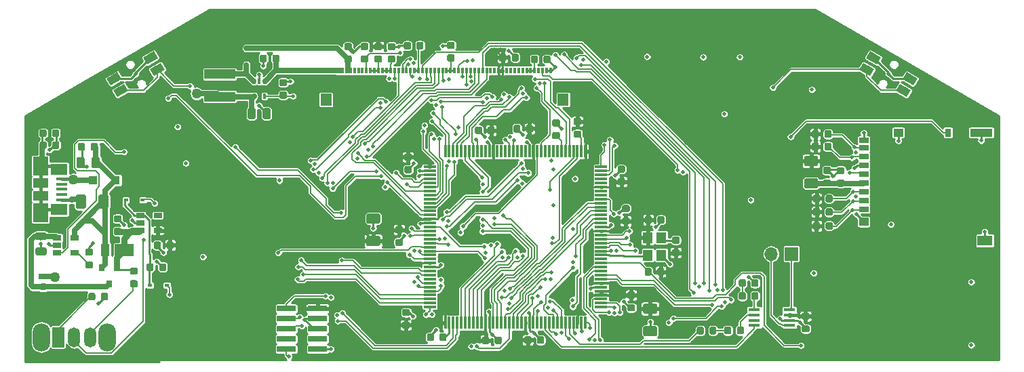
<source format=gbr>
G04 #@! TF.GenerationSoftware,KiCad,Pcbnew,5.1.3-ffb9f22~84~ubuntu18.10.1*
G04 #@! TF.CreationDate,2019-11-16T15:14:42-06:00*
G04 #@! TF.ProjectId,BurnedHead,4275726e-6564-4486-9561-642e6b696361,rev?*
G04 #@! TF.SameCoordinates,Original*
G04 #@! TF.FileFunction,Copper,L4,Bot*
G04 #@! TF.FilePolarity,Positive*
%FSLAX46Y46*%
G04 Gerber Fmt 4.6, Leading zero omitted, Abs format (unit mm)*
G04 Created by KiCad (PCBNEW 5.1.3-ffb9f22~84~ubuntu18.10.1) date 2019-11-16 15:14:42*
%MOMM*%
%LPD*%
G04 APERTURE LIST*
%ADD10C,0.100000*%
%ADD11C,0.875000*%
%ADD12R,3.900000X1.200000*%
%ADD13R,1.450000X0.450000*%
%ADD14O,1.700000X1.700000*%
%ADD15R,1.700000X1.700000*%
%ADD16C,0.975000*%
%ADD17R,0.600000X0.450000*%
%ADD18C,1.250000*%
%ADD19R,1.200000X1.400000*%
%ADD20R,1.400000X1.500000*%
%ADD21R,0.300000X0.800000*%
%ADD22C,1.000000*%
%ADD23R,1.900000X1.300000*%
%ADD24R,2.800000X1.000000*%
%ADD25R,0.800000X1.000000*%
%ADD26R,1.200000X1.000000*%
%ADD27R,1.200000X0.700000*%
%ADD28R,0.800000X0.900000*%
%ADD29R,1.060000X0.650000*%
%ADD30R,1.300000X0.800000*%
%ADD31O,1.300000X0.800000*%
%ADD32R,2.400000X0.740000*%
%ADD33R,1.100000X1.100000*%
%ADD34R,2.400000X1.500000*%
%ADD35R,1.050000X1.500000*%
%ADD36R,0.450000X0.600000*%
%ADD37R,1.380000X0.450000*%
%ADD38R,2.100000X1.475000*%
%ADD39R,1.900000X2.375000*%
%ADD40R,1.900000X1.175000*%
%ADD41O,2.200000X3.500000*%
%ADD42O,1.500000X2.500000*%
%ADD43R,1.500000X2.500000*%
%ADD44R,0.400000X0.650000*%
%ADD45R,0.300000X1.550000*%
%ADD46R,1.550000X0.300000*%
%ADD47C,0.508000*%
%ADD48C,1.270000*%
%ADD49C,0.762000*%
%ADD50C,0.431800*%
%ADD51C,0.254000*%
%ADD52C,0.635000*%
%ADD53C,0.508000*%
%ADD54C,0.762000*%
%ADD55C,0.177800*%
%ADD56C,0.152400*%
%ADD57C,0.127000*%
G04 APERTURE END LIST*
D10*
G36*
X252194891Y-175867393D02*
G01*
X252216126Y-175870543D01*
X252236950Y-175875759D01*
X252257162Y-175882991D01*
X252276568Y-175892170D01*
X252294981Y-175903206D01*
X252312224Y-175915994D01*
X252328130Y-175930410D01*
X252342546Y-175946316D01*
X252355334Y-175963559D01*
X252366370Y-175981972D01*
X252375549Y-176001378D01*
X252382781Y-176021590D01*
X252387997Y-176042414D01*
X252391147Y-176063649D01*
X252392200Y-176085090D01*
X252392200Y-176522590D01*
X252391147Y-176544031D01*
X252387997Y-176565266D01*
X252382781Y-176586090D01*
X252375549Y-176606302D01*
X252366370Y-176625708D01*
X252355334Y-176644121D01*
X252342546Y-176661364D01*
X252328130Y-176677270D01*
X252312224Y-176691686D01*
X252294981Y-176704474D01*
X252276568Y-176715510D01*
X252257162Y-176724689D01*
X252236950Y-176731921D01*
X252216126Y-176737137D01*
X252194891Y-176740287D01*
X252173450Y-176741340D01*
X251660950Y-176741340D01*
X251639509Y-176740287D01*
X251618274Y-176737137D01*
X251597450Y-176731921D01*
X251577238Y-176724689D01*
X251557832Y-176715510D01*
X251539419Y-176704474D01*
X251522176Y-176691686D01*
X251506270Y-176677270D01*
X251491854Y-176661364D01*
X251479066Y-176644121D01*
X251468030Y-176625708D01*
X251458851Y-176606302D01*
X251451619Y-176586090D01*
X251446403Y-176565266D01*
X251443253Y-176544031D01*
X251442200Y-176522590D01*
X251442200Y-176085090D01*
X251443253Y-176063649D01*
X251446403Y-176042414D01*
X251451619Y-176021590D01*
X251458851Y-176001378D01*
X251468030Y-175981972D01*
X251479066Y-175963559D01*
X251491854Y-175946316D01*
X251506270Y-175930410D01*
X251522176Y-175915994D01*
X251539419Y-175903206D01*
X251557832Y-175892170D01*
X251577238Y-175882991D01*
X251597450Y-175875759D01*
X251618274Y-175870543D01*
X251639509Y-175867393D01*
X251660950Y-175866340D01*
X252173450Y-175866340D01*
X252194891Y-175867393D01*
X252194891Y-175867393D01*
G37*
D11*
X251917200Y-176303840D03*
D10*
G36*
X252194891Y-177442393D02*
G01*
X252216126Y-177445543D01*
X252236950Y-177450759D01*
X252257162Y-177457991D01*
X252276568Y-177467170D01*
X252294981Y-177478206D01*
X252312224Y-177490994D01*
X252328130Y-177505410D01*
X252342546Y-177521316D01*
X252355334Y-177538559D01*
X252366370Y-177556972D01*
X252375549Y-177576378D01*
X252382781Y-177596590D01*
X252387997Y-177617414D01*
X252391147Y-177638649D01*
X252392200Y-177660090D01*
X252392200Y-178097590D01*
X252391147Y-178119031D01*
X252387997Y-178140266D01*
X252382781Y-178161090D01*
X252375549Y-178181302D01*
X252366370Y-178200708D01*
X252355334Y-178219121D01*
X252342546Y-178236364D01*
X252328130Y-178252270D01*
X252312224Y-178266686D01*
X252294981Y-178279474D01*
X252276568Y-178290510D01*
X252257162Y-178299689D01*
X252236950Y-178306921D01*
X252216126Y-178312137D01*
X252194891Y-178315287D01*
X252173450Y-178316340D01*
X251660950Y-178316340D01*
X251639509Y-178315287D01*
X251618274Y-178312137D01*
X251597450Y-178306921D01*
X251577238Y-178299689D01*
X251557832Y-178290510D01*
X251539419Y-178279474D01*
X251522176Y-178266686D01*
X251506270Y-178252270D01*
X251491854Y-178236364D01*
X251479066Y-178219121D01*
X251468030Y-178200708D01*
X251458851Y-178181302D01*
X251451619Y-178161090D01*
X251446403Y-178140266D01*
X251443253Y-178119031D01*
X251442200Y-178097590D01*
X251442200Y-177660090D01*
X251443253Y-177638649D01*
X251446403Y-177617414D01*
X251451619Y-177596590D01*
X251458851Y-177576378D01*
X251468030Y-177556972D01*
X251479066Y-177538559D01*
X251491854Y-177521316D01*
X251506270Y-177505410D01*
X251522176Y-177490994D01*
X251539419Y-177478206D01*
X251557832Y-177467170D01*
X251577238Y-177457991D01*
X251597450Y-177450759D01*
X251618274Y-177445543D01*
X251639509Y-177442393D01*
X251660950Y-177441340D01*
X252173450Y-177441340D01*
X252194891Y-177442393D01*
X252194891Y-177442393D01*
G37*
D11*
X251917200Y-177878840D03*
D10*
G36*
X240582711Y-177630853D02*
G01*
X240603946Y-177634003D01*
X240624770Y-177639219D01*
X240644982Y-177646451D01*
X240664388Y-177655630D01*
X240682801Y-177666666D01*
X240700044Y-177679454D01*
X240715950Y-177693870D01*
X240730366Y-177709776D01*
X240743154Y-177727019D01*
X240754190Y-177745432D01*
X240763369Y-177764838D01*
X240770601Y-177785050D01*
X240775817Y-177805874D01*
X240778967Y-177827109D01*
X240780020Y-177848550D01*
X240780020Y-178361050D01*
X240778967Y-178382491D01*
X240775817Y-178403726D01*
X240770601Y-178424550D01*
X240763369Y-178444762D01*
X240754190Y-178464168D01*
X240743154Y-178482581D01*
X240730366Y-178499824D01*
X240715950Y-178515730D01*
X240700044Y-178530146D01*
X240682801Y-178542934D01*
X240664388Y-178553970D01*
X240644982Y-178563149D01*
X240624770Y-178570381D01*
X240603946Y-178575597D01*
X240582711Y-178578747D01*
X240561270Y-178579800D01*
X240123770Y-178579800D01*
X240102329Y-178578747D01*
X240081094Y-178575597D01*
X240060270Y-178570381D01*
X240040058Y-178563149D01*
X240020652Y-178553970D01*
X240002239Y-178542934D01*
X239984996Y-178530146D01*
X239969090Y-178515730D01*
X239954674Y-178499824D01*
X239941886Y-178482581D01*
X239930850Y-178464168D01*
X239921671Y-178444762D01*
X239914439Y-178424550D01*
X239909223Y-178403726D01*
X239906073Y-178382491D01*
X239905020Y-178361050D01*
X239905020Y-177848550D01*
X239906073Y-177827109D01*
X239909223Y-177805874D01*
X239914439Y-177785050D01*
X239921671Y-177764838D01*
X239930850Y-177745432D01*
X239941886Y-177727019D01*
X239954674Y-177709776D01*
X239969090Y-177693870D01*
X239984996Y-177679454D01*
X240002239Y-177666666D01*
X240020652Y-177655630D01*
X240040058Y-177646451D01*
X240060270Y-177639219D01*
X240081094Y-177634003D01*
X240102329Y-177630853D01*
X240123770Y-177629800D01*
X240561270Y-177629800D01*
X240582711Y-177630853D01*
X240582711Y-177630853D01*
G37*
D11*
X240342520Y-178104800D03*
D10*
G36*
X239007711Y-177630853D02*
G01*
X239028946Y-177634003D01*
X239049770Y-177639219D01*
X239069982Y-177646451D01*
X239089388Y-177655630D01*
X239107801Y-177666666D01*
X239125044Y-177679454D01*
X239140950Y-177693870D01*
X239155366Y-177709776D01*
X239168154Y-177727019D01*
X239179190Y-177745432D01*
X239188369Y-177764838D01*
X239195601Y-177785050D01*
X239200817Y-177805874D01*
X239203967Y-177827109D01*
X239205020Y-177848550D01*
X239205020Y-178361050D01*
X239203967Y-178382491D01*
X239200817Y-178403726D01*
X239195601Y-178424550D01*
X239188369Y-178444762D01*
X239179190Y-178464168D01*
X239168154Y-178482581D01*
X239155366Y-178499824D01*
X239140950Y-178515730D01*
X239125044Y-178530146D01*
X239107801Y-178542934D01*
X239089388Y-178553970D01*
X239069982Y-178563149D01*
X239049770Y-178570381D01*
X239028946Y-178575597D01*
X239007711Y-178578747D01*
X238986270Y-178579800D01*
X238548770Y-178579800D01*
X238527329Y-178578747D01*
X238506094Y-178575597D01*
X238485270Y-178570381D01*
X238465058Y-178563149D01*
X238445652Y-178553970D01*
X238427239Y-178542934D01*
X238409996Y-178530146D01*
X238394090Y-178515730D01*
X238379674Y-178499824D01*
X238366886Y-178482581D01*
X238355850Y-178464168D01*
X238346671Y-178444762D01*
X238339439Y-178424550D01*
X238334223Y-178403726D01*
X238331073Y-178382491D01*
X238330020Y-178361050D01*
X238330020Y-177848550D01*
X238331073Y-177827109D01*
X238334223Y-177805874D01*
X238339439Y-177785050D01*
X238346671Y-177764838D01*
X238355850Y-177745432D01*
X238366886Y-177727019D01*
X238379674Y-177709776D01*
X238394090Y-177693870D01*
X238409996Y-177679454D01*
X238427239Y-177666666D01*
X238445652Y-177655630D01*
X238465058Y-177646451D01*
X238485270Y-177639219D01*
X238506094Y-177634003D01*
X238527329Y-177630853D01*
X238548770Y-177629800D01*
X238986270Y-177629800D01*
X239007711Y-177630853D01*
X239007711Y-177630853D01*
G37*
D11*
X238767520Y-178104800D03*
D10*
G36*
X244247731Y-171682173D02*
G01*
X244268966Y-171685323D01*
X244289790Y-171690539D01*
X244310002Y-171697771D01*
X244329408Y-171706950D01*
X244347821Y-171717986D01*
X244365064Y-171730774D01*
X244380970Y-171745190D01*
X244395386Y-171761096D01*
X244408174Y-171778339D01*
X244419210Y-171796752D01*
X244428389Y-171816158D01*
X244435621Y-171836370D01*
X244440837Y-171857194D01*
X244443987Y-171878429D01*
X244445040Y-171899870D01*
X244445040Y-172412370D01*
X244443987Y-172433811D01*
X244440837Y-172455046D01*
X244435621Y-172475870D01*
X244428389Y-172496082D01*
X244419210Y-172515488D01*
X244408174Y-172533901D01*
X244395386Y-172551144D01*
X244380970Y-172567050D01*
X244365064Y-172581466D01*
X244347821Y-172594254D01*
X244329408Y-172605290D01*
X244310002Y-172614469D01*
X244289790Y-172621701D01*
X244268966Y-172626917D01*
X244247731Y-172630067D01*
X244226290Y-172631120D01*
X243788790Y-172631120D01*
X243767349Y-172630067D01*
X243746114Y-172626917D01*
X243725290Y-172621701D01*
X243705078Y-172614469D01*
X243685672Y-172605290D01*
X243667259Y-172594254D01*
X243650016Y-172581466D01*
X243634110Y-172567050D01*
X243619694Y-172551144D01*
X243606906Y-172533901D01*
X243595870Y-172515488D01*
X243586691Y-172496082D01*
X243579459Y-172475870D01*
X243574243Y-172455046D01*
X243571093Y-172433811D01*
X243570040Y-172412370D01*
X243570040Y-171899870D01*
X243571093Y-171878429D01*
X243574243Y-171857194D01*
X243579459Y-171836370D01*
X243586691Y-171816158D01*
X243595870Y-171796752D01*
X243606906Y-171778339D01*
X243619694Y-171761096D01*
X243634110Y-171745190D01*
X243650016Y-171730774D01*
X243667259Y-171717986D01*
X243685672Y-171706950D01*
X243705078Y-171697771D01*
X243725290Y-171690539D01*
X243746114Y-171685323D01*
X243767349Y-171682173D01*
X243788790Y-171681120D01*
X244226290Y-171681120D01*
X244247731Y-171682173D01*
X244247731Y-171682173D01*
G37*
D11*
X244007540Y-172156120D03*
D10*
G36*
X245822731Y-171682173D02*
G01*
X245843966Y-171685323D01*
X245864790Y-171690539D01*
X245885002Y-171697771D01*
X245904408Y-171706950D01*
X245922821Y-171717986D01*
X245940064Y-171730774D01*
X245955970Y-171745190D01*
X245970386Y-171761096D01*
X245983174Y-171778339D01*
X245994210Y-171796752D01*
X246003389Y-171816158D01*
X246010621Y-171836370D01*
X246015837Y-171857194D01*
X246018987Y-171878429D01*
X246020040Y-171899870D01*
X246020040Y-172412370D01*
X246018987Y-172433811D01*
X246015837Y-172455046D01*
X246010621Y-172475870D01*
X246003389Y-172496082D01*
X245994210Y-172515488D01*
X245983174Y-172533901D01*
X245970386Y-172551144D01*
X245955970Y-172567050D01*
X245940064Y-172581466D01*
X245922821Y-172594254D01*
X245904408Y-172605290D01*
X245885002Y-172614469D01*
X245864790Y-172621701D01*
X245843966Y-172626917D01*
X245822731Y-172630067D01*
X245801290Y-172631120D01*
X245363790Y-172631120D01*
X245342349Y-172630067D01*
X245321114Y-172626917D01*
X245300290Y-172621701D01*
X245280078Y-172614469D01*
X245260672Y-172605290D01*
X245242259Y-172594254D01*
X245225016Y-172581466D01*
X245209110Y-172567050D01*
X245194694Y-172551144D01*
X245181906Y-172533901D01*
X245170870Y-172515488D01*
X245161691Y-172496082D01*
X245154459Y-172475870D01*
X245149243Y-172455046D01*
X245146093Y-172433811D01*
X245145040Y-172412370D01*
X245145040Y-171899870D01*
X245146093Y-171878429D01*
X245149243Y-171857194D01*
X245154459Y-171836370D01*
X245161691Y-171816158D01*
X245170870Y-171796752D01*
X245181906Y-171778339D01*
X245194694Y-171761096D01*
X245209110Y-171745190D01*
X245225016Y-171730774D01*
X245242259Y-171717986D01*
X245260672Y-171706950D01*
X245280078Y-171697771D01*
X245300290Y-171690539D01*
X245321114Y-171685323D01*
X245342349Y-171682173D01*
X245363790Y-171681120D01*
X245801290Y-171681120D01*
X245822731Y-171682173D01*
X245822731Y-171682173D01*
G37*
D11*
X245582540Y-172156120D03*
D10*
G36*
X215896451Y-143516113D02*
G01*
X215917686Y-143519263D01*
X215938510Y-143524479D01*
X215958722Y-143531711D01*
X215978128Y-143540890D01*
X215996541Y-143551926D01*
X216013784Y-143564714D01*
X216029690Y-143579130D01*
X216044106Y-143595036D01*
X216056894Y-143612279D01*
X216067930Y-143630692D01*
X216077109Y-143650098D01*
X216084341Y-143670310D01*
X216089557Y-143691134D01*
X216092707Y-143712369D01*
X216093760Y-143733810D01*
X216093760Y-144246310D01*
X216092707Y-144267751D01*
X216089557Y-144288986D01*
X216084341Y-144309810D01*
X216077109Y-144330022D01*
X216067930Y-144349428D01*
X216056894Y-144367841D01*
X216044106Y-144385084D01*
X216029690Y-144400990D01*
X216013784Y-144415406D01*
X215996541Y-144428194D01*
X215978128Y-144439230D01*
X215958722Y-144448409D01*
X215938510Y-144455641D01*
X215917686Y-144460857D01*
X215896451Y-144464007D01*
X215875010Y-144465060D01*
X215437510Y-144465060D01*
X215416069Y-144464007D01*
X215394834Y-144460857D01*
X215374010Y-144455641D01*
X215353798Y-144448409D01*
X215334392Y-144439230D01*
X215315979Y-144428194D01*
X215298736Y-144415406D01*
X215282830Y-144400990D01*
X215268414Y-144385084D01*
X215255626Y-144367841D01*
X215244590Y-144349428D01*
X215235411Y-144330022D01*
X215228179Y-144309810D01*
X215222963Y-144288986D01*
X215219813Y-144267751D01*
X215218760Y-144246310D01*
X215218760Y-143733810D01*
X215219813Y-143712369D01*
X215222963Y-143691134D01*
X215228179Y-143670310D01*
X215235411Y-143650098D01*
X215244590Y-143630692D01*
X215255626Y-143612279D01*
X215268414Y-143595036D01*
X215282830Y-143579130D01*
X215298736Y-143564714D01*
X215315979Y-143551926D01*
X215334392Y-143540890D01*
X215353798Y-143531711D01*
X215374010Y-143524479D01*
X215394834Y-143519263D01*
X215416069Y-143516113D01*
X215437510Y-143515060D01*
X215875010Y-143515060D01*
X215896451Y-143516113D01*
X215896451Y-143516113D01*
G37*
D11*
X215656260Y-143990060D03*
D10*
G36*
X214321451Y-143516113D02*
G01*
X214342686Y-143519263D01*
X214363510Y-143524479D01*
X214383722Y-143531711D01*
X214403128Y-143540890D01*
X214421541Y-143551926D01*
X214438784Y-143564714D01*
X214454690Y-143579130D01*
X214469106Y-143595036D01*
X214481894Y-143612279D01*
X214492930Y-143630692D01*
X214502109Y-143650098D01*
X214509341Y-143670310D01*
X214514557Y-143691134D01*
X214517707Y-143712369D01*
X214518760Y-143733810D01*
X214518760Y-144246310D01*
X214517707Y-144267751D01*
X214514557Y-144288986D01*
X214509341Y-144309810D01*
X214502109Y-144330022D01*
X214492930Y-144349428D01*
X214481894Y-144367841D01*
X214469106Y-144385084D01*
X214454690Y-144400990D01*
X214438784Y-144415406D01*
X214421541Y-144428194D01*
X214403128Y-144439230D01*
X214383722Y-144448409D01*
X214363510Y-144455641D01*
X214342686Y-144460857D01*
X214321451Y-144464007D01*
X214300010Y-144465060D01*
X213862510Y-144465060D01*
X213841069Y-144464007D01*
X213819834Y-144460857D01*
X213799010Y-144455641D01*
X213778798Y-144448409D01*
X213759392Y-144439230D01*
X213740979Y-144428194D01*
X213723736Y-144415406D01*
X213707830Y-144400990D01*
X213693414Y-144385084D01*
X213680626Y-144367841D01*
X213669590Y-144349428D01*
X213660411Y-144330022D01*
X213653179Y-144309810D01*
X213647963Y-144288986D01*
X213644813Y-144267751D01*
X213643760Y-144246310D01*
X213643760Y-143733810D01*
X213644813Y-143712369D01*
X213647963Y-143691134D01*
X213653179Y-143670310D01*
X213660411Y-143650098D01*
X213669590Y-143630692D01*
X213680626Y-143612279D01*
X213693414Y-143595036D01*
X213707830Y-143579130D01*
X213723736Y-143564714D01*
X213740979Y-143551926D01*
X213759392Y-143540890D01*
X213778798Y-143531711D01*
X213799010Y-143524479D01*
X213819834Y-143519263D01*
X213841069Y-143516113D01*
X213862510Y-143515060D01*
X214300010Y-143515060D01*
X214321451Y-143516113D01*
X214321451Y-143516113D01*
G37*
D11*
X214081260Y-143990060D03*
D12*
X178767740Y-146062240D03*
X178767740Y-148862240D03*
D13*
X249905880Y-177456740D03*
X249905880Y-176806740D03*
X249905880Y-176156740D03*
X249905880Y-175506740D03*
X245505880Y-175506740D03*
X245505880Y-176156740D03*
X245505880Y-176806740D03*
X245505880Y-177456740D03*
D10*
G36*
X244014251Y-177613073D02*
G01*
X244035486Y-177616223D01*
X244056310Y-177621439D01*
X244076522Y-177628671D01*
X244095928Y-177637850D01*
X244114341Y-177648886D01*
X244131584Y-177661674D01*
X244147490Y-177676090D01*
X244161906Y-177691996D01*
X244174694Y-177709239D01*
X244185730Y-177727652D01*
X244194909Y-177747058D01*
X244202141Y-177767270D01*
X244207357Y-177788094D01*
X244210507Y-177809329D01*
X244211560Y-177830770D01*
X244211560Y-178343270D01*
X244210507Y-178364711D01*
X244207357Y-178385946D01*
X244202141Y-178406770D01*
X244194909Y-178426982D01*
X244185730Y-178446388D01*
X244174694Y-178464801D01*
X244161906Y-178482044D01*
X244147490Y-178497950D01*
X244131584Y-178512366D01*
X244114341Y-178525154D01*
X244095928Y-178536190D01*
X244076522Y-178545369D01*
X244056310Y-178552601D01*
X244035486Y-178557817D01*
X244014251Y-178560967D01*
X243992810Y-178562020D01*
X243555310Y-178562020D01*
X243533869Y-178560967D01*
X243512634Y-178557817D01*
X243491810Y-178552601D01*
X243471598Y-178545369D01*
X243452192Y-178536190D01*
X243433779Y-178525154D01*
X243416536Y-178512366D01*
X243400630Y-178497950D01*
X243386214Y-178482044D01*
X243373426Y-178464801D01*
X243362390Y-178446388D01*
X243353211Y-178426982D01*
X243345979Y-178406770D01*
X243340763Y-178385946D01*
X243337613Y-178364711D01*
X243336560Y-178343270D01*
X243336560Y-177830770D01*
X243337613Y-177809329D01*
X243340763Y-177788094D01*
X243345979Y-177767270D01*
X243353211Y-177747058D01*
X243362390Y-177727652D01*
X243373426Y-177709239D01*
X243386214Y-177691996D01*
X243400630Y-177676090D01*
X243416536Y-177661674D01*
X243433779Y-177648886D01*
X243452192Y-177637850D01*
X243471598Y-177628671D01*
X243491810Y-177621439D01*
X243512634Y-177616223D01*
X243533869Y-177613073D01*
X243555310Y-177612020D01*
X243992810Y-177612020D01*
X244014251Y-177613073D01*
X244014251Y-177613073D01*
G37*
D11*
X243774060Y-178087020D03*
D10*
G36*
X242439251Y-177613073D02*
G01*
X242460486Y-177616223D01*
X242481310Y-177621439D01*
X242501522Y-177628671D01*
X242520928Y-177637850D01*
X242539341Y-177648886D01*
X242556584Y-177661674D01*
X242572490Y-177676090D01*
X242586906Y-177691996D01*
X242599694Y-177709239D01*
X242610730Y-177727652D01*
X242619909Y-177747058D01*
X242627141Y-177767270D01*
X242632357Y-177788094D01*
X242635507Y-177809329D01*
X242636560Y-177830770D01*
X242636560Y-178343270D01*
X242635507Y-178364711D01*
X242632357Y-178385946D01*
X242627141Y-178406770D01*
X242619909Y-178426982D01*
X242610730Y-178446388D01*
X242599694Y-178464801D01*
X242586906Y-178482044D01*
X242572490Y-178497950D01*
X242556584Y-178512366D01*
X242539341Y-178525154D01*
X242520928Y-178536190D01*
X242501522Y-178545369D01*
X242481310Y-178552601D01*
X242460486Y-178557817D01*
X242439251Y-178560967D01*
X242417810Y-178562020D01*
X241980310Y-178562020D01*
X241958869Y-178560967D01*
X241937634Y-178557817D01*
X241916810Y-178552601D01*
X241896598Y-178545369D01*
X241877192Y-178536190D01*
X241858779Y-178525154D01*
X241841536Y-178512366D01*
X241825630Y-178497950D01*
X241811214Y-178482044D01*
X241798426Y-178464801D01*
X241787390Y-178446388D01*
X241778211Y-178426982D01*
X241770979Y-178406770D01*
X241765763Y-178385946D01*
X241762613Y-178364711D01*
X241761560Y-178343270D01*
X241761560Y-177830770D01*
X241762613Y-177809329D01*
X241765763Y-177788094D01*
X241770979Y-177767270D01*
X241778211Y-177747058D01*
X241787390Y-177727652D01*
X241798426Y-177709239D01*
X241811214Y-177691996D01*
X241825630Y-177676090D01*
X241841536Y-177661674D01*
X241858779Y-177648886D01*
X241877192Y-177637850D01*
X241896598Y-177628671D01*
X241916810Y-177621439D01*
X241937634Y-177616223D01*
X241958869Y-177613073D01*
X241980310Y-177612020D01*
X242417810Y-177612020D01*
X242439251Y-177613073D01*
X242439251Y-177613073D01*
G37*
D11*
X242199060Y-178087020D03*
D10*
G36*
X244252811Y-173310313D02*
G01*
X244274046Y-173313463D01*
X244294870Y-173318679D01*
X244315082Y-173325911D01*
X244334488Y-173335090D01*
X244352901Y-173346126D01*
X244370144Y-173358914D01*
X244386050Y-173373330D01*
X244400466Y-173389236D01*
X244413254Y-173406479D01*
X244424290Y-173424892D01*
X244433469Y-173444298D01*
X244440701Y-173464510D01*
X244445917Y-173485334D01*
X244449067Y-173506569D01*
X244450120Y-173528010D01*
X244450120Y-174040510D01*
X244449067Y-174061951D01*
X244445917Y-174083186D01*
X244440701Y-174104010D01*
X244433469Y-174124222D01*
X244424290Y-174143628D01*
X244413254Y-174162041D01*
X244400466Y-174179284D01*
X244386050Y-174195190D01*
X244370144Y-174209606D01*
X244352901Y-174222394D01*
X244334488Y-174233430D01*
X244315082Y-174242609D01*
X244294870Y-174249841D01*
X244274046Y-174255057D01*
X244252811Y-174258207D01*
X244231370Y-174259260D01*
X243793870Y-174259260D01*
X243772429Y-174258207D01*
X243751194Y-174255057D01*
X243730370Y-174249841D01*
X243710158Y-174242609D01*
X243690752Y-174233430D01*
X243672339Y-174222394D01*
X243655096Y-174209606D01*
X243639190Y-174195190D01*
X243624774Y-174179284D01*
X243611986Y-174162041D01*
X243600950Y-174143628D01*
X243591771Y-174124222D01*
X243584539Y-174104010D01*
X243579323Y-174083186D01*
X243576173Y-174061951D01*
X243575120Y-174040510D01*
X243575120Y-173528010D01*
X243576173Y-173506569D01*
X243579323Y-173485334D01*
X243584539Y-173464510D01*
X243591771Y-173444298D01*
X243600950Y-173424892D01*
X243611986Y-173406479D01*
X243624774Y-173389236D01*
X243639190Y-173373330D01*
X243655096Y-173358914D01*
X243672339Y-173346126D01*
X243690752Y-173335090D01*
X243710158Y-173325911D01*
X243730370Y-173318679D01*
X243751194Y-173313463D01*
X243772429Y-173310313D01*
X243793870Y-173309260D01*
X244231370Y-173309260D01*
X244252811Y-173310313D01*
X244252811Y-173310313D01*
G37*
D11*
X244012620Y-173784260D03*
D10*
G36*
X245827811Y-173310313D02*
G01*
X245849046Y-173313463D01*
X245869870Y-173318679D01*
X245890082Y-173325911D01*
X245909488Y-173335090D01*
X245927901Y-173346126D01*
X245945144Y-173358914D01*
X245961050Y-173373330D01*
X245975466Y-173389236D01*
X245988254Y-173406479D01*
X245999290Y-173424892D01*
X246008469Y-173444298D01*
X246015701Y-173464510D01*
X246020917Y-173485334D01*
X246024067Y-173506569D01*
X246025120Y-173528010D01*
X246025120Y-174040510D01*
X246024067Y-174061951D01*
X246020917Y-174083186D01*
X246015701Y-174104010D01*
X246008469Y-174124222D01*
X245999290Y-174143628D01*
X245988254Y-174162041D01*
X245975466Y-174179284D01*
X245961050Y-174195190D01*
X245945144Y-174209606D01*
X245927901Y-174222394D01*
X245909488Y-174233430D01*
X245890082Y-174242609D01*
X245869870Y-174249841D01*
X245849046Y-174255057D01*
X245827811Y-174258207D01*
X245806370Y-174259260D01*
X245368870Y-174259260D01*
X245347429Y-174258207D01*
X245326194Y-174255057D01*
X245305370Y-174249841D01*
X245285158Y-174242609D01*
X245265752Y-174233430D01*
X245247339Y-174222394D01*
X245230096Y-174209606D01*
X245214190Y-174195190D01*
X245199774Y-174179284D01*
X245186986Y-174162041D01*
X245175950Y-174143628D01*
X245166771Y-174124222D01*
X245159539Y-174104010D01*
X245154323Y-174083186D01*
X245151173Y-174061951D01*
X245150120Y-174040510D01*
X245150120Y-173528010D01*
X245151173Y-173506569D01*
X245154323Y-173485334D01*
X245159539Y-173464510D01*
X245166771Y-173444298D01*
X245175950Y-173424892D01*
X245186986Y-173406479D01*
X245199774Y-173389236D01*
X245214190Y-173373330D01*
X245230096Y-173358914D01*
X245247339Y-173346126D01*
X245265752Y-173335090D01*
X245285158Y-173325911D01*
X245305370Y-173318679D01*
X245326194Y-173313463D01*
X245347429Y-173310313D01*
X245368870Y-173309260D01*
X245806370Y-173309260D01*
X245827811Y-173310313D01*
X245827811Y-173310313D01*
G37*
D11*
X245587620Y-173784260D03*
D14*
X247604280Y-168516300D03*
D15*
X250144280Y-168516300D03*
D10*
G36*
X202557038Y-157554361D02*
G01*
X202578273Y-157557511D01*
X202599097Y-157562727D01*
X202619309Y-157569959D01*
X202638715Y-157579138D01*
X202657128Y-157590174D01*
X202674371Y-157602962D01*
X202690277Y-157617378D01*
X202704693Y-157633284D01*
X202717481Y-157650527D01*
X202728517Y-157668940D01*
X202737696Y-157688346D01*
X202744928Y-157708558D01*
X202750144Y-157729382D01*
X202753294Y-157750617D01*
X202754347Y-157772058D01*
X202754347Y-158209558D01*
X202753294Y-158230999D01*
X202750144Y-158252234D01*
X202744928Y-158273058D01*
X202737696Y-158293270D01*
X202728517Y-158312676D01*
X202717481Y-158331089D01*
X202704693Y-158348332D01*
X202690277Y-158364238D01*
X202674371Y-158378654D01*
X202657128Y-158391442D01*
X202638715Y-158402478D01*
X202619309Y-158411657D01*
X202599097Y-158418889D01*
X202578273Y-158424105D01*
X202557038Y-158427255D01*
X202535597Y-158428308D01*
X202023097Y-158428308D01*
X202001656Y-158427255D01*
X201980421Y-158424105D01*
X201959597Y-158418889D01*
X201939385Y-158411657D01*
X201919979Y-158402478D01*
X201901566Y-158391442D01*
X201884323Y-158378654D01*
X201868417Y-158364238D01*
X201854001Y-158348332D01*
X201841213Y-158331089D01*
X201830177Y-158312676D01*
X201820998Y-158293270D01*
X201813766Y-158273058D01*
X201808550Y-158252234D01*
X201805400Y-158230999D01*
X201804347Y-158209558D01*
X201804347Y-157772058D01*
X201805400Y-157750617D01*
X201808550Y-157729382D01*
X201813766Y-157708558D01*
X201820998Y-157688346D01*
X201830177Y-157668940D01*
X201841213Y-157650527D01*
X201854001Y-157633284D01*
X201868417Y-157617378D01*
X201884323Y-157602962D01*
X201901566Y-157590174D01*
X201919979Y-157579138D01*
X201939385Y-157569959D01*
X201959597Y-157562727D01*
X201980421Y-157557511D01*
X202001656Y-157554361D01*
X202023097Y-157553308D01*
X202535597Y-157553308D01*
X202557038Y-157554361D01*
X202557038Y-157554361D01*
G37*
D11*
X202279347Y-157990808D03*
D10*
G36*
X202557038Y-155979361D02*
G01*
X202578273Y-155982511D01*
X202599097Y-155987727D01*
X202619309Y-155994959D01*
X202638715Y-156004138D01*
X202657128Y-156015174D01*
X202674371Y-156027962D01*
X202690277Y-156042378D01*
X202704693Y-156058284D01*
X202717481Y-156075527D01*
X202728517Y-156093940D01*
X202737696Y-156113346D01*
X202744928Y-156133558D01*
X202750144Y-156154382D01*
X202753294Y-156175617D01*
X202754347Y-156197058D01*
X202754347Y-156634558D01*
X202753294Y-156655999D01*
X202750144Y-156677234D01*
X202744928Y-156698058D01*
X202737696Y-156718270D01*
X202728517Y-156737676D01*
X202717481Y-156756089D01*
X202704693Y-156773332D01*
X202690277Y-156789238D01*
X202674371Y-156803654D01*
X202657128Y-156816442D01*
X202638715Y-156827478D01*
X202619309Y-156836657D01*
X202599097Y-156843889D01*
X202578273Y-156849105D01*
X202557038Y-156852255D01*
X202535597Y-156853308D01*
X202023097Y-156853308D01*
X202001656Y-156852255D01*
X201980421Y-156849105D01*
X201959597Y-156843889D01*
X201939385Y-156836657D01*
X201919979Y-156827478D01*
X201901566Y-156816442D01*
X201884323Y-156803654D01*
X201868417Y-156789238D01*
X201854001Y-156773332D01*
X201841213Y-156756089D01*
X201830177Y-156737676D01*
X201820998Y-156718270D01*
X201813766Y-156698058D01*
X201808550Y-156677234D01*
X201805400Y-156655999D01*
X201804347Y-156634558D01*
X201804347Y-156197058D01*
X201805400Y-156175617D01*
X201808550Y-156154382D01*
X201813766Y-156133558D01*
X201820998Y-156113346D01*
X201830177Y-156093940D01*
X201841213Y-156075527D01*
X201854001Y-156058284D01*
X201868417Y-156042378D01*
X201884323Y-156027962D01*
X201901566Y-156015174D01*
X201919979Y-156004138D01*
X201939385Y-155994959D01*
X201959597Y-155987727D01*
X201980421Y-155982511D01*
X202001656Y-155979361D01*
X202023097Y-155978308D01*
X202535597Y-155978308D01*
X202557038Y-155979361D01*
X202557038Y-155979361D01*
G37*
D11*
X202279347Y-156415808D03*
D10*
G36*
X201430451Y-166647493D02*
G01*
X201451686Y-166650643D01*
X201472510Y-166655859D01*
X201492722Y-166663091D01*
X201512128Y-166672270D01*
X201530541Y-166683306D01*
X201547784Y-166696094D01*
X201563690Y-166710510D01*
X201578106Y-166726416D01*
X201590894Y-166743659D01*
X201601930Y-166762072D01*
X201611109Y-166781478D01*
X201618341Y-166801690D01*
X201623557Y-166822514D01*
X201626707Y-166843749D01*
X201627760Y-166865190D01*
X201627760Y-167302690D01*
X201626707Y-167324131D01*
X201623557Y-167345366D01*
X201618341Y-167366190D01*
X201611109Y-167386402D01*
X201601930Y-167405808D01*
X201590894Y-167424221D01*
X201578106Y-167441464D01*
X201563690Y-167457370D01*
X201547784Y-167471786D01*
X201530541Y-167484574D01*
X201512128Y-167495610D01*
X201492722Y-167504789D01*
X201472510Y-167512021D01*
X201451686Y-167517237D01*
X201430451Y-167520387D01*
X201409010Y-167521440D01*
X200896510Y-167521440D01*
X200875069Y-167520387D01*
X200853834Y-167517237D01*
X200833010Y-167512021D01*
X200812798Y-167504789D01*
X200793392Y-167495610D01*
X200774979Y-167484574D01*
X200757736Y-167471786D01*
X200741830Y-167457370D01*
X200727414Y-167441464D01*
X200714626Y-167424221D01*
X200703590Y-167405808D01*
X200694411Y-167386402D01*
X200687179Y-167366190D01*
X200681963Y-167345366D01*
X200678813Y-167324131D01*
X200677760Y-167302690D01*
X200677760Y-166865190D01*
X200678813Y-166843749D01*
X200681963Y-166822514D01*
X200687179Y-166801690D01*
X200694411Y-166781478D01*
X200703590Y-166762072D01*
X200714626Y-166743659D01*
X200727414Y-166726416D01*
X200741830Y-166710510D01*
X200757736Y-166696094D01*
X200774979Y-166683306D01*
X200793392Y-166672270D01*
X200812798Y-166663091D01*
X200833010Y-166655859D01*
X200853834Y-166650643D01*
X200875069Y-166647493D01*
X200896510Y-166646440D01*
X201409010Y-166646440D01*
X201430451Y-166647493D01*
X201430451Y-166647493D01*
G37*
D11*
X201152760Y-167083940D03*
D10*
G36*
X201430451Y-165072493D02*
G01*
X201451686Y-165075643D01*
X201472510Y-165080859D01*
X201492722Y-165088091D01*
X201512128Y-165097270D01*
X201530541Y-165108306D01*
X201547784Y-165121094D01*
X201563690Y-165135510D01*
X201578106Y-165151416D01*
X201590894Y-165168659D01*
X201601930Y-165187072D01*
X201611109Y-165206478D01*
X201618341Y-165226690D01*
X201623557Y-165247514D01*
X201626707Y-165268749D01*
X201627760Y-165290190D01*
X201627760Y-165727690D01*
X201626707Y-165749131D01*
X201623557Y-165770366D01*
X201618341Y-165791190D01*
X201611109Y-165811402D01*
X201601930Y-165830808D01*
X201590894Y-165849221D01*
X201578106Y-165866464D01*
X201563690Y-165882370D01*
X201547784Y-165896786D01*
X201530541Y-165909574D01*
X201512128Y-165920610D01*
X201492722Y-165929789D01*
X201472510Y-165937021D01*
X201451686Y-165942237D01*
X201430451Y-165945387D01*
X201409010Y-165946440D01*
X200896510Y-165946440D01*
X200875069Y-165945387D01*
X200853834Y-165942237D01*
X200833010Y-165937021D01*
X200812798Y-165929789D01*
X200793392Y-165920610D01*
X200774979Y-165909574D01*
X200757736Y-165896786D01*
X200741830Y-165882370D01*
X200727414Y-165866464D01*
X200714626Y-165849221D01*
X200703590Y-165830808D01*
X200694411Y-165811402D01*
X200687179Y-165791190D01*
X200681963Y-165770366D01*
X200678813Y-165749131D01*
X200677760Y-165727690D01*
X200677760Y-165290190D01*
X200678813Y-165268749D01*
X200681963Y-165247514D01*
X200687179Y-165226690D01*
X200694411Y-165206478D01*
X200703590Y-165187072D01*
X200714626Y-165168659D01*
X200727414Y-165151416D01*
X200741830Y-165135510D01*
X200757736Y-165121094D01*
X200774979Y-165108306D01*
X200793392Y-165097270D01*
X200812798Y-165088091D01*
X200833010Y-165080859D01*
X200853834Y-165075643D01*
X200875069Y-165072493D01*
X200896510Y-165071440D01*
X201409010Y-165071440D01*
X201430451Y-165072493D01*
X201430451Y-165072493D01*
G37*
D11*
X201152760Y-165508940D03*
D10*
G36*
X202303284Y-175395121D02*
G01*
X202324519Y-175398271D01*
X202345343Y-175403487D01*
X202365555Y-175410719D01*
X202384961Y-175419898D01*
X202403374Y-175430934D01*
X202420617Y-175443722D01*
X202436523Y-175458138D01*
X202450939Y-175474044D01*
X202463727Y-175491287D01*
X202474763Y-175509700D01*
X202483942Y-175529106D01*
X202491174Y-175549318D01*
X202496390Y-175570142D01*
X202499540Y-175591377D01*
X202500593Y-175612818D01*
X202500593Y-176050318D01*
X202499540Y-176071759D01*
X202496390Y-176092994D01*
X202491174Y-176113818D01*
X202483942Y-176134030D01*
X202474763Y-176153436D01*
X202463727Y-176171849D01*
X202450939Y-176189092D01*
X202436523Y-176204998D01*
X202420617Y-176219414D01*
X202403374Y-176232202D01*
X202384961Y-176243238D01*
X202365555Y-176252417D01*
X202345343Y-176259649D01*
X202324519Y-176264865D01*
X202303284Y-176268015D01*
X202281843Y-176269068D01*
X201769343Y-176269068D01*
X201747902Y-176268015D01*
X201726667Y-176264865D01*
X201705843Y-176259649D01*
X201685631Y-176252417D01*
X201666225Y-176243238D01*
X201647812Y-176232202D01*
X201630569Y-176219414D01*
X201614663Y-176204998D01*
X201600247Y-176189092D01*
X201587459Y-176171849D01*
X201576423Y-176153436D01*
X201567244Y-176134030D01*
X201560012Y-176113818D01*
X201554796Y-176092994D01*
X201551646Y-176071759D01*
X201550593Y-176050318D01*
X201550593Y-175612818D01*
X201551646Y-175591377D01*
X201554796Y-175570142D01*
X201560012Y-175549318D01*
X201567244Y-175529106D01*
X201576423Y-175509700D01*
X201587459Y-175491287D01*
X201600247Y-175474044D01*
X201614663Y-175458138D01*
X201630569Y-175443722D01*
X201647812Y-175430934D01*
X201666225Y-175419898D01*
X201685631Y-175410719D01*
X201705843Y-175403487D01*
X201726667Y-175398271D01*
X201747902Y-175395121D01*
X201769343Y-175394068D01*
X202281843Y-175394068D01*
X202303284Y-175395121D01*
X202303284Y-175395121D01*
G37*
D11*
X202025593Y-175831568D03*
D10*
G36*
X202303284Y-176970121D02*
G01*
X202324519Y-176973271D01*
X202345343Y-176978487D01*
X202365555Y-176985719D01*
X202384961Y-176994898D01*
X202403374Y-177005934D01*
X202420617Y-177018722D01*
X202436523Y-177033138D01*
X202450939Y-177049044D01*
X202463727Y-177066287D01*
X202474763Y-177084700D01*
X202483942Y-177104106D01*
X202491174Y-177124318D01*
X202496390Y-177145142D01*
X202499540Y-177166377D01*
X202500593Y-177187818D01*
X202500593Y-177625318D01*
X202499540Y-177646759D01*
X202496390Y-177667994D01*
X202491174Y-177688818D01*
X202483942Y-177709030D01*
X202474763Y-177728436D01*
X202463727Y-177746849D01*
X202450939Y-177764092D01*
X202436523Y-177779998D01*
X202420617Y-177794414D01*
X202403374Y-177807202D01*
X202384961Y-177818238D01*
X202365555Y-177827417D01*
X202345343Y-177834649D01*
X202324519Y-177839865D01*
X202303284Y-177843015D01*
X202281843Y-177844068D01*
X201769343Y-177844068D01*
X201747902Y-177843015D01*
X201726667Y-177839865D01*
X201705843Y-177834649D01*
X201685631Y-177827417D01*
X201666225Y-177818238D01*
X201647812Y-177807202D01*
X201630569Y-177794414D01*
X201614663Y-177779998D01*
X201600247Y-177764092D01*
X201587459Y-177746849D01*
X201576423Y-177728436D01*
X201567244Y-177709030D01*
X201560012Y-177688818D01*
X201554796Y-177667994D01*
X201551646Y-177646759D01*
X201550593Y-177625318D01*
X201550593Y-177187818D01*
X201551646Y-177166377D01*
X201554796Y-177145142D01*
X201560012Y-177124318D01*
X201567244Y-177104106D01*
X201576423Y-177084700D01*
X201587459Y-177066287D01*
X201600247Y-177049044D01*
X201614663Y-177033138D01*
X201630569Y-177018722D01*
X201647812Y-177005934D01*
X201666225Y-176994898D01*
X201685631Y-176985719D01*
X201705843Y-176978487D01*
X201726667Y-176973271D01*
X201747902Y-176970121D01*
X201769343Y-176969068D01*
X202281843Y-176969068D01*
X202303284Y-176970121D01*
X202303284Y-176970121D01*
G37*
D11*
X202025593Y-177406568D03*
D10*
G36*
X205312071Y-178448733D02*
G01*
X205333306Y-178451883D01*
X205354130Y-178457099D01*
X205374342Y-178464331D01*
X205393748Y-178473510D01*
X205412161Y-178484546D01*
X205429404Y-178497334D01*
X205445310Y-178511750D01*
X205459726Y-178527656D01*
X205472514Y-178544899D01*
X205483550Y-178563312D01*
X205492729Y-178582718D01*
X205499961Y-178602930D01*
X205505177Y-178623754D01*
X205508327Y-178644989D01*
X205509380Y-178666430D01*
X205509380Y-179178930D01*
X205508327Y-179200371D01*
X205505177Y-179221606D01*
X205499961Y-179242430D01*
X205492729Y-179262642D01*
X205483550Y-179282048D01*
X205472514Y-179300461D01*
X205459726Y-179317704D01*
X205445310Y-179333610D01*
X205429404Y-179348026D01*
X205412161Y-179360814D01*
X205393748Y-179371850D01*
X205374342Y-179381029D01*
X205354130Y-179388261D01*
X205333306Y-179393477D01*
X205312071Y-179396627D01*
X205290630Y-179397680D01*
X204853130Y-179397680D01*
X204831689Y-179396627D01*
X204810454Y-179393477D01*
X204789630Y-179388261D01*
X204769418Y-179381029D01*
X204750012Y-179371850D01*
X204731599Y-179360814D01*
X204714356Y-179348026D01*
X204698450Y-179333610D01*
X204684034Y-179317704D01*
X204671246Y-179300461D01*
X204660210Y-179282048D01*
X204651031Y-179262642D01*
X204643799Y-179242430D01*
X204638583Y-179221606D01*
X204635433Y-179200371D01*
X204634380Y-179178930D01*
X204634380Y-178666430D01*
X204635433Y-178644989D01*
X204638583Y-178623754D01*
X204643799Y-178602930D01*
X204651031Y-178582718D01*
X204660210Y-178563312D01*
X204671246Y-178544899D01*
X204684034Y-178527656D01*
X204698450Y-178511750D01*
X204714356Y-178497334D01*
X204731599Y-178484546D01*
X204750012Y-178473510D01*
X204769418Y-178464331D01*
X204789630Y-178457099D01*
X204810454Y-178451883D01*
X204831689Y-178448733D01*
X204853130Y-178447680D01*
X205290630Y-178447680D01*
X205312071Y-178448733D01*
X205312071Y-178448733D01*
G37*
D11*
X205071880Y-178922680D03*
D10*
G36*
X206887071Y-178448733D02*
G01*
X206908306Y-178451883D01*
X206929130Y-178457099D01*
X206949342Y-178464331D01*
X206968748Y-178473510D01*
X206987161Y-178484546D01*
X207004404Y-178497334D01*
X207020310Y-178511750D01*
X207034726Y-178527656D01*
X207047514Y-178544899D01*
X207058550Y-178563312D01*
X207067729Y-178582718D01*
X207074961Y-178602930D01*
X207080177Y-178623754D01*
X207083327Y-178644989D01*
X207084380Y-178666430D01*
X207084380Y-179178930D01*
X207083327Y-179200371D01*
X207080177Y-179221606D01*
X207074961Y-179242430D01*
X207067729Y-179262642D01*
X207058550Y-179282048D01*
X207047514Y-179300461D01*
X207034726Y-179317704D01*
X207020310Y-179333610D01*
X207004404Y-179348026D01*
X206987161Y-179360814D01*
X206968748Y-179371850D01*
X206949342Y-179381029D01*
X206929130Y-179388261D01*
X206908306Y-179393477D01*
X206887071Y-179396627D01*
X206865630Y-179397680D01*
X206428130Y-179397680D01*
X206406689Y-179396627D01*
X206385454Y-179393477D01*
X206364630Y-179388261D01*
X206344418Y-179381029D01*
X206325012Y-179371850D01*
X206306599Y-179360814D01*
X206289356Y-179348026D01*
X206273450Y-179333610D01*
X206259034Y-179317704D01*
X206246246Y-179300461D01*
X206235210Y-179282048D01*
X206226031Y-179262642D01*
X206218799Y-179242430D01*
X206213583Y-179221606D01*
X206210433Y-179200371D01*
X206209380Y-179178930D01*
X206209380Y-178666430D01*
X206210433Y-178644989D01*
X206213583Y-178623754D01*
X206218799Y-178602930D01*
X206226031Y-178582718D01*
X206235210Y-178563312D01*
X206246246Y-178544899D01*
X206259034Y-178527656D01*
X206273450Y-178511750D01*
X206289356Y-178497334D01*
X206306599Y-178484546D01*
X206325012Y-178473510D01*
X206344418Y-178464331D01*
X206364630Y-178457099D01*
X206385454Y-178451883D01*
X206406689Y-178448733D01*
X206428130Y-178447680D01*
X206865630Y-178447680D01*
X206887071Y-178448733D01*
X206887071Y-178448733D01*
G37*
D11*
X206646880Y-178922680D03*
D10*
G36*
X213773764Y-178841759D02*
G01*
X213794999Y-178844909D01*
X213815823Y-178850125D01*
X213836035Y-178857357D01*
X213855441Y-178866536D01*
X213873854Y-178877572D01*
X213891097Y-178890360D01*
X213907003Y-178904776D01*
X213921419Y-178920682D01*
X213934207Y-178937925D01*
X213945243Y-178956338D01*
X213954422Y-178975744D01*
X213961654Y-178995956D01*
X213966870Y-179016780D01*
X213970020Y-179038015D01*
X213971073Y-179059456D01*
X213971073Y-179571956D01*
X213970020Y-179593397D01*
X213966870Y-179614632D01*
X213961654Y-179635456D01*
X213954422Y-179655668D01*
X213945243Y-179675074D01*
X213934207Y-179693487D01*
X213921419Y-179710730D01*
X213907003Y-179726636D01*
X213891097Y-179741052D01*
X213873854Y-179753840D01*
X213855441Y-179764876D01*
X213836035Y-179774055D01*
X213815823Y-179781287D01*
X213794999Y-179786503D01*
X213773764Y-179789653D01*
X213752323Y-179790706D01*
X213314823Y-179790706D01*
X213293382Y-179789653D01*
X213272147Y-179786503D01*
X213251323Y-179781287D01*
X213231111Y-179774055D01*
X213211705Y-179764876D01*
X213193292Y-179753840D01*
X213176049Y-179741052D01*
X213160143Y-179726636D01*
X213145727Y-179710730D01*
X213132939Y-179693487D01*
X213121903Y-179675074D01*
X213112724Y-179655668D01*
X213105492Y-179635456D01*
X213100276Y-179614632D01*
X213097126Y-179593397D01*
X213096073Y-179571956D01*
X213096073Y-179059456D01*
X213097126Y-179038015D01*
X213100276Y-179016780D01*
X213105492Y-178995956D01*
X213112724Y-178975744D01*
X213121903Y-178956338D01*
X213132939Y-178937925D01*
X213145727Y-178920682D01*
X213160143Y-178904776D01*
X213176049Y-178890360D01*
X213193292Y-178877572D01*
X213211705Y-178866536D01*
X213231111Y-178857357D01*
X213251323Y-178850125D01*
X213272147Y-178844909D01*
X213293382Y-178841759D01*
X213314823Y-178840706D01*
X213752323Y-178840706D01*
X213773764Y-178841759D01*
X213773764Y-178841759D01*
G37*
D11*
X213533573Y-179315706D03*
D10*
G36*
X212198764Y-178841759D02*
G01*
X212219999Y-178844909D01*
X212240823Y-178850125D01*
X212261035Y-178857357D01*
X212280441Y-178866536D01*
X212298854Y-178877572D01*
X212316097Y-178890360D01*
X212332003Y-178904776D01*
X212346419Y-178920682D01*
X212359207Y-178937925D01*
X212370243Y-178956338D01*
X212379422Y-178975744D01*
X212386654Y-178995956D01*
X212391870Y-179016780D01*
X212395020Y-179038015D01*
X212396073Y-179059456D01*
X212396073Y-179571956D01*
X212395020Y-179593397D01*
X212391870Y-179614632D01*
X212386654Y-179635456D01*
X212379422Y-179655668D01*
X212370243Y-179675074D01*
X212359207Y-179693487D01*
X212346419Y-179710730D01*
X212332003Y-179726636D01*
X212316097Y-179741052D01*
X212298854Y-179753840D01*
X212280441Y-179764876D01*
X212261035Y-179774055D01*
X212240823Y-179781287D01*
X212219999Y-179786503D01*
X212198764Y-179789653D01*
X212177323Y-179790706D01*
X211739823Y-179790706D01*
X211718382Y-179789653D01*
X211697147Y-179786503D01*
X211676323Y-179781287D01*
X211656111Y-179774055D01*
X211636705Y-179764876D01*
X211618292Y-179753840D01*
X211601049Y-179741052D01*
X211585143Y-179726636D01*
X211570727Y-179710730D01*
X211557939Y-179693487D01*
X211546903Y-179675074D01*
X211537724Y-179655668D01*
X211530492Y-179635456D01*
X211525276Y-179614632D01*
X211522126Y-179593397D01*
X211521073Y-179571956D01*
X211521073Y-179059456D01*
X211522126Y-179038015D01*
X211525276Y-179016780D01*
X211530492Y-178995956D01*
X211537724Y-178975744D01*
X211546903Y-178956338D01*
X211557939Y-178937925D01*
X211570727Y-178920682D01*
X211585143Y-178904776D01*
X211601049Y-178890360D01*
X211618292Y-178877572D01*
X211636705Y-178866536D01*
X211656111Y-178857357D01*
X211676323Y-178850125D01*
X211697147Y-178844909D01*
X211718382Y-178841759D01*
X211739823Y-178840706D01*
X212177323Y-178840706D01*
X212198764Y-178841759D01*
X212198764Y-178841759D01*
G37*
D11*
X211958573Y-179315706D03*
D10*
G36*
X219061291Y-178809413D02*
G01*
X219082526Y-178812563D01*
X219103350Y-178817779D01*
X219123562Y-178825011D01*
X219142968Y-178834190D01*
X219161381Y-178845226D01*
X219178624Y-178858014D01*
X219194530Y-178872430D01*
X219208946Y-178888336D01*
X219221734Y-178905579D01*
X219232770Y-178923992D01*
X219241949Y-178943398D01*
X219249181Y-178963610D01*
X219254397Y-178984434D01*
X219257547Y-179005669D01*
X219258600Y-179027110D01*
X219258600Y-179539610D01*
X219257547Y-179561051D01*
X219254397Y-179582286D01*
X219249181Y-179603110D01*
X219241949Y-179623322D01*
X219232770Y-179642728D01*
X219221734Y-179661141D01*
X219208946Y-179678384D01*
X219194530Y-179694290D01*
X219178624Y-179708706D01*
X219161381Y-179721494D01*
X219142968Y-179732530D01*
X219123562Y-179741709D01*
X219103350Y-179748941D01*
X219082526Y-179754157D01*
X219061291Y-179757307D01*
X219039850Y-179758360D01*
X218602350Y-179758360D01*
X218580909Y-179757307D01*
X218559674Y-179754157D01*
X218538850Y-179748941D01*
X218518638Y-179741709D01*
X218499232Y-179732530D01*
X218480819Y-179721494D01*
X218463576Y-179708706D01*
X218447670Y-179694290D01*
X218433254Y-179678384D01*
X218420466Y-179661141D01*
X218409430Y-179642728D01*
X218400251Y-179623322D01*
X218393019Y-179603110D01*
X218387803Y-179582286D01*
X218384653Y-179561051D01*
X218383600Y-179539610D01*
X218383600Y-179027110D01*
X218384653Y-179005669D01*
X218387803Y-178984434D01*
X218393019Y-178963610D01*
X218400251Y-178943398D01*
X218409430Y-178923992D01*
X218420466Y-178905579D01*
X218433254Y-178888336D01*
X218447670Y-178872430D01*
X218463576Y-178858014D01*
X218480819Y-178845226D01*
X218499232Y-178834190D01*
X218518638Y-178825011D01*
X218538850Y-178817779D01*
X218559674Y-178812563D01*
X218580909Y-178809413D01*
X218602350Y-178808360D01*
X219039850Y-178808360D01*
X219061291Y-178809413D01*
X219061291Y-178809413D01*
G37*
D11*
X218821100Y-179283360D03*
D10*
G36*
X217486291Y-178809413D02*
G01*
X217507526Y-178812563D01*
X217528350Y-178817779D01*
X217548562Y-178825011D01*
X217567968Y-178834190D01*
X217586381Y-178845226D01*
X217603624Y-178858014D01*
X217619530Y-178872430D01*
X217633946Y-178888336D01*
X217646734Y-178905579D01*
X217657770Y-178923992D01*
X217666949Y-178943398D01*
X217674181Y-178963610D01*
X217679397Y-178984434D01*
X217682547Y-179005669D01*
X217683600Y-179027110D01*
X217683600Y-179539610D01*
X217682547Y-179561051D01*
X217679397Y-179582286D01*
X217674181Y-179603110D01*
X217666949Y-179623322D01*
X217657770Y-179642728D01*
X217646734Y-179661141D01*
X217633946Y-179678384D01*
X217619530Y-179694290D01*
X217603624Y-179708706D01*
X217586381Y-179721494D01*
X217567968Y-179732530D01*
X217548562Y-179741709D01*
X217528350Y-179748941D01*
X217507526Y-179754157D01*
X217486291Y-179757307D01*
X217464850Y-179758360D01*
X217027350Y-179758360D01*
X217005909Y-179757307D01*
X216984674Y-179754157D01*
X216963850Y-179748941D01*
X216943638Y-179741709D01*
X216924232Y-179732530D01*
X216905819Y-179721494D01*
X216888576Y-179708706D01*
X216872670Y-179694290D01*
X216858254Y-179678384D01*
X216845466Y-179661141D01*
X216834430Y-179642728D01*
X216825251Y-179623322D01*
X216818019Y-179603110D01*
X216812803Y-179582286D01*
X216809653Y-179561051D01*
X216808600Y-179539610D01*
X216808600Y-179027110D01*
X216809653Y-179005669D01*
X216812803Y-178984434D01*
X216818019Y-178963610D01*
X216825251Y-178943398D01*
X216834430Y-178923992D01*
X216845466Y-178905579D01*
X216858254Y-178888336D01*
X216872670Y-178872430D01*
X216888576Y-178858014D01*
X216905819Y-178845226D01*
X216924232Y-178834190D01*
X216943638Y-178825011D01*
X216963850Y-178817779D01*
X216984674Y-178812563D01*
X217005909Y-178809413D01*
X217027350Y-178808360D01*
X217464850Y-178808360D01*
X217486291Y-178809413D01*
X217486291Y-178809413D01*
G37*
D11*
X217246100Y-179283360D03*
D10*
G36*
X230416931Y-174810953D02*
G01*
X230438166Y-174814103D01*
X230458990Y-174819319D01*
X230479202Y-174826551D01*
X230498608Y-174835730D01*
X230517021Y-174846766D01*
X230534264Y-174859554D01*
X230550170Y-174873970D01*
X230564586Y-174889876D01*
X230577374Y-174907119D01*
X230588410Y-174925532D01*
X230597589Y-174944938D01*
X230604821Y-174965150D01*
X230610037Y-174985974D01*
X230613187Y-175007209D01*
X230614240Y-175028650D01*
X230614240Y-175466150D01*
X230613187Y-175487591D01*
X230610037Y-175508826D01*
X230604821Y-175529650D01*
X230597589Y-175549862D01*
X230588410Y-175569268D01*
X230577374Y-175587681D01*
X230564586Y-175604924D01*
X230550170Y-175620830D01*
X230534264Y-175635246D01*
X230517021Y-175648034D01*
X230498608Y-175659070D01*
X230479202Y-175668249D01*
X230458990Y-175675481D01*
X230438166Y-175680697D01*
X230416931Y-175683847D01*
X230395490Y-175684900D01*
X229882990Y-175684900D01*
X229861549Y-175683847D01*
X229840314Y-175680697D01*
X229819490Y-175675481D01*
X229799278Y-175668249D01*
X229779872Y-175659070D01*
X229761459Y-175648034D01*
X229744216Y-175635246D01*
X229728310Y-175620830D01*
X229713894Y-175604924D01*
X229701106Y-175587681D01*
X229690070Y-175569268D01*
X229680891Y-175549862D01*
X229673659Y-175529650D01*
X229668443Y-175508826D01*
X229665293Y-175487591D01*
X229664240Y-175466150D01*
X229664240Y-175028650D01*
X229665293Y-175007209D01*
X229668443Y-174985974D01*
X229673659Y-174965150D01*
X229680891Y-174944938D01*
X229690070Y-174925532D01*
X229701106Y-174907119D01*
X229713894Y-174889876D01*
X229728310Y-174873970D01*
X229744216Y-174859554D01*
X229761459Y-174846766D01*
X229779872Y-174835730D01*
X229799278Y-174826551D01*
X229819490Y-174819319D01*
X229840314Y-174814103D01*
X229861549Y-174810953D01*
X229882990Y-174809900D01*
X230395490Y-174809900D01*
X230416931Y-174810953D01*
X230416931Y-174810953D01*
G37*
D11*
X230139240Y-175247400D03*
D10*
G36*
X230416931Y-173235953D02*
G01*
X230438166Y-173239103D01*
X230458990Y-173244319D01*
X230479202Y-173251551D01*
X230498608Y-173260730D01*
X230517021Y-173271766D01*
X230534264Y-173284554D01*
X230550170Y-173298970D01*
X230564586Y-173314876D01*
X230577374Y-173332119D01*
X230588410Y-173350532D01*
X230597589Y-173369938D01*
X230604821Y-173390150D01*
X230610037Y-173410974D01*
X230613187Y-173432209D01*
X230614240Y-173453650D01*
X230614240Y-173891150D01*
X230613187Y-173912591D01*
X230610037Y-173933826D01*
X230604821Y-173954650D01*
X230597589Y-173974862D01*
X230588410Y-173994268D01*
X230577374Y-174012681D01*
X230564586Y-174029924D01*
X230550170Y-174045830D01*
X230534264Y-174060246D01*
X230517021Y-174073034D01*
X230498608Y-174084070D01*
X230479202Y-174093249D01*
X230458990Y-174100481D01*
X230438166Y-174105697D01*
X230416931Y-174108847D01*
X230395490Y-174109900D01*
X229882990Y-174109900D01*
X229861549Y-174108847D01*
X229840314Y-174105697D01*
X229819490Y-174100481D01*
X229799278Y-174093249D01*
X229779872Y-174084070D01*
X229761459Y-174073034D01*
X229744216Y-174060246D01*
X229728310Y-174045830D01*
X229713894Y-174029924D01*
X229701106Y-174012681D01*
X229690070Y-173994268D01*
X229680891Y-173974862D01*
X229673659Y-173954650D01*
X229668443Y-173933826D01*
X229665293Y-173912591D01*
X229664240Y-173891150D01*
X229664240Y-173453650D01*
X229665293Y-173432209D01*
X229668443Y-173410974D01*
X229673659Y-173390150D01*
X229680891Y-173369938D01*
X229690070Y-173350532D01*
X229701106Y-173332119D01*
X229713894Y-173314876D01*
X229728310Y-173298970D01*
X229744216Y-173284554D01*
X229761459Y-173271766D01*
X229779872Y-173260730D01*
X229799278Y-173251551D01*
X229819490Y-173244319D01*
X229840314Y-173239103D01*
X229861549Y-173235953D01*
X229882990Y-173234900D01*
X230395490Y-173234900D01*
X230416931Y-173235953D01*
X230416931Y-173235953D01*
G37*
D11*
X230139240Y-173672400D03*
D10*
G36*
X232493404Y-170273150D02*
G01*
X232514639Y-170276300D01*
X232535463Y-170281516D01*
X232555675Y-170288748D01*
X232575081Y-170297927D01*
X232593494Y-170308963D01*
X232610737Y-170321751D01*
X232626643Y-170336167D01*
X232641059Y-170352073D01*
X232653847Y-170369316D01*
X232664883Y-170387729D01*
X232674062Y-170407135D01*
X232681294Y-170427347D01*
X232686510Y-170448171D01*
X232689660Y-170469406D01*
X232690713Y-170490847D01*
X232690713Y-171003347D01*
X232689660Y-171024788D01*
X232686510Y-171046023D01*
X232681294Y-171066847D01*
X232674062Y-171087059D01*
X232664883Y-171106465D01*
X232653847Y-171124878D01*
X232641059Y-171142121D01*
X232626643Y-171158027D01*
X232610737Y-171172443D01*
X232593494Y-171185231D01*
X232575081Y-171196267D01*
X232555675Y-171205446D01*
X232535463Y-171212678D01*
X232514639Y-171217894D01*
X232493404Y-171221044D01*
X232471963Y-171222097D01*
X232034463Y-171222097D01*
X232013022Y-171221044D01*
X231991787Y-171217894D01*
X231970963Y-171212678D01*
X231950751Y-171205446D01*
X231931345Y-171196267D01*
X231912932Y-171185231D01*
X231895689Y-171172443D01*
X231879783Y-171158027D01*
X231865367Y-171142121D01*
X231852579Y-171124878D01*
X231841543Y-171106465D01*
X231832364Y-171087059D01*
X231825132Y-171066847D01*
X231819916Y-171046023D01*
X231816766Y-171024788D01*
X231815713Y-171003347D01*
X231815713Y-170490847D01*
X231816766Y-170469406D01*
X231819916Y-170448171D01*
X231825132Y-170427347D01*
X231832364Y-170407135D01*
X231841543Y-170387729D01*
X231852579Y-170369316D01*
X231865367Y-170352073D01*
X231879783Y-170336167D01*
X231895689Y-170321751D01*
X231912932Y-170308963D01*
X231931345Y-170297927D01*
X231950751Y-170288748D01*
X231970963Y-170281516D01*
X231991787Y-170276300D01*
X232013022Y-170273150D01*
X232034463Y-170272097D01*
X232471963Y-170272097D01*
X232493404Y-170273150D01*
X232493404Y-170273150D01*
G37*
D11*
X232253213Y-170747097D03*
D10*
G36*
X234068404Y-170273150D02*
G01*
X234089639Y-170276300D01*
X234110463Y-170281516D01*
X234130675Y-170288748D01*
X234150081Y-170297927D01*
X234168494Y-170308963D01*
X234185737Y-170321751D01*
X234201643Y-170336167D01*
X234216059Y-170352073D01*
X234228847Y-170369316D01*
X234239883Y-170387729D01*
X234249062Y-170407135D01*
X234256294Y-170427347D01*
X234261510Y-170448171D01*
X234264660Y-170469406D01*
X234265713Y-170490847D01*
X234265713Y-171003347D01*
X234264660Y-171024788D01*
X234261510Y-171046023D01*
X234256294Y-171066847D01*
X234249062Y-171087059D01*
X234239883Y-171106465D01*
X234228847Y-171124878D01*
X234216059Y-171142121D01*
X234201643Y-171158027D01*
X234185737Y-171172443D01*
X234168494Y-171185231D01*
X234150081Y-171196267D01*
X234130675Y-171205446D01*
X234110463Y-171212678D01*
X234089639Y-171217894D01*
X234068404Y-171221044D01*
X234046963Y-171222097D01*
X233609463Y-171222097D01*
X233588022Y-171221044D01*
X233566787Y-171217894D01*
X233545963Y-171212678D01*
X233525751Y-171205446D01*
X233506345Y-171196267D01*
X233487932Y-171185231D01*
X233470689Y-171172443D01*
X233454783Y-171158027D01*
X233440367Y-171142121D01*
X233427579Y-171124878D01*
X233416543Y-171106465D01*
X233407364Y-171087059D01*
X233400132Y-171066847D01*
X233394916Y-171046023D01*
X233391766Y-171024788D01*
X233390713Y-171003347D01*
X233390713Y-170490847D01*
X233391766Y-170469406D01*
X233394916Y-170448171D01*
X233400132Y-170427347D01*
X233407364Y-170407135D01*
X233416543Y-170387729D01*
X233427579Y-170369316D01*
X233440367Y-170352073D01*
X233454783Y-170336167D01*
X233470689Y-170321751D01*
X233487932Y-170308963D01*
X233506345Y-170297927D01*
X233525751Y-170288748D01*
X233545963Y-170281516D01*
X233566787Y-170276300D01*
X233588022Y-170273150D01*
X233609463Y-170272097D01*
X234046963Y-170272097D01*
X234068404Y-170273150D01*
X234068404Y-170273150D01*
G37*
D11*
X233828213Y-170747097D03*
D10*
G36*
X235992417Y-167945196D02*
G01*
X236013652Y-167948346D01*
X236034476Y-167953562D01*
X236054688Y-167960794D01*
X236074094Y-167969973D01*
X236092507Y-167981009D01*
X236109750Y-167993797D01*
X236125656Y-168008213D01*
X236140072Y-168024119D01*
X236152860Y-168041362D01*
X236163896Y-168059775D01*
X236173075Y-168079181D01*
X236180307Y-168099393D01*
X236185523Y-168120217D01*
X236188673Y-168141452D01*
X236189726Y-168162893D01*
X236189726Y-168600393D01*
X236188673Y-168621834D01*
X236185523Y-168643069D01*
X236180307Y-168663893D01*
X236173075Y-168684105D01*
X236163896Y-168703511D01*
X236152860Y-168721924D01*
X236140072Y-168739167D01*
X236125656Y-168755073D01*
X236109750Y-168769489D01*
X236092507Y-168782277D01*
X236074094Y-168793313D01*
X236054688Y-168802492D01*
X236034476Y-168809724D01*
X236013652Y-168814940D01*
X235992417Y-168818090D01*
X235970976Y-168819143D01*
X235458476Y-168819143D01*
X235437035Y-168818090D01*
X235415800Y-168814940D01*
X235394976Y-168809724D01*
X235374764Y-168802492D01*
X235355358Y-168793313D01*
X235336945Y-168782277D01*
X235319702Y-168769489D01*
X235303796Y-168755073D01*
X235289380Y-168739167D01*
X235276592Y-168721924D01*
X235265556Y-168703511D01*
X235256377Y-168684105D01*
X235249145Y-168663893D01*
X235243929Y-168643069D01*
X235240779Y-168621834D01*
X235239726Y-168600393D01*
X235239726Y-168162893D01*
X235240779Y-168141452D01*
X235243929Y-168120217D01*
X235249145Y-168099393D01*
X235256377Y-168079181D01*
X235265556Y-168059775D01*
X235276592Y-168041362D01*
X235289380Y-168024119D01*
X235303796Y-168008213D01*
X235319702Y-167993797D01*
X235336945Y-167981009D01*
X235355358Y-167969973D01*
X235374764Y-167960794D01*
X235394976Y-167953562D01*
X235415800Y-167948346D01*
X235437035Y-167945196D01*
X235458476Y-167944143D01*
X235970976Y-167944143D01*
X235992417Y-167945196D01*
X235992417Y-167945196D01*
G37*
D11*
X235714726Y-168381643D03*
D10*
G36*
X235992417Y-166370196D02*
G01*
X236013652Y-166373346D01*
X236034476Y-166378562D01*
X236054688Y-166385794D01*
X236074094Y-166394973D01*
X236092507Y-166406009D01*
X236109750Y-166418797D01*
X236125656Y-166433213D01*
X236140072Y-166449119D01*
X236152860Y-166466362D01*
X236163896Y-166484775D01*
X236173075Y-166504181D01*
X236180307Y-166524393D01*
X236185523Y-166545217D01*
X236188673Y-166566452D01*
X236189726Y-166587893D01*
X236189726Y-167025393D01*
X236188673Y-167046834D01*
X236185523Y-167068069D01*
X236180307Y-167088893D01*
X236173075Y-167109105D01*
X236163896Y-167128511D01*
X236152860Y-167146924D01*
X236140072Y-167164167D01*
X236125656Y-167180073D01*
X236109750Y-167194489D01*
X236092507Y-167207277D01*
X236074094Y-167218313D01*
X236054688Y-167227492D01*
X236034476Y-167234724D01*
X236013652Y-167239940D01*
X235992417Y-167243090D01*
X235970976Y-167244143D01*
X235458476Y-167244143D01*
X235437035Y-167243090D01*
X235415800Y-167239940D01*
X235394976Y-167234724D01*
X235374764Y-167227492D01*
X235355358Y-167218313D01*
X235336945Y-167207277D01*
X235319702Y-167194489D01*
X235303796Y-167180073D01*
X235289380Y-167164167D01*
X235276592Y-167146924D01*
X235265556Y-167128511D01*
X235256377Y-167109105D01*
X235249145Y-167088893D01*
X235243929Y-167068069D01*
X235240779Y-167046834D01*
X235239726Y-167025393D01*
X235239726Y-166587893D01*
X235240779Y-166566452D01*
X235243929Y-166545217D01*
X235249145Y-166524393D01*
X235256377Y-166504181D01*
X235265556Y-166484775D01*
X235276592Y-166466362D01*
X235289380Y-166449119D01*
X235303796Y-166433213D01*
X235319702Y-166418797D01*
X235336945Y-166406009D01*
X235355358Y-166394973D01*
X235374764Y-166385794D01*
X235394976Y-166378562D01*
X235415800Y-166373346D01*
X235437035Y-166370196D01*
X235458476Y-166369143D01*
X235970976Y-166369143D01*
X235992417Y-166370196D01*
X235992417Y-166370196D01*
G37*
D11*
X235714726Y-166806643D03*
D10*
G36*
X234085232Y-163787110D02*
G01*
X234106467Y-163790260D01*
X234127291Y-163795476D01*
X234147503Y-163802708D01*
X234166909Y-163811887D01*
X234185322Y-163822923D01*
X234202565Y-163835711D01*
X234218471Y-163850127D01*
X234232887Y-163866033D01*
X234245675Y-163883276D01*
X234256711Y-163901689D01*
X234265890Y-163921095D01*
X234273122Y-163941307D01*
X234278338Y-163962131D01*
X234281488Y-163983366D01*
X234282541Y-164004807D01*
X234282541Y-164517307D01*
X234281488Y-164538748D01*
X234278338Y-164559983D01*
X234273122Y-164580807D01*
X234265890Y-164601019D01*
X234256711Y-164620425D01*
X234245675Y-164638838D01*
X234232887Y-164656081D01*
X234218471Y-164671987D01*
X234202565Y-164686403D01*
X234185322Y-164699191D01*
X234166909Y-164710227D01*
X234147503Y-164719406D01*
X234127291Y-164726638D01*
X234106467Y-164731854D01*
X234085232Y-164735004D01*
X234063791Y-164736057D01*
X233626291Y-164736057D01*
X233604850Y-164735004D01*
X233583615Y-164731854D01*
X233562791Y-164726638D01*
X233542579Y-164719406D01*
X233523173Y-164710227D01*
X233504760Y-164699191D01*
X233487517Y-164686403D01*
X233471611Y-164671987D01*
X233457195Y-164656081D01*
X233444407Y-164638838D01*
X233433371Y-164620425D01*
X233424192Y-164601019D01*
X233416960Y-164580807D01*
X233411744Y-164559983D01*
X233408594Y-164538748D01*
X233407541Y-164517307D01*
X233407541Y-164004807D01*
X233408594Y-163983366D01*
X233411744Y-163962131D01*
X233416960Y-163941307D01*
X233424192Y-163921095D01*
X233433371Y-163901689D01*
X233444407Y-163883276D01*
X233457195Y-163866033D01*
X233471611Y-163850127D01*
X233487517Y-163835711D01*
X233504760Y-163822923D01*
X233523173Y-163811887D01*
X233542579Y-163802708D01*
X233562791Y-163795476D01*
X233583615Y-163790260D01*
X233604850Y-163787110D01*
X233626291Y-163786057D01*
X234063791Y-163786057D01*
X234085232Y-163787110D01*
X234085232Y-163787110D01*
G37*
D11*
X233845041Y-164261057D03*
D10*
G36*
X232510232Y-163787110D02*
G01*
X232531467Y-163790260D01*
X232552291Y-163795476D01*
X232572503Y-163802708D01*
X232591909Y-163811887D01*
X232610322Y-163822923D01*
X232627565Y-163835711D01*
X232643471Y-163850127D01*
X232657887Y-163866033D01*
X232670675Y-163883276D01*
X232681711Y-163901689D01*
X232690890Y-163921095D01*
X232698122Y-163941307D01*
X232703338Y-163962131D01*
X232706488Y-163983366D01*
X232707541Y-164004807D01*
X232707541Y-164517307D01*
X232706488Y-164538748D01*
X232703338Y-164559983D01*
X232698122Y-164580807D01*
X232690890Y-164601019D01*
X232681711Y-164620425D01*
X232670675Y-164638838D01*
X232657887Y-164656081D01*
X232643471Y-164671987D01*
X232627565Y-164686403D01*
X232610322Y-164699191D01*
X232591909Y-164710227D01*
X232572503Y-164719406D01*
X232552291Y-164726638D01*
X232531467Y-164731854D01*
X232510232Y-164735004D01*
X232488791Y-164736057D01*
X232051291Y-164736057D01*
X232029850Y-164735004D01*
X232008615Y-164731854D01*
X231987791Y-164726638D01*
X231967579Y-164719406D01*
X231948173Y-164710227D01*
X231929760Y-164699191D01*
X231912517Y-164686403D01*
X231896611Y-164671987D01*
X231882195Y-164656081D01*
X231869407Y-164638838D01*
X231858371Y-164620425D01*
X231849192Y-164601019D01*
X231841960Y-164580807D01*
X231836744Y-164559983D01*
X231833594Y-164538748D01*
X231832541Y-164517307D01*
X231832541Y-164004807D01*
X231833594Y-163983366D01*
X231836744Y-163962131D01*
X231841960Y-163941307D01*
X231849192Y-163921095D01*
X231858371Y-163901689D01*
X231869407Y-163883276D01*
X231882195Y-163866033D01*
X231896611Y-163850127D01*
X231912517Y-163835711D01*
X231929760Y-163822923D01*
X231948173Y-163811887D01*
X231967579Y-163802708D01*
X231987791Y-163795476D01*
X232008615Y-163790260D01*
X232029850Y-163787110D01*
X232051291Y-163786057D01*
X232488791Y-163786057D01*
X232510232Y-163787110D01*
X232510232Y-163787110D01*
G37*
D11*
X232270041Y-164261057D03*
D10*
G36*
X229756117Y-162406563D02*
G01*
X229777352Y-162409713D01*
X229798176Y-162414929D01*
X229818388Y-162422161D01*
X229837794Y-162431340D01*
X229856207Y-162442376D01*
X229873450Y-162455164D01*
X229889356Y-162469580D01*
X229903772Y-162485486D01*
X229916560Y-162502729D01*
X229927596Y-162521142D01*
X229936775Y-162540548D01*
X229944007Y-162560760D01*
X229949223Y-162581584D01*
X229952373Y-162602819D01*
X229953426Y-162624260D01*
X229953426Y-163061760D01*
X229952373Y-163083201D01*
X229949223Y-163104436D01*
X229944007Y-163125260D01*
X229936775Y-163145472D01*
X229927596Y-163164878D01*
X229916560Y-163183291D01*
X229903772Y-163200534D01*
X229889356Y-163216440D01*
X229873450Y-163230856D01*
X229856207Y-163243644D01*
X229837794Y-163254680D01*
X229818388Y-163263859D01*
X229798176Y-163271091D01*
X229777352Y-163276307D01*
X229756117Y-163279457D01*
X229734676Y-163280510D01*
X229222176Y-163280510D01*
X229200735Y-163279457D01*
X229179500Y-163276307D01*
X229158676Y-163271091D01*
X229138464Y-163263859D01*
X229119058Y-163254680D01*
X229100645Y-163243644D01*
X229083402Y-163230856D01*
X229067496Y-163216440D01*
X229053080Y-163200534D01*
X229040292Y-163183291D01*
X229029256Y-163164878D01*
X229020077Y-163145472D01*
X229012845Y-163125260D01*
X229007629Y-163104436D01*
X229004479Y-163083201D01*
X229003426Y-163061760D01*
X229003426Y-162624260D01*
X229004479Y-162602819D01*
X229007629Y-162581584D01*
X229012845Y-162560760D01*
X229020077Y-162540548D01*
X229029256Y-162521142D01*
X229040292Y-162502729D01*
X229053080Y-162485486D01*
X229067496Y-162469580D01*
X229083402Y-162455164D01*
X229100645Y-162442376D01*
X229119058Y-162431340D01*
X229138464Y-162422161D01*
X229158676Y-162414929D01*
X229179500Y-162409713D01*
X229200735Y-162406563D01*
X229222176Y-162405510D01*
X229734676Y-162405510D01*
X229756117Y-162406563D01*
X229756117Y-162406563D01*
G37*
D11*
X229478426Y-162843010D03*
D10*
G36*
X229756117Y-163981563D02*
G01*
X229777352Y-163984713D01*
X229798176Y-163989929D01*
X229818388Y-163997161D01*
X229837794Y-164006340D01*
X229856207Y-164017376D01*
X229873450Y-164030164D01*
X229889356Y-164044580D01*
X229903772Y-164060486D01*
X229916560Y-164077729D01*
X229927596Y-164096142D01*
X229936775Y-164115548D01*
X229944007Y-164135760D01*
X229949223Y-164156584D01*
X229952373Y-164177819D01*
X229953426Y-164199260D01*
X229953426Y-164636760D01*
X229952373Y-164658201D01*
X229949223Y-164679436D01*
X229944007Y-164700260D01*
X229936775Y-164720472D01*
X229927596Y-164739878D01*
X229916560Y-164758291D01*
X229903772Y-164775534D01*
X229889356Y-164791440D01*
X229873450Y-164805856D01*
X229856207Y-164818644D01*
X229837794Y-164829680D01*
X229818388Y-164838859D01*
X229798176Y-164846091D01*
X229777352Y-164851307D01*
X229756117Y-164854457D01*
X229734676Y-164855510D01*
X229222176Y-164855510D01*
X229200735Y-164854457D01*
X229179500Y-164851307D01*
X229158676Y-164846091D01*
X229138464Y-164838859D01*
X229119058Y-164829680D01*
X229100645Y-164818644D01*
X229083402Y-164805856D01*
X229067496Y-164791440D01*
X229053080Y-164775534D01*
X229040292Y-164758291D01*
X229029256Y-164739878D01*
X229020077Y-164720472D01*
X229012845Y-164700260D01*
X229007629Y-164679436D01*
X229004479Y-164658201D01*
X229003426Y-164636760D01*
X229003426Y-164199260D01*
X229004479Y-164177819D01*
X229007629Y-164156584D01*
X229012845Y-164135760D01*
X229020077Y-164115548D01*
X229029256Y-164096142D01*
X229040292Y-164077729D01*
X229053080Y-164060486D01*
X229067496Y-164044580D01*
X229083402Y-164030164D01*
X229100645Y-164017376D01*
X229119058Y-164006340D01*
X229138464Y-163997161D01*
X229158676Y-163989929D01*
X229179500Y-163984713D01*
X229200735Y-163981563D01*
X229222176Y-163980510D01*
X229734676Y-163980510D01*
X229756117Y-163981563D01*
X229756117Y-163981563D01*
G37*
D11*
X229478426Y-164418010D03*
D10*
G36*
X229182491Y-157488399D02*
G01*
X229203726Y-157491549D01*
X229224550Y-157496765D01*
X229244762Y-157503997D01*
X229264168Y-157513176D01*
X229282581Y-157524212D01*
X229299824Y-157537000D01*
X229315730Y-157551416D01*
X229330146Y-157567322D01*
X229342934Y-157584565D01*
X229353970Y-157602978D01*
X229363149Y-157622384D01*
X229370381Y-157642596D01*
X229375597Y-157663420D01*
X229378747Y-157684655D01*
X229379800Y-157706096D01*
X229379800Y-158143596D01*
X229378747Y-158165037D01*
X229375597Y-158186272D01*
X229370381Y-158207096D01*
X229363149Y-158227308D01*
X229353970Y-158246714D01*
X229342934Y-158265127D01*
X229330146Y-158282370D01*
X229315730Y-158298276D01*
X229299824Y-158312692D01*
X229282581Y-158325480D01*
X229264168Y-158336516D01*
X229244762Y-158345695D01*
X229224550Y-158352927D01*
X229203726Y-158358143D01*
X229182491Y-158361293D01*
X229161050Y-158362346D01*
X228648550Y-158362346D01*
X228627109Y-158361293D01*
X228605874Y-158358143D01*
X228585050Y-158352927D01*
X228564838Y-158345695D01*
X228545432Y-158336516D01*
X228527019Y-158325480D01*
X228509776Y-158312692D01*
X228493870Y-158298276D01*
X228479454Y-158282370D01*
X228466666Y-158265127D01*
X228455630Y-158246714D01*
X228446451Y-158227308D01*
X228439219Y-158207096D01*
X228434003Y-158186272D01*
X228430853Y-158165037D01*
X228429800Y-158143596D01*
X228429800Y-157706096D01*
X228430853Y-157684655D01*
X228434003Y-157663420D01*
X228439219Y-157642596D01*
X228446451Y-157622384D01*
X228455630Y-157602978D01*
X228466666Y-157584565D01*
X228479454Y-157567322D01*
X228493870Y-157551416D01*
X228509776Y-157537000D01*
X228527019Y-157524212D01*
X228545432Y-157513176D01*
X228564838Y-157503997D01*
X228585050Y-157496765D01*
X228605874Y-157491549D01*
X228627109Y-157488399D01*
X228648550Y-157487346D01*
X229161050Y-157487346D01*
X229182491Y-157488399D01*
X229182491Y-157488399D01*
G37*
D11*
X228904800Y-157924846D03*
D10*
G36*
X229182491Y-159063399D02*
G01*
X229203726Y-159066549D01*
X229224550Y-159071765D01*
X229244762Y-159078997D01*
X229264168Y-159088176D01*
X229282581Y-159099212D01*
X229299824Y-159112000D01*
X229315730Y-159126416D01*
X229330146Y-159142322D01*
X229342934Y-159159565D01*
X229353970Y-159177978D01*
X229363149Y-159197384D01*
X229370381Y-159217596D01*
X229375597Y-159238420D01*
X229378747Y-159259655D01*
X229379800Y-159281096D01*
X229379800Y-159718596D01*
X229378747Y-159740037D01*
X229375597Y-159761272D01*
X229370381Y-159782096D01*
X229363149Y-159802308D01*
X229353970Y-159821714D01*
X229342934Y-159840127D01*
X229330146Y-159857370D01*
X229315730Y-159873276D01*
X229299824Y-159887692D01*
X229282581Y-159900480D01*
X229264168Y-159911516D01*
X229244762Y-159920695D01*
X229224550Y-159927927D01*
X229203726Y-159933143D01*
X229182491Y-159936293D01*
X229161050Y-159937346D01*
X228648550Y-159937346D01*
X228627109Y-159936293D01*
X228605874Y-159933143D01*
X228585050Y-159927927D01*
X228564838Y-159920695D01*
X228545432Y-159911516D01*
X228527019Y-159900480D01*
X228509776Y-159887692D01*
X228493870Y-159873276D01*
X228479454Y-159857370D01*
X228466666Y-159840127D01*
X228455630Y-159821714D01*
X228446451Y-159802308D01*
X228439219Y-159782096D01*
X228434003Y-159761272D01*
X228430853Y-159740037D01*
X228429800Y-159718596D01*
X228429800Y-159281096D01*
X228430853Y-159259655D01*
X228434003Y-159238420D01*
X228439219Y-159217596D01*
X228446451Y-159197384D01*
X228455630Y-159177978D01*
X228466666Y-159159565D01*
X228479454Y-159142322D01*
X228493870Y-159126416D01*
X228509776Y-159112000D01*
X228527019Y-159099212D01*
X228545432Y-159088176D01*
X228564838Y-159078997D01*
X228585050Y-159071765D01*
X228605874Y-159066549D01*
X228627109Y-159063399D01*
X228648550Y-159062346D01*
X229161050Y-159062346D01*
X229182491Y-159063399D01*
X229182491Y-159063399D01*
G37*
D11*
X228904800Y-159499846D03*
D10*
G36*
X255088651Y-164539693D02*
G01*
X255109886Y-164542843D01*
X255130710Y-164548059D01*
X255150922Y-164555291D01*
X255170328Y-164564470D01*
X255188741Y-164575506D01*
X255205984Y-164588294D01*
X255221890Y-164602710D01*
X255236306Y-164618616D01*
X255249094Y-164635859D01*
X255260130Y-164654272D01*
X255269309Y-164673678D01*
X255276541Y-164693890D01*
X255281757Y-164714714D01*
X255284907Y-164735949D01*
X255285960Y-164757390D01*
X255285960Y-165269890D01*
X255284907Y-165291331D01*
X255281757Y-165312566D01*
X255276541Y-165333390D01*
X255269309Y-165353602D01*
X255260130Y-165373008D01*
X255249094Y-165391421D01*
X255236306Y-165408664D01*
X255221890Y-165424570D01*
X255205984Y-165438986D01*
X255188741Y-165451774D01*
X255170328Y-165462810D01*
X255150922Y-165471989D01*
X255130710Y-165479221D01*
X255109886Y-165484437D01*
X255088651Y-165487587D01*
X255067210Y-165488640D01*
X254629710Y-165488640D01*
X254608269Y-165487587D01*
X254587034Y-165484437D01*
X254566210Y-165479221D01*
X254545998Y-165471989D01*
X254526592Y-165462810D01*
X254508179Y-165451774D01*
X254490936Y-165438986D01*
X254475030Y-165424570D01*
X254460614Y-165408664D01*
X254447826Y-165391421D01*
X254436790Y-165373008D01*
X254427611Y-165353602D01*
X254420379Y-165333390D01*
X254415163Y-165312566D01*
X254412013Y-165291331D01*
X254410960Y-165269890D01*
X254410960Y-164757390D01*
X254412013Y-164735949D01*
X254415163Y-164714714D01*
X254420379Y-164693890D01*
X254427611Y-164673678D01*
X254436790Y-164654272D01*
X254447826Y-164635859D01*
X254460614Y-164618616D01*
X254475030Y-164602710D01*
X254490936Y-164588294D01*
X254508179Y-164575506D01*
X254526592Y-164564470D01*
X254545998Y-164555291D01*
X254566210Y-164548059D01*
X254587034Y-164542843D01*
X254608269Y-164539693D01*
X254629710Y-164538640D01*
X255067210Y-164538640D01*
X255088651Y-164539693D01*
X255088651Y-164539693D01*
G37*
D11*
X254848460Y-165013640D03*
D10*
G36*
X253513651Y-164539693D02*
G01*
X253534886Y-164542843D01*
X253555710Y-164548059D01*
X253575922Y-164555291D01*
X253595328Y-164564470D01*
X253613741Y-164575506D01*
X253630984Y-164588294D01*
X253646890Y-164602710D01*
X253661306Y-164618616D01*
X253674094Y-164635859D01*
X253685130Y-164654272D01*
X253694309Y-164673678D01*
X253701541Y-164693890D01*
X253706757Y-164714714D01*
X253709907Y-164735949D01*
X253710960Y-164757390D01*
X253710960Y-165269890D01*
X253709907Y-165291331D01*
X253706757Y-165312566D01*
X253701541Y-165333390D01*
X253694309Y-165353602D01*
X253685130Y-165373008D01*
X253674094Y-165391421D01*
X253661306Y-165408664D01*
X253646890Y-165424570D01*
X253630984Y-165438986D01*
X253613741Y-165451774D01*
X253595328Y-165462810D01*
X253575922Y-165471989D01*
X253555710Y-165479221D01*
X253534886Y-165484437D01*
X253513651Y-165487587D01*
X253492210Y-165488640D01*
X253054710Y-165488640D01*
X253033269Y-165487587D01*
X253012034Y-165484437D01*
X252991210Y-165479221D01*
X252970998Y-165471989D01*
X252951592Y-165462810D01*
X252933179Y-165451774D01*
X252915936Y-165438986D01*
X252900030Y-165424570D01*
X252885614Y-165408664D01*
X252872826Y-165391421D01*
X252861790Y-165373008D01*
X252852611Y-165353602D01*
X252845379Y-165333390D01*
X252840163Y-165312566D01*
X252837013Y-165291331D01*
X252835960Y-165269890D01*
X252835960Y-164757390D01*
X252837013Y-164735949D01*
X252840163Y-164714714D01*
X252845379Y-164693890D01*
X252852611Y-164673678D01*
X252861790Y-164654272D01*
X252872826Y-164635859D01*
X252885614Y-164618616D01*
X252900030Y-164602710D01*
X252915936Y-164588294D01*
X252933179Y-164575506D01*
X252951592Y-164564470D01*
X252970998Y-164555291D01*
X252991210Y-164548059D01*
X253012034Y-164542843D01*
X253033269Y-164539693D01*
X253054710Y-164538640D01*
X253492210Y-164538640D01*
X253513651Y-164539693D01*
X253513651Y-164539693D01*
G37*
D11*
X253273460Y-165013640D03*
D10*
G36*
X255091815Y-162812493D02*
G01*
X255113050Y-162815643D01*
X255133874Y-162820859D01*
X255154086Y-162828091D01*
X255173492Y-162837270D01*
X255191905Y-162848306D01*
X255209148Y-162861094D01*
X255225054Y-162875510D01*
X255239470Y-162891416D01*
X255252258Y-162908659D01*
X255263294Y-162927072D01*
X255272473Y-162946478D01*
X255279705Y-162966690D01*
X255284921Y-162987514D01*
X255288071Y-163008749D01*
X255289124Y-163030190D01*
X255289124Y-163542690D01*
X255288071Y-163564131D01*
X255284921Y-163585366D01*
X255279705Y-163606190D01*
X255272473Y-163626402D01*
X255263294Y-163645808D01*
X255252258Y-163664221D01*
X255239470Y-163681464D01*
X255225054Y-163697370D01*
X255209148Y-163711786D01*
X255191905Y-163724574D01*
X255173492Y-163735610D01*
X255154086Y-163744789D01*
X255133874Y-163752021D01*
X255113050Y-163757237D01*
X255091815Y-163760387D01*
X255070374Y-163761440D01*
X254632874Y-163761440D01*
X254611433Y-163760387D01*
X254590198Y-163757237D01*
X254569374Y-163752021D01*
X254549162Y-163744789D01*
X254529756Y-163735610D01*
X254511343Y-163724574D01*
X254494100Y-163711786D01*
X254478194Y-163697370D01*
X254463778Y-163681464D01*
X254450990Y-163664221D01*
X254439954Y-163645808D01*
X254430775Y-163626402D01*
X254423543Y-163606190D01*
X254418327Y-163585366D01*
X254415177Y-163564131D01*
X254414124Y-163542690D01*
X254414124Y-163030190D01*
X254415177Y-163008749D01*
X254418327Y-162987514D01*
X254423543Y-162966690D01*
X254430775Y-162946478D01*
X254439954Y-162927072D01*
X254450990Y-162908659D01*
X254463778Y-162891416D01*
X254478194Y-162875510D01*
X254494100Y-162861094D01*
X254511343Y-162848306D01*
X254529756Y-162837270D01*
X254549162Y-162828091D01*
X254569374Y-162820859D01*
X254590198Y-162815643D01*
X254611433Y-162812493D01*
X254632874Y-162811440D01*
X255070374Y-162811440D01*
X255091815Y-162812493D01*
X255091815Y-162812493D01*
G37*
D11*
X254851624Y-163286440D03*
D10*
G36*
X253516815Y-162812493D02*
G01*
X253538050Y-162815643D01*
X253558874Y-162820859D01*
X253579086Y-162828091D01*
X253598492Y-162837270D01*
X253616905Y-162848306D01*
X253634148Y-162861094D01*
X253650054Y-162875510D01*
X253664470Y-162891416D01*
X253677258Y-162908659D01*
X253688294Y-162927072D01*
X253697473Y-162946478D01*
X253704705Y-162966690D01*
X253709921Y-162987514D01*
X253713071Y-163008749D01*
X253714124Y-163030190D01*
X253714124Y-163542690D01*
X253713071Y-163564131D01*
X253709921Y-163585366D01*
X253704705Y-163606190D01*
X253697473Y-163626402D01*
X253688294Y-163645808D01*
X253677258Y-163664221D01*
X253664470Y-163681464D01*
X253650054Y-163697370D01*
X253634148Y-163711786D01*
X253616905Y-163724574D01*
X253598492Y-163735610D01*
X253579086Y-163744789D01*
X253558874Y-163752021D01*
X253538050Y-163757237D01*
X253516815Y-163760387D01*
X253495374Y-163761440D01*
X253057874Y-163761440D01*
X253036433Y-163760387D01*
X253015198Y-163757237D01*
X252994374Y-163752021D01*
X252974162Y-163744789D01*
X252954756Y-163735610D01*
X252936343Y-163724574D01*
X252919100Y-163711786D01*
X252903194Y-163697370D01*
X252888778Y-163681464D01*
X252875990Y-163664221D01*
X252864954Y-163645808D01*
X252855775Y-163626402D01*
X252848543Y-163606190D01*
X252843327Y-163585366D01*
X252840177Y-163564131D01*
X252839124Y-163542690D01*
X252839124Y-163030190D01*
X252840177Y-163008749D01*
X252843327Y-162987514D01*
X252848543Y-162966690D01*
X252855775Y-162946478D01*
X252864954Y-162927072D01*
X252875990Y-162908659D01*
X252888778Y-162891416D01*
X252903194Y-162875510D01*
X252919100Y-162861094D01*
X252936343Y-162848306D01*
X252954756Y-162837270D01*
X252974162Y-162828091D01*
X252994374Y-162820859D01*
X253015198Y-162815643D01*
X253036433Y-162812493D01*
X253057874Y-162811440D01*
X253495374Y-162811440D01*
X253516815Y-162812493D01*
X253516815Y-162812493D01*
G37*
D11*
X253276624Y-163286440D03*
D10*
G36*
X255091191Y-161128473D02*
G01*
X255112426Y-161131623D01*
X255133250Y-161136839D01*
X255153462Y-161144071D01*
X255172868Y-161153250D01*
X255191281Y-161164286D01*
X255208524Y-161177074D01*
X255224430Y-161191490D01*
X255238846Y-161207396D01*
X255251634Y-161224639D01*
X255262670Y-161243052D01*
X255271849Y-161262458D01*
X255279081Y-161282670D01*
X255284297Y-161303494D01*
X255287447Y-161324729D01*
X255288500Y-161346170D01*
X255288500Y-161858670D01*
X255287447Y-161880111D01*
X255284297Y-161901346D01*
X255279081Y-161922170D01*
X255271849Y-161942382D01*
X255262670Y-161961788D01*
X255251634Y-161980201D01*
X255238846Y-161997444D01*
X255224430Y-162013350D01*
X255208524Y-162027766D01*
X255191281Y-162040554D01*
X255172868Y-162051590D01*
X255153462Y-162060769D01*
X255133250Y-162068001D01*
X255112426Y-162073217D01*
X255091191Y-162076367D01*
X255069750Y-162077420D01*
X254632250Y-162077420D01*
X254610809Y-162076367D01*
X254589574Y-162073217D01*
X254568750Y-162068001D01*
X254548538Y-162060769D01*
X254529132Y-162051590D01*
X254510719Y-162040554D01*
X254493476Y-162027766D01*
X254477570Y-162013350D01*
X254463154Y-161997444D01*
X254450366Y-161980201D01*
X254439330Y-161961788D01*
X254430151Y-161942382D01*
X254422919Y-161922170D01*
X254417703Y-161901346D01*
X254414553Y-161880111D01*
X254413500Y-161858670D01*
X254413500Y-161346170D01*
X254414553Y-161324729D01*
X254417703Y-161303494D01*
X254422919Y-161282670D01*
X254430151Y-161262458D01*
X254439330Y-161243052D01*
X254450366Y-161224639D01*
X254463154Y-161207396D01*
X254477570Y-161191490D01*
X254493476Y-161177074D01*
X254510719Y-161164286D01*
X254529132Y-161153250D01*
X254548538Y-161144071D01*
X254568750Y-161136839D01*
X254589574Y-161131623D01*
X254610809Y-161128473D01*
X254632250Y-161127420D01*
X255069750Y-161127420D01*
X255091191Y-161128473D01*
X255091191Y-161128473D01*
G37*
D11*
X254851000Y-161602420D03*
D10*
G36*
X253516191Y-161128473D02*
G01*
X253537426Y-161131623D01*
X253558250Y-161136839D01*
X253578462Y-161144071D01*
X253597868Y-161153250D01*
X253616281Y-161164286D01*
X253633524Y-161177074D01*
X253649430Y-161191490D01*
X253663846Y-161207396D01*
X253676634Y-161224639D01*
X253687670Y-161243052D01*
X253696849Y-161262458D01*
X253704081Y-161282670D01*
X253709297Y-161303494D01*
X253712447Y-161324729D01*
X253713500Y-161346170D01*
X253713500Y-161858670D01*
X253712447Y-161880111D01*
X253709297Y-161901346D01*
X253704081Y-161922170D01*
X253696849Y-161942382D01*
X253687670Y-161961788D01*
X253676634Y-161980201D01*
X253663846Y-161997444D01*
X253649430Y-162013350D01*
X253633524Y-162027766D01*
X253616281Y-162040554D01*
X253597868Y-162051590D01*
X253578462Y-162060769D01*
X253558250Y-162068001D01*
X253537426Y-162073217D01*
X253516191Y-162076367D01*
X253494750Y-162077420D01*
X253057250Y-162077420D01*
X253035809Y-162076367D01*
X253014574Y-162073217D01*
X252993750Y-162068001D01*
X252973538Y-162060769D01*
X252954132Y-162051590D01*
X252935719Y-162040554D01*
X252918476Y-162027766D01*
X252902570Y-162013350D01*
X252888154Y-161997444D01*
X252875366Y-161980201D01*
X252864330Y-161961788D01*
X252855151Y-161942382D01*
X252847919Y-161922170D01*
X252842703Y-161901346D01*
X252839553Y-161880111D01*
X252838500Y-161858670D01*
X252838500Y-161346170D01*
X252839553Y-161324729D01*
X252842703Y-161303494D01*
X252847919Y-161282670D01*
X252855151Y-161262458D01*
X252864330Y-161243052D01*
X252875366Y-161224639D01*
X252888154Y-161207396D01*
X252902570Y-161191490D01*
X252918476Y-161177074D01*
X252935719Y-161164286D01*
X252954132Y-161153250D01*
X252973538Y-161144071D01*
X252993750Y-161136839D01*
X253014574Y-161131623D01*
X253035809Y-161128473D01*
X253057250Y-161127420D01*
X253494750Y-161127420D01*
X253516191Y-161128473D01*
X253516191Y-161128473D01*
G37*
D11*
X253276000Y-161602420D03*
D10*
G36*
X254866474Y-157639682D02*
G01*
X254887709Y-157642832D01*
X254908533Y-157648048D01*
X254928745Y-157655280D01*
X254948151Y-157664459D01*
X254966564Y-157675495D01*
X254983807Y-157688283D01*
X254999713Y-157702699D01*
X255014129Y-157718605D01*
X255026917Y-157735848D01*
X255037953Y-157754261D01*
X255047132Y-157773667D01*
X255054364Y-157793879D01*
X255059580Y-157814703D01*
X255062730Y-157835938D01*
X255063783Y-157857379D01*
X255063783Y-158294879D01*
X255062730Y-158316320D01*
X255059580Y-158337555D01*
X255054364Y-158358379D01*
X255047132Y-158378591D01*
X255037953Y-158397997D01*
X255026917Y-158416410D01*
X255014129Y-158433653D01*
X254999713Y-158449559D01*
X254983807Y-158463975D01*
X254966564Y-158476763D01*
X254948151Y-158487799D01*
X254928745Y-158496978D01*
X254908533Y-158504210D01*
X254887709Y-158509426D01*
X254866474Y-158512576D01*
X254845033Y-158513629D01*
X254332533Y-158513629D01*
X254311092Y-158512576D01*
X254289857Y-158509426D01*
X254269033Y-158504210D01*
X254248821Y-158496978D01*
X254229415Y-158487799D01*
X254211002Y-158476763D01*
X254193759Y-158463975D01*
X254177853Y-158449559D01*
X254163437Y-158433653D01*
X254150649Y-158416410D01*
X254139613Y-158397997D01*
X254130434Y-158378591D01*
X254123202Y-158358379D01*
X254117986Y-158337555D01*
X254114836Y-158316320D01*
X254113783Y-158294879D01*
X254113783Y-157857379D01*
X254114836Y-157835938D01*
X254117986Y-157814703D01*
X254123202Y-157793879D01*
X254130434Y-157773667D01*
X254139613Y-157754261D01*
X254150649Y-157735848D01*
X254163437Y-157718605D01*
X254177853Y-157702699D01*
X254193759Y-157688283D01*
X254211002Y-157675495D01*
X254229415Y-157664459D01*
X254248821Y-157655280D01*
X254269033Y-157648048D01*
X254289857Y-157642832D01*
X254311092Y-157639682D01*
X254332533Y-157638629D01*
X254845033Y-157638629D01*
X254866474Y-157639682D01*
X254866474Y-157639682D01*
G37*
D11*
X254588783Y-158076129D03*
D10*
G36*
X254866474Y-159214682D02*
G01*
X254887709Y-159217832D01*
X254908533Y-159223048D01*
X254928745Y-159230280D01*
X254948151Y-159239459D01*
X254966564Y-159250495D01*
X254983807Y-159263283D01*
X254999713Y-159277699D01*
X255014129Y-159293605D01*
X255026917Y-159310848D01*
X255037953Y-159329261D01*
X255047132Y-159348667D01*
X255054364Y-159368879D01*
X255059580Y-159389703D01*
X255062730Y-159410938D01*
X255063783Y-159432379D01*
X255063783Y-159869879D01*
X255062730Y-159891320D01*
X255059580Y-159912555D01*
X255054364Y-159933379D01*
X255047132Y-159953591D01*
X255037953Y-159972997D01*
X255026917Y-159991410D01*
X255014129Y-160008653D01*
X254999713Y-160024559D01*
X254983807Y-160038975D01*
X254966564Y-160051763D01*
X254948151Y-160062799D01*
X254928745Y-160071978D01*
X254908533Y-160079210D01*
X254887709Y-160084426D01*
X254866474Y-160087576D01*
X254845033Y-160088629D01*
X254332533Y-160088629D01*
X254311092Y-160087576D01*
X254289857Y-160084426D01*
X254269033Y-160079210D01*
X254248821Y-160071978D01*
X254229415Y-160062799D01*
X254211002Y-160051763D01*
X254193759Y-160038975D01*
X254177853Y-160024559D01*
X254163437Y-160008653D01*
X254150649Y-159991410D01*
X254139613Y-159972997D01*
X254130434Y-159953591D01*
X254123202Y-159933379D01*
X254117986Y-159912555D01*
X254114836Y-159891320D01*
X254113783Y-159869879D01*
X254113783Y-159432379D01*
X254114836Y-159410938D01*
X254117986Y-159389703D01*
X254123202Y-159368879D01*
X254130434Y-159348667D01*
X254139613Y-159329261D01*
X254150649Y-159310848D01*
X254163437Y-159293605D01*
X254177853Y-159277699D01*
X254193759Y-159263283D01*
X254211002Y-159250495D01*
X254229415Y-159239459D01*
X254248821Y-159230280D01*
X254269033Y-159223048D01*
X254289857Y-159217832D01*
X254311092Y-159214682D01*
X254332533Y-159213629D01*
X254845033Y-159213629D01*
X254866474Y-159214682D01*
X254866474Y-159214682D01*
G37*
D11*
X254588783Y-159651129D03*
D10*
G36*
X256564243Y-157678268D02*
G01*
X256585478Y-157681418D01*
X256606302Y-157686634D01*
X256626514Y-157693866D01*
X256645920Y-157703045D01*
X256664333Y-157714081D01*
X256681576Y-157726869D01*
X256697482Y-157741285D01*
X256711898Y-157757191D01*
X256724686Y-157774434D01*
X256735722Y-157792847D01*
X256744901Y-157812253D01*
X256752133Y-157832465D01*
X256757349Y-157853289D01*
X256760499Y-157874524D01*
X256761552Y-157895965D01*
X256761552Y-158333465D01*
X256760499Y-158354906D01*
X256757349Y-158376141D01*
X256752133Y-158396965D01*
X256744901Y-158417177D01*
X256735722Y-158436583D01*
X256724686Y-158454996D01*
X256711898Y-158472239D01*
X256697482Y-158488145D01*
X256681576Y-158502561D01*
X256664333Y-158515349D01*
X256645920Y-158526385D01*
X256626514Y-158535564D01*
X256606302Y-158542796D01*
X256585478Y-158548012D01*
X256564243Y-158551162D01*
X256542802Y-158552215D01*
X256030302Y-158552215D01*
X256008861Y-158551162D01*
X255987626Y-158548012D01*
X255966802Y-158542796D01*
X255946590Y-158535564D01*
X255927184Y-158526385D01*
X255908771Y-158515349D01*
X255891528Y-158502561D01*
X255875622Y-158488145D01*
X255861206Y-158472239D01*
X255848418Y-158454996D01*
X255837382Y-158436583D01*
X255828203Y-158417177D01*
X255820971Y-158396965D01*
X255815755Y-158376141D01*
X255812605Y-158354906D01*
X255811552Y-158333465D01*
X255811552Y-157895965D01*
X255812605Y-157874524D01*
X255815755Y-157853289D01*
X255820971Y-157832465D01*
X255828203Y-157812253D01*
X255837382Y-157792847D01*
X255848418Y-157774434D01*
X255861206Y-157757191D01*
X255875622Y-157741285D01*
X255891528Y-157726869D01*
X255908771Y-157714081D01*
X255927184Y-157703045D01*
X255946590Y-157693866D01*
X255966802Y-157686634D01*
X255987626Y-157681418D01*
X256008861Y-157678268D01*
X256030302Y-157677215D01*
X256542802Y-157677215D01*
X256564243Y-157678268D01*
X256564243Y-157678268D01*
G37*
D11*
X256286552Y-158114715D03*
D10*
G36*
X256564243Y-159253268D02*
G01*
X256585478Y-159256418D01*
X256606302Y-159261634D01*
X256626514Y-159268866D01*
X256645920Y-159278045D01*
X256664333Y-159289081D01*
X256681576Y-159301869D01*
X256697482Y-159316285D01*
X256711898Y-159332191D01*
X256724686Y-159349434D01*
X256735722Y-159367847D01*
X256744901Y-159387253D01*
X256752133Y-159407465D01*
X256757349Y-159428289D01*
X256760499Y-159449524D01*
X256761552Y-159470965D01*
X256761552Y-159908465D01*
X256760499Y-159929906D01*
X256757349Y-159951141D01*
X256752133Y-159971965D01*
X256744901Y-159992177D01*
X256735722Y-160011583D01*
X256724686Y-160029996D01*
X256711898Y-160047239D01*
X256697482Y-160063145D01*
X256681576Y-160077561D01*
X256664333Y-160090349D01*
X256645920Y-160101385D01*
X256626514Y-160110564D01*
X256606302Y-160117796D01*
X256585478Y-160123012D01*
X256564243Y-160126162D01*
X256542802Y-160127215D01*
X256030302Y-160127215D01*
X256008861Y-160126162D01*
X255987626Y-160123012D01*
X255966802Y-160117796D01*
X255946590Y-160110564D01*
X255927184Y-160101385D01*
X255908771Y-160090349D01*
X255891528Y-160077561D01*
X255875622Y-160063145D01*
X255861206Y-160047239D01*
X255848418Y-160029996D01*
X255837382Y-160011583D01*
X255828203Y-159992177D01*
X255820971Y-159971965D01*
X255815755Y-159951141D01*
X255812605Y-159929906D01*
X255811552Y-159908465D01*
X255811552Y-159470965D01*
X255812605Y-159449524D01*
X255815755Y-159428289D01*
X255820971Y-159407465D01*
X255828203Y-159387253D01*
X255837382Y-159367847D01*
X255848418Y-159349434D01*
X255861206Y-159332191D01*
X255875622Y-159316285D01*
X255891528Y-159301869D01*
X255908771Y-159289081D01*
X255927184Y-159278045D01*
X255946590Y-159268866D01*
X255966802Y-159261634D01*
X255987626Y-159256418D01*
X256008861Y-159253268D01*
X256030302Y-159252215D01*
X256542802Y-159252215D01*
X256564243Y-159253268D01*
X256564243Y-159253268D01*
G37*
D11*
X256286552Y-159689715D03*
D10*
G36*
X254941331Y-154638773D02*
G01*
X254962566Y-154641923D01*
X254983390Y-154647139D01*
X255003602Y-154654371D01*
X255023008Y-154663550D01*
X255041421Y-154674586D01*
X255058664Y-154687374D01*
X255074570Y-154701790D01*
X255088986Y-154717696D01*
X255101774Y-154734939D01*
X255112810Y-154753352D01*
X255121989Y-154772758D01*
X255129221Y-154792970D01*
X255134437Y-154813794D01*
X255137587Y-154835029D01*
X255138640Y-154856470D01*
X255138640Y-155368970D01*
X255137587Y-155390411D01*
X255134437Y-155411646D01*
X255129221Y-155432470D01*
X255121989Y-155452682D01*
X255112810Y-155472088D01*
X255101774Y-155490501D01*
X255088986Y-155507744D01*
X255074570Y-155523650D01*
X255058664Y-155538066D01*
X255041421Y-155550854D01*
X255023008Y-155561890D01*
X255003602Y-155571069D01*
X254983390Y-155578301D01*
X254962566Y-155583517D01*
X254941331Y-155586667D01*
X254919890Y-155587720D01*
X254482390Y-155587720D01*
X254460949Y-155586667D01*
X254439714Y-155583517D01*
X254418890Y-155578301D01*
X254398678Y-155571069D01*
X254379272Y-155561890D01*
X254360859Y-155550854D01*
X254343616Y-155538066D01*
X254327710Y-155523650D01*
X254313294Y-155507744D01*
X254300506Y-155490501D01*
X254289470Y-155472088D01*
X254280291Y-155452682D01*
X254273059Y-155432470D01*
X254267843Y-155411646D01*
X254264693Y-155390411D01*
X254263640Y-155368970D01*
X254263640Y-154856470D01*
X254264693Y-154835029D01*
X254267843Y-154813794D01*
X254273059Y-154792970D01*
X254280291Y-154772758D01*
X254289470Y-154753352D01*
X254300506Y-154734939D01*
X254313294Y-154717696D01*
X254327710Y-154701790D01*
X254343616Y-154687374D01*
X254360859Y-154674586D01*
X254379272Y-154663550D01*
X254398678Y-154654371D01*
X254418890Y-154647139D01*
X254439714Y-154641923D01*
X254460949Y-154638773D01*
X254482390Y-154637720D01*
X254919890Y-154637720D01*
X254941331Y-154638773D01*
X254941331Y-154638773D01*
G37*
D11*
X254701140Y-155112720D03*
D10*
G36*
X253366331Y-154638773D02*
G01*
X253387566Y-154641923D01*
X253408390Y-154647139D01*
X253428602Y-154654371D01*
X253448008Y-154663550D01*
X253466421Y-154674586D01*
X253483664Y-154687374D01*
X253499570Y-154701790D01*
X253513986Y-154717696D01*
X253526774Y-154734939D01*
X253537810Y-154753352D01*
X253546989Y-154772758D01*
X253554221Y-154792970D01*
X253559437Y-154813794D01*
X253562587Y-154835029D01*
X253563640Y-154856470D01*
X253563640Y-155368970D01*
X253562587Y-155390411D01*
X253559437Y-155411646D01*
X253554221Y-155432470D01*
X253546989Y-155452682D01*
X253537810Y-155472088D01*
X253526774Y-155490501D01*
X253513986Y-155507744D01*
X253499570Y-155523650D01*
X253483664Y-155538066D01*
X253466421Y-155550854D01*
X253448008Y-155561890D01*
X253428602Y-155571069D01*
X253408390Y-155578301D01*
X253387566Y-155583517D01*
X253366331Y-155586667D01*
X253344890Y-155587720D01*
X252907390Y-155587720D01*
X252885949Y-155586667D01*
X252864714Y-155583517D01*
X252843890Y-155578301D01*
X252823678Y-155571069D01*
X252804272Y-155561890D01*
X252785859Y-155550854D01*
X252768616Y-155538066D01*
X252752710Y-155523650D01*
X252738294Y-155507744D01*
X252725506Y-155490501D01*
X252714470Y-155472088D01*
X252705291Y-155452682D01*
X252698059Y-155432470D01*
X252692843Y-155411646D01*
X252689693Y-155390411D01*
X252688640Y-155368970D01*
X252688640Y-154856470D01*
X252689693Y-154835029D01*
X252692843Y-154813794D01*
X252698059Y-154792970D01*
X252705291Y-154772758D01*
X252714470Y-154753352D01*
X252725506Y-154734939D01*
X252738294Y-154717696D01*
X252752710Y-154701790D01*
X252768616Y-154687374D01*
X252785859Y-154674586D01*
X252804272Y-154663550D01*
X252823678Y-154654371D01*
X252843890Y-154647139D01*
X252864714Y-154641923D01*
X252885949Y-154638773D01*
X252907390Y-154637720D01*
X253344890Y-154637720D01*
X253366331Y-154638773D01*
X253366331Y-154638773D01*
G37*
D11*
X253126140Y-155112720D03*
D10*
G36*
X254949174Y-153068104D02*
G01*
X254970409Y-153071254D01*
X254991233Y-153076470D01*
X255011445Y-153083702D01*
X255030851Y-153092881D01*
X255049264Y-153103917D01*
X255066507Y-153116705D01*
X255082413Y-153131121D01*
X255096829Y-153147027D01*
X255109617Y-153164270D01*
X255120653Y-153182683D01*
X255129832Y-153202089D01*
X255137064Y-153222301D01*
X255142280Y-153243125D01*
X255145430Y-153264360D01*
X255146483Y-153285801D01*
X255146483Y-153798301D01*
X255145430Y-153819742D01*
X255142280Y-153840977D01*
X255137064Y-153861801D01*
X255129832Y-153882013D01*
X255120653Y-153901419D01*
X255109617Y-153919832D01*
X255096829Y-153937075D01*
X255082413Y-153952981D01*
X255066507Y-153967397D01*
X255049264Y-153980185D01*
X255030851Y-153991221D01*
X255011445Y-154000400D01*
X254991233Y-154007632D01*
X254970409Y-154012848D01*
X254949174Y-154015998D01*
X254927733Y-154017051D01*
X254490233Y-154017051D01*
X254468792Y-154015998D01*
X254447557Y-154012848D01*
X254426733Y-154007632D01*
X254406521Y-154000400D01*
X254387115Y-153991221D01*
X254368702Y-153980185D01*
X254351459Y-153967397D01*
X254335553Y-153952981D01*
X254321137Y-153937075D01*
X254308349Y-153919832D01*
X254297313Y-153901419D01*
X254288134Y-153882013D01*
X254280902Y-153861801D01*
X254275686Y-153840977D01*
X254272536Y-153819742D01*
X254271483Y-153798301D01*
X254271483Y-153285801D01*
X254272536Y-153264360D01*
X254275686Y-153243125D01*
X254280902Y-153222301D01*
X254288134Y-153202089D01*
X254297313Y-153182683D01*
X254308349Y-153164270D01*
X254321137Y-153147027D01*
X254335553Y-153131121D01*
X254351459Y-153116705D01*
X254368702Y-153103917D01*
X254387115Y-153092881D01*
X254406521Y-153083702D01*
X254426733Y-153076470D01*
X254447557Y-153071254D01*
X254468792Y-153068104D01*
X254490233Y-153067051D01*
X254927733Y-153067051D01*
X254949174Y-153068104D01*
X254949174Y-153068104D01*
G37*
D11*
X254708983Y-153542051D03*
D10*
G36*
X253374174Y-153068104D02*
G01*
X253395409Y-153071254D01*
X253416233Y-153076470D01*
X253436445Y-153083702D01*
X253455851Y-153092881D01*
X253474264Y-153103917D01*
X253491507Y-153116705D01*
X253507413Y-153131121D01*
X253521829Y-153147027D01*
X253534617Y-153164270D01*
X253545653Y-153182683D01*
X253554832Y-153202089D01*
X253562064Y-153222301D01*
X253567280Y-153243125D01*
X253570430Y-153264360D01*
X253571483Y-153285801D01*
X253571483Y-153798301D01*
X253570430Y-153819742D01*
X253567280Y-153840977D01*
X253562064Y-153861801D01*
X253554832Y-153882013D01*
X253545653Y-153901419D01*
X253534617Y-153919832D01*
X253521829Y-153937075D01*
X253507413Y-153952981D01*
X253491507Y-153967397D01*
X253474264Y-153980185D01*
X253455851Y-153991221D01*
X253436445Y-154000400D01*
X253416233Y-154007632D01*
X253395409Y-154012848D01*
X253374174Y-154015998D01*
X253352733Y-154017051D01*
X252915233Y-154017051D01*
X252893792Y-154015998D01*
X252872557Y-154012848D01*
X252851733Y-154007632D01*
X252831521Y-154000400D01*
X252812115Y-153991221D01*
X252793702Y-153980185D01*
X252776459Y-153967397D01*
X252760553Y-153952981D01*
X252746137Y-153937075D01*
X252733349Y-153919832D01*
X252722313Y-153901419D01*
X252713134Y-153882013D01*
X252705902Y-153861801D01*
X252700686Y-153840977D01*
X252697536Y-153819742D01*
X252696483Y-153798301D01*
X252696483Y-153285801D01*
X252697536Y-153264360D01*
X252700686Y-153243125D01*
X252705902Y-153222301D01*
X252713134Y-153202089D01*
X252722313Y-153182683D01*
X252733349Y-153164270D01*
X252746137Y-153147027D01*
X252760553Y-153131121D01*
X252776459Y-153116705D01*
X252793702Y-153103917D01*
X252812115Y-153092881D01*
X252831521Y-153083702D01*
X252851733Y-153076470D01*
X252872557Y-153071254D01*
X252893792Y-153068104D01*
X252915233Y-153067051D01*
X253352733Y-153067051D01*
X253374174Y-153068104D01*
X253374174Y-153068104D01*
G37*
D11*
X253133983Y-153542051D03*
D10*
G36*
X223708791Y-151544353D02*
G01*
X223730026Y-151547503D01*
X223750850Y-151552719D01*
X223771062Y-151559951D01*
X223790468Y-151569130D01*
X223808881Y-151580166D01*
X223826124Y-151592954D01*
X223842030Y-151607370D01*
X223856446Y-151623276D01*
X223869234Y-151640519D01*
X223880270Y-151658932D01*
X223889449Y-151678338D01*
X223896681Y-151698550D01*
X223901897Y-151719374D01*
X223905047Y-151740609D01*
X223906100Y-151762050D01*
X223906100Y-152199550D01*
X223905047Y-152220991D01*
X223901897Y-152242226D01*
X223896681Y-152263050D01*
X223889449Y-152283262D01*
X223880270Y-152302668D01*
X223869234Y-152321081D01*
X223856446Y-152338324D01*
X223842030Y-152354230D01*
X223826124Y-152368646D01*
X223808881Y-152381434D01*
X223790468Y-152392470D01*
X223771062Y-152401649D01*
X223750850Y-152408881D01*
X223730026Y-152414097D01*
X223708791Y-152417247D01*
X223687350Y-152418300D01*
X223174850Y-152418300D01*
X223153409Y-152417247D01*
X223132174Y-152414097D01*
X223111350Y-152408881D01*
X223091138Y-152401649D01*
X223071732Y-152392470D01*
X223053319Y-152381434D01*
X223036076Y-152368646D01*
X223020170Y-152354230D01*
X223005754Y-152338324D01*
X222992966Y-152321081D01*
X222981930Y-152302668D01*
X222972751Y-152283262D01*
X222965519Y-152263050D01*
X222960303Y-152242226D01*
X222957153Y-152220991D01*
X222956100Y-152199550D01*
X222956100Y-151762050D01*
X222957153Y-151740609D01*
X222960303Y-151719374D01*
X222965519Y-151698550D01*
X222972751Y-151678338D01*
X222981930Y-151658932D01*
X222992966Y-151640519D01*
X223005754Y-151623276D01*
X223020170Y-151607370D01*
X223036076Y-151592954D01*
X223053319Y-151580166D01*
X223071732Y-151569130D01*
X223091138Y-151559951D01*
X223111350Y-151552719D01*
X223132174Y-151547503D01*
X223153409Y-151544353D01*
X223174850Y-151543300D01*
X223687350Y-151543300D01*
X223708791Y-151544353D01*
X223708791Y-151544353D01*
G37*
D11*
X223431100Y-151980800D03*
D10*
G36*
X223708791Y-153119353D02*
G01*
X223730026Y-153122503D01*
X223750850Y-153127719D01*
X223771062Y-153134951D01*
X223790468Y-153144130D01*
X223808881Y-153155166D01*
X223826124Y-153167954D01*
X223842030Y-153182370D01*
X223856446Y-153198276D01*
X223869234Y-153215519D01*
X223880270Y-153233932D01*
X223889449Y-153253338D01*
X223896681Y-153273550D01*
X223901897Y-153294374D01*
X223905047Y-153315609D01*
X223906100Y-153337050D01*
X223906100Y-153774550D01*
X223905047Y-153795991D01*
X223901897Y-153817226D01*
X223896681Y-153838050D01*
X223889449Y-153858262D01*
X223880270Y-153877668D01*
X223869234Y-153896081D01*
X223856446Y-153913324D01*
X223842030Y-153929230D01*
X223826124Y-153943646D01*
X223808881Y-153956434D01*
X223790468Y-153967470D01*
X223771062Y-153976649D01*
X223750850Y-153983881D01*
X223730026Y-153989097D01*
X223708791Y-153992247D01*
X223687350Y-153993300D01*
X223174850Y-153993300D01*
X223153409Y-153992247D01*
X223132174Y-153989097D01*
X223111350Y-153983881D01*
X223091138Y-153976649D01*
X223071732Y-153967470D01*
X223053319Y-153956434D01*
X223036076Y-153943646D01*
X223020170Y-153929230D01*
X223005754Y-153913324D01*
X222992966Y-153896081D01*
X222981930Y-153877668D01*
X222972751Y-153858262D01*
X222965519Y-153838050D01*
X222960303Y-153817226D01*
X222957153Y-153795991D01*
X222956100Y-153774550D01*
X222956100Y-153337050D01*
X222957153Y-153315609D01*
X222960303Y-153294374D01*
X222965519Y-153273550D01*
X222972751Y-153253338D01*
X222981930Y-153233932D01*
X222992966Y-153215519D01*
X223005754Y-153198276D01*
X223020170Y-153182370D01*
X223036076Y-153167954D01*
X223053319Y-153155166D01*
X223071732Y-153144130D01*
X223091138Y-153134951D01*
X223111350Y-153127719D01*
X223132174Y-153122503D01*
X223153409Y-153119353D01*
X223174850Y-153118300D01*
X223687350Y-153118300D01*
X223708791Y-153119353D01*
X223708791Y-153119353D01*
G37*
D11*
X223431100Y-153555800D03*
D10*
G36*
X221036711Y-153289533D02*
G01*
X221057946Y-153292683D01*
X221078770Y-153297899D01*
X221098982Y-153305131D01*
X221118388Y-153314310D01*
X221136801Y-153325346D01*
X221154044Y-153338134D01*
X221169950Y-153352550D01*
X221184366Y-153368456D01*
X221197154Y-153385699D01*
X221208190Y-153404112D01*
X221217369Y-153423518D01*
X221224601Y-153443730D01*
X221229817Y-153464554D01*
X221232967Y-153485789D01*
X221234020Y-153507230D01*
X221234020Y-153944730D01*
X221232967Y-153966171D01*
X221229817Y-153987406D01*
X221224601Y-154008230D01*
X221217369Y-154028442D01*
X221208190Y-154047848D01*
X221197154Y-154066261D01*
X221184366Y-154083504D01*
X221169950Y-154099410D01*
X221154044Y-154113826D01*
X221136801Y-154126614D01*
X221118388Y-154137650D01*
X221098982Y-154146829D01*
X221078770Y-154154061D01*
X221057946Y-154159277D01*
X221036711Y-154162427D01*
X221015270Y-154163480D01*
X220502770Y-154163480D01*
X220481329Y-154162427D01*
X220460094Y-154159277D01*
X220439270Y-154154061D01*
X220419058Y-154146829D01*
X220399652Y-154137650D01*
X220381239Y-154126614D01*
X220363996Y-154113826D01*
X220348090Y-154099410D01*
X220333674Y-154083504D01*
X220320886Y-154066261D01*
X220309850Y-154047848D01*
X220300671Y-154028442D01*
X220293439Y-154008230D01*
X220288223Y-153987406D01*
X220285073Y-153966171D01*
X220284020Y-153944730D01*
X220284020Y-153507230D01*
X220285073Y-153485789D01*
X220288223Y-153464554D01*
X220293439Y-153443730D01*
X220300671Y-153423518D01*
X220309850Y-153404112D01*
X220320886Y-153385699D01*
X220333674Y-153368456D01*
X220348090Y-153352550D01*
X220363996Y-153338134D01*
X220381239Y-153325346D01*
X220399652Y-153314310D01*
X220419058Y-153305131D01*
X220439270Y-153297899D01*
X220460094Y-153292683D01*
X220481329Y-153289533D01*
X220502770Y-153288480D01*
X221015270Y-153288480D01*
X221036711Y-153289533D01*
X221036711Y-153289533D01*
G37*
D11*
X220759020Y-153725980D03*
D10*
G36*
X221036711Y-151714533D02*
G01*
X221057946Y-151717683D01*
X221078770Y-151722899D01*
X221098982Y-151730131D01*
X221118388Y-151739310D01*
X221136801Y-151750346D01*
X221154044Y-151763134D01*
X221169950Y-151777550D01*
X221184366Y-151793456D01*
X221197154Y-151810699D01*
X221208190Y-151829112D01*
X221217369Y-151848518D01*
X221224601Y-151868730D01*
X221229817Y-151889554D01*
X221232967Y-151910789D01*
X221234020Y-151932230D01*
X221234020Y-152369730D01*
X221232967Y-152391171D01*
X221229817Y-152412406D01*
X221224601Y-152433230D01*
X221217369Y-152453442D01*
X221208190Y-152472848D01*
X221197154Y-152491261D01*
X221184366Y-152508504D01*
X221169950Y-152524410D01*
X221154044Y-152538826D01*
X221136801Y-152551614D01*
X221118388Y-152562650D01*
X221098982Y-152571829D01*
X221078770Y-152579061D01*
X221057946Y-152584277D01*
X221036711Y-152587427D01*
X221015270Y-152588480D01*
X220502770Y-152588480D01*
X220481329Y-152587427D01*
X220460094Y-152584277D01*
X220439270Y-152579061D01*
X220419058Y-152571829D01*
X220399652Y-152562650D01*
X220381239Y-152551614D01*
X220363996Y-152538826D01*
X220348090Y-152524410D01*
X220333674Y-152508504D01*
X220320886Y-152491261D01*
X220309850Y-152472848D01*
X220300671Y-152453442D01*
X220293439Y-152433230D01*
X220288223Y-152412406D01*
X220285073Y-152391171D01*
X220284020Y-152369730D01*
X220284020Y-151932230D01*
X220285073Y-151910789D01*
X220288223Y-151889554D01*
X220293439Y-151868730D01*
X220300671Y-151848518D01*
X220309850Y-151829112D01*
X220320886Y-151810699D01*
X220333674Y-151793456D01*
X220348090Y-151777550D01*
X220363996Y-151763134D01*
X220381239Y-151750346D01*
X220399652Y-151739310D01*
X220419058Y-151730131D01*
X220439270Y-151722899D01*
X220460094Y-151717683D01*
X220481329Y-151714533D01*
X220502770Y-151713480D01*
X221015270Y-151713480D01*
X221036711Y-151714533D01*
X221036711Y-151714533D01*
G37*
D11*
X220759020Y-152150980D03*
D10*
G36*
X216109611Y-152406113D02*
G01*
X216130846Y-152409263D01*
X216151670Y-152414479D01*
X216171882Y-152421711D01*
X216191288Y-152430890D01*
X216209701Y-152441926D01*
X216226944Y-152454714D01*
X216242850Y-152469130D01*
X216257266Y-152485036D01*
X216270054Y-152502279D01*
X216281090Y-152520692D01*
X216290269Y-152540098D01*
X216297501Y-152560310D01*
X216302717Y-152581134D01*
X216305867Y-152602369D01*
X216306920Y-152623810D01*
X216306920Y-153136310D01*
X216305867Y-153157751D01*
X216302717Y-153178986D01*
X216297501Y-153199810D01*
X216290269Y-153220022D01*
X216281090Y-153239428D01*
X216270054Y-153257841D01*
X216257266Y-153275084D01*
X216242850Y-153290990D01*
X216226944Y-153305406D01*
X216209701Y-153318194D01*
X216191288Y-153329230D01*
X216171882Y-153338409D01*
X216151670Y-153345641D01*
X216130846Y-153350857D01*
X216109611Y-153354007D01*
X216088170Y-153355060D01*
X215650670Y-153355060D01*
X215629229Y-153354007D01*
X215607994Y-153350857D01*
X215587170Y-153345641D01*
X215566958Y-153338409D01*
X215547552Y-153329230D01*
X215529139Y-153318194D01*
X215511896Y-153305406D01*
X215495990Y-153290990D01*
X215481574Y-153275084D01*
X215468786Y-153257841D01*
X215457750Y-153239428D01*
X215448571Y-153220022D01*
X215441339Y-153199810D01*
X215436123Y-153178986D01*
X215432973Y-153157751D01*
X215431920Y-153136310D01*
X215431920Y-152623810D01*
X215432973Y-152602369D01*
X215436123Y-152581134D01*
X215441339Y-152560310D01*
X215448571Y-152540098D01*
X215457750Y-152520692D01*
X215468786Y-152502279D01*
X215481574Y-152485036D01*
X215495990Y-152469130D01*
X215511896Y-152454714D01*
X215529139Y-152441926D01*
X215547552Y-152430890D01*
X215566958Y-152421711D01*
X215587170Y-152414479D01*
X215607994Y-152409263D01*
X215629229Y-152406113D01*
X215650670Y-152405060D01*
X216088170Y-152405060D01*
X216109611Y-152406113D01*
X216109611Y-152406113D01*
G37*
D11*
X215869420Y-152880060D03*
D10*
G36*
X217684611Y-152406113D02*
G01*
X217705846Y-152409263D01*
X217726670Y-152414479D01*
X217746882Y-152421711D01*
X217766288Y-152430890D01*
X217784701Y-152441926D01*
X217801944Y-152454714D01*
X217817850Y-152469130D01*
X217832266Y-152485036D01*
X217845054Y-152502279D01*
X217856090Y-152520692D01*
X217865269Y-152540098D01*
X217872501Y-152560310D01*
X217877717Y-152581134D01*
X217880867Y-152602369D01*
X217881920Y-152623810D01*
X217881920Y-153136310D01*
X217880867Y-153157751D01*
X217877717Y-153178986D01*
X217872501Y-153199810D01*
X217865269Y-153220022D01*
X217856090Y-153239428D01*
X217845054Y-153257841D01*
X217832266Y-153275084D01*
X217817850Y-153290990D01*
X217801944Y-153305406D01*
X217784701Y-153318194D01*
X217766288Y-153329230D01*
X217746882Y-153338409D01*
X217726670Y-153345641D01*
X217705846Y-153350857D01*
X217684611Y-153354007D01*
X217663170Y-153355060D01*
X217225670Y-153355060D01*
X217204229Y-153354007D01*
X217182994Y-153350857D01*
X217162170Y-153345641D01*
X217141958Y-153338409D01*
X217122552Y-153329230D01*
X217104139Y-153318194D01*
X217086896Y-153305406D01*
X217070990Y-153290990D01*
X217056574Y-153275084D01*
X217043786Y-153257841D01*
X217032750Y-153239428D01*
X217023571Y-153220022D01*
X217016339Y-153199810D01*
X217011123Y-153178986D01*
X217007973Y-153157751D01*
X217006920Y-153136310D01*
X217006920Y-152623810D01*
X217007973Y-152602369D01*
X217011123Y-152581134D01*
X217016339Y-152560310D01*
X217023571Y-152540098D01*
X217032750Y-152520692D01*
X217043786Y-152502279D01*
X217056574Y-152485036D01*
X217070990Y-152469130D01*
X217086896Y-152454714D01*
X217104139Y-152441926D01*
X217122552Y-152430890D01*
X217141958Y-152421711D01*
X217162170Y-152414479D01*
X217182994Y-152409263D01*
X217204229Y-152406113D01*
X217225670Y-152405060D01*
X217663170Y-152405060D01*
X217684611Y-152406113D01*
X217684611Y-152406113D01*
G37*
D11*
X217444420Y-152880060D03*
D10*
G36*
X211311551Y-152603559D02*
G01*
X211332786Y-152606709D01*
X211353610Y-152611925D01*
X211373822Y-152619157D01*
X211393228Y-152628336D01*
X211411641Y-152639372D01*
X211428884Y-152652160D01*
X211444790Y-152666576D01*
X211459206Y-152682482D01*
X211471994Y-152699725D01*
X211483030Y-152718138D01*
X211492209Y-152737544D01*
X211499441Y-152757756D01*
X211504657Y-152778580D01*
X211507807Y-152799815D01*
X211508860Y-152821256D01*
X211508860Y-153333756D01*
X211507807Y-153355197D01*
X211504657Y-153376432D01*
X211499441Y-153397256D01*
X211492209Y-153417468D01*
X211483030Y-153436874D01*
X211471994Y-153455287D01*
X211459206Y-153472530D01*
X211444790Y-153488436D01*
X211428884Y-153502852D01*
X211411641Y-153515640D01*
X211393228Y-153526676D01*
X211373822Y-153535855D01*
X211353610Y-153543087D01*
X211332786Y-153548303D01*
X211311551Y-153551453D01*
X211290110Y-153552506D01*
X210852610Y-153552506D01*
X210831169Y-153551453D01*
X210809934Y-153548303D01*
X210789110Y-153543087D01*
X210768898Y-153535855D01*
X210749492Y-153526676D01*
X210731079Y-153515640D01*
X210713836Y-153502852D01*
X210697930Y-153488436D01*
X210683514Y-153472530D01*
X210670726Y-153455287D01*
X210659690Y-153436874D01*
X210650511Y-153417468D01*
X210643279Y-153397256D01*
X210638063Y-153376432D01*
X210634913Y-153355197D01*
X210633860Y-153333756D01*
X210633860Y-152821256D01*
X210634913Y-152799815D01*
X210638063Y-152778580D01*
X210643279Y-152757756D01*
X210650511Y-152737544D01*
X210659690Y-152718138D01*
X210670726Y-152699725D01*
X210683514Y-152682482D01*
X210697930Y-152666576D01*
X210713836Y-152652160D01*
X210731079Y-152639372D01*
X210749492Y-152628336D01*
X210768898Y-152619157D01*
X210789110Y-152611925D01*
X210809934Y-152606709D01*
X210831169Y-152603559D01*
X210852610Y-152602506D01*
X211290110Y-152602506D01*
X211311551Y-152603559D01*
X211311551Y-152603559D01*
G37*
D11*
X211071360Y-153077506D03*
D10*
G36*
X212886551Y-152603559D02*
G01*
X212907786Y-152606709D01*
X212928610Y-152611925D01*
X212948822Y-152619157D01*
X212968228Y-152628336D01*
X212986641Y-152639372D01*
X213003884Y-152652160D01*
X213019790Y-152666576D01*
X213034206Y-152682482D01*
X213046994Y-152699725D01*
X213058030Y-152718138D01*
X213067209Y-152737544D01*
X213074441Y-152757756D01*
X213079657Y-152778580D01*
X213082807Y-152799815D01*
X213083860Y-152821256D01*
X213083860Y-153333756D01*
X213082807Y-153355197D01*
X213079657Y-153376432D01*
X213074441Y-153397256D01*
X213067209Y-153417468D01*
X213058030Y-153436874D01*
X213046994Y-153455287D01*
X213034206Y-153472530D01*
X213019790Y-153488436D01*
X213003884Y-153502852D01*
X212986641Y-153515640D01*
X212968228Y-153526676D01*
X212948822Y-153535855D01*
X212928610Y-153543087D01*
X212907786Y-153548303D01*
X212886551Y-153551453D01*
X212865110Y-153552506D01*
X212427610Y-153552506D01*
X212406169Y-153551453D01*
X212384934Y-153548303D01*
X212364110Y-153543087D01*
X212343898Y-153535855D01*
X212324492Y-153526676D01*
X212306079Y-153515640D01*
X212288836Y-153502852D01*
X212272930Y-153488436D01*
X212258514Y-153472530D01*
X212245726Y-153455287D01*
X212234690Y-153436874D01*
X212225511Y-153417468D01*
X212218279Y-153397256D01*
X212213063Y-153376432D01*
X212209913Y-153355197D01*
X212208860Y-153333756D01*
X212208860Y-152821256D01*
X212209913Y-152799815D01*
X212213063Y-152778580D01*
X212218279Y-152757756D01*
X212225511Y-152737544D01*
X212234690Y-152718138D01*
X212245726Y-152699725D01*
X212258514Y-152682482D01*
X212272930Y-152666576D01*
X212288836Y-152652160D01*
X212306079Y-152639372D01*
X212324492Y-152628336D01*
X212343898Y-152619157D01*
X212364110Y-152611925D01*
X212384934Y-152606709D01*
X212406169Y-152603559D01*
X212427610Y-152602506D01*
X212865110Y-152602506D01*
X212886551Y-152603559D01*
X212886551Y-152603559D01*
G37*
D11*
X212646360Y-153077506D03*
D10*
G36*
X218294011Y-143732013D02*
G01*
X218315246Y-143735163D01*
X218336070Y-143740379D01*
X218356282Y-143747611D01*
X218375688Y-143756790D01*
X218394101Y-143767826D01*
X218411344Y-143780614D01*
X218427250Y-143795030D01*
X218441666Y-143810936D01*
X218454454Y-143828179D01*
X218465490Y-143846592D01*
X218474669Y-143865998D01*
X218481901Y-143886210D01*
X218487117Y-143907034D01*
X218490267Y-143928269D01*
X218491320Y-143949710D01*
X218491320Y-144462210D01*
X218490267Y-144483651D01*
X218487117Y-144504886D01*
X218481901Y-144525710D01*
X218474669Y-144545922D01*
X218465490Y-144565328D01*
X218454454Y-144583741D01*
X218441666Y-144600984D01*
X218427250Y-144616890D01*
X218411344Y-144631306D01*
X218394101Y-144644094D01*
X218375688Y-144655130D01*
X218356282Y-144664309D01*
X218336070Y-144671541D01*
X218315246Y-144676757D01*
X218294011Y-144679907D01*
X218272570Y-144680960D01*
X217835070Y-144680960D01*
X217813629Y-144679907D01*
X217792394Y-144676757D01*
X217771570Y-144671541D01*
X217751358Y-144664309D01*
X217731952Y-144655130D01*
X217713539Y-144644094D01*
X217696296Y-144631306D01*
X217680390Y-144616890D01*
X217665974Y-144600984D01*
X217653186Y-144583741D01*
X217642150Y-144565328D01*
X217632971Y-144545922D01*
X217625739Y-144525710D01*
X217620523Y-144504886D01*
X217617373Y-144483651D01*
X217616320Y-144462210D01*
X217616320Y-143949710D01*
X217617373Y-143928269D01*
X217620523Y-143907034D01*
X217625739Y-143886210D01*
X217632971Y-143865998D01*
X217642150Y-143846592D01*
X217653186Y-143828179D01*
X217665974Y-143810936D01*
X217680390Y-143795030D01*
X217696296Y-143780614D01*
X217713539Y-143767826D01*
X217731952Y-143756790D01*
X217751358Y-143747611D01*
X217771570Y-143740379D01*
X217792394Y-143735163D01*
X217813629Y-143732013D01*
X217835070Y-143730960D01*
X218272570Y-143730960D01*
X218294011Y-143732013D01*
X218294011Y-143732013D01*
G37*
D11*
X218053820Y-144205960D03*
D10*
G36*
X219869011Y-143732013D02*
G01*
X219890246Y-143735163D01*
X219911070Y-143740379D01*
X219931282Y-143747611D01*
X219950688Y-143756790D01*
X219969101Y-143767826D01*
X219986344Y-143780614D01*
X220002250Y-143795030D01*
X220016666Y-143810936D01*
X220029454Y-143828179D01*
X220040490Y-143846592D01*
X220049669Y-143865998D01*
X220056901Y-143886210D01*
X220062117Y-143907034D01*
X220065267Y-143928269D01*
X220066320Y-143949710D01*
X220066320Y-144462210D01*
X220065267Y-144483651D01*
X220062117Y-144504886D01*
X220056901Y-144525710D01*
X220049669Y-144545922D01*
X220040490Y-144565328D01*
X220029454Y-144583741D01*
X220016666Y-144600984D01*
X220002250Y-144616890D01*
X219986344Y-144631306D01*
X219969101Y-144644094D01*
X219950688Y-144655130D01*
X219931282Y-144664309D01*
X219911070Y-144671541D01*
X219890246Y-144676757D01*
X219869011Y-144679907D01*
X219847570Y-144680960D01*
X219410070Y-144680960D01*
X219388629Y-144679907D01*
X219367394Y-144676757D01*
X219346570Y-144671541D01*
X219326358Y-144664309D01*
X219306952Y-144655130D01*
X219288539Y-144644094D01*
X219271296Y-144631306D01*
X219255390Y-144616890D01*
X219240974Y-144600984D01*
X219228186Y-144583741D01*
X219217150Y-144565328D01*
X219207971Y-144545922D01*
X219200739Y-144525710D01*
X219195523Y-144504886D01*
X219192373Y-144483651D01*
X219191320Y-144462210D01*
X219191320Y-143949710D01*
X219192373Y-143928269D01*
X219195523Y-143907034D01*
X219200739Y-143886210D01*
X219207971Y-143865998D01*
X219217150Y-143846592D01*
X219228186Y-143828179D01*
X219240974Y-143810936D01*
X219255390Y-143795030D01*
X219271296Y-143780614D01*
X219288539Y-143767826D01*
X219306952Y-143756790D01*
X219326358Y-143747611D01*
X219346570Y-143740379D01*
X219367394Y-143735163D01*
X219388629Y-143732013D01*
X219410070Y-143730960D01*
X219847570Y-143730960D01*
X219869011Y-143732013D01*
X219869011Y-143732013D01*
G37*
D11*
X219628820Y-144205960D03*
D10*
G36*
X207902371Y-143594353D02*
G01*
X207923606Y-143597503D01*
X207944430Y-143602719D01*
X207964642Y-143609951D01*
X207984048Y-143619130D01*
X208002461Y-143630166D01*
X208019704Y-143642954D01*
X208035610Y-143657370D01*
X208050026Y-143673276D01*
X208062814Y-143690519D01*
X208073850Y-143708932D01*
X208083029Y-143728338D01*
X208090261Y-143748550D01*
X208095477Y-143769374D01*
X208098627Y-143790609D01*
X208099680Y-143812050D01*
X208099680Y-144249550D01*
X208098627Y-144270991D01*
X208095477Y-144292226D01*
X208090261Y-144313050D01*
X208083029Y-144333262D01*
X208073850Y-144352668D01*
X208062814Y-144371081D01*
X208050026Y-144388324D01*
X208035610Y-144404230D01*
X208019704Y-144418646D01*
X208002461Y-144431434D01*
X207984048Y-144442470D01*
X207964642Y-144451649D01*
X207944430Y-144458881D01*
X207923606Y-144464097D01*
X207902371Y-144467247D01*
X207880930Y-144468300D01*
X207368430Y-144468300D01*
X207346989Y-144467247D01*
X207325754Y-144464097D01*
X207304930Y-144458881D01*
X207284718Y-144451649D01*
X207265312Y-144442470D01*
X207246899Y-144431434D01*
X207229656Y-144418646D01*
X207213750Y-144404230D01*
X207199334Y-144388324D01*
X207186546Y-144371081D01*
X207175510Y-144352668D01*
X207166331Y-144333262D01*
X207159099Y-144313050D01*
X207153883Y-144292226D01*
X207150733Y-144270991D01*
X207149680Y-144249550D01*
X207149680Y-143812050D01*
X207150733Y-143790609D01*
X207153883Y-143769374D01*
X207159099Y-143748550D01*
X207166331Y-143728338D01*
X207175510Y-143708932D01*
X207186546Y-143690519D01*
X207199334Y-143673276D01*
X207213750Y-143657370D01*
X207229656Y-143642954D01*
X207246899Y-143630166D01*
X207265312Y-143619130D01*
X207284718Y-143609951D01*
X207304930Y-143602719D01*
X207325754Y-143597503D01*
X207346989Y-143594353D01*
X207368430Y-143593300D01*
X207880930Y-143593300D01*
X207902371Y-143594353D01*
X207902371Y-143594353D01*
G37*
D11*
X207624680Y-144030800D03*
D10*
G36*
X207902371Y-142019353D02*
G01*
X207923606Y-142022503D01*
X207944430Y-142027719D01*
X207964642Y-142034951D01*
X207984048Y-142044130D01*
X208002461Y-142055166D01*
X208019704Y-142067954D01*
X208035610Y-142082370D01*
X208050026Y-142098276D01*
X208062814Y-142115519D01*
X208073850Y-142133932D01*
X208083029Y-142153338D01*
X208090261Y-142173550D01*
X208095477Y-142194374D01*
X208098627Y-142215609D01*
X208099680Y-142237050D01*
X208099680Y-142674550D01*
X208098627Y-142695991D01*
X208095477Y-142717226D01*
X208090261Y-142738050D01*
X208083029Y-142758262D01*
X208073850Y-142777668D01*
X208062814Y-142796081D01*
X208050026Y-142813324D01*
X208035610Y-142829230D01*
X208019704Y-142843646D01*
X208002461Y-142856434D01*
X207984048Y-142867470D01*
X207964642Y-142876649D01*
X207944430Y-142883881D01*
X207923606Y-142889097D01*
X207902371Y-142892247D01*
X207880930Y-142893300D01*
X207368430Y-142893300D01*
X207346989Y-142892247D01*
X207325754Y-142889097D01*
X207304930Y-142883881D01*
X207284718Y-142876649D01*
X207265312Y-142867470D01*
X207246899Y-142856434D01*
X207229656Y-142843646D01*
X207213750Y-142829230D01*
X207199334Y-142813324D01*
X207186546Y-142796081D01*
X207175510Y-142777668D01*
X207166331Y-142758262D01*
X207159099Y-142738050D01*
X207153883Y-142717226D01*
X207150733Y-142695991D01*
X207149680Y-142674550D01*
X207149680Y-142237050D01*
X207150733Y-142215609D01*
X207153883Y-142194374D01*
X207159099Y-142173550D01*
X207166331Y-142153338D01*
X207175510Y-142133932D01*
X207186546Y-142115519D01*
X207199334Y-142098276D01*
X207213750Y-142082370D01*
X207229656Y-142067954D01*
X207246899Y-142055166D01*
X207265312Y-142044130D01*
X207284718Y-142034951D01*
X207304930Y-142027719D01*
X207325754Y-142022503D01*
X207346989Y-142019353D01*
X207368430Y-142018300D01*
X207880930Y-142018300D01*
X207902371Y-142019353D01*
X207902371Y-142019353D01*
G37*
D11*
X207624680Y-142455800D03*
D10*
G36*
X203999091Y-142022593D02*
G01*
X204020326Y-142025743D01*
X204041150Y-142030959D01*
X204061362Y-142038191D01*
X204080768Y-142047370D01*
X204099181Y-142058406D01*
X204116424Y-142071194D01*
X204132330Y-142085610D01*
X204146746Y-142101516D01*
X204159534Y-142118759D01*
X204170570Y-142137172D01*
X204179749Y-142156578D01*
X204186981Y-142176790D01*
X204192197Y-142197614D01*
X204195347Y-142218849D01*
X204196400Y-142240290D01*
X204196400Y-142752790D01*
X204195347Y-142774231D01*
X204192197Y-142795466D01*
X204186981Y-142816290D01*
X204179749Y-142836502D01*
X204170570Y-142855908D01*
X204159534Y-142874321D01*
X204146746Y-142891564D01*
X204132330Y-142907470D01*
X204116424Y-142921886D01*
X204099181Y-142934674D01*
X204080768Y-142945710D01*
X204061362Y-142954889D01*
X204041150Y-142962121D01*
X204020326Y-142967337D01*
X203999091Y-142970487D01*
X203977650Y-142971540D01*
X203540150Y-142971540D01*
X203518709Y-142970487D01*
X203497474Y-142967337D01*
X203476650Y-142962121D01*
X203456438Y-142954889D01*
X203437032Y-142945710D01*
X203418619Y-142934674D01*
X203401376Y-142921886D01*
X203385470Y-142907470D01*
X203371054Y-142891564D01*
X203358266Y-142874321D01*
X203347230Y-142855908D01*
X203338051Y-142836502D01*
X203330819Y-142816290D01*
X203325603Y-142795466D01*
X203322453Y-142774231D01*
X203321400Y-142752790D01*
X203321400Y-142240290D01*
X203322453Y-142218849D01*
X203325603Y-142197614D01*
X203330819Y-142176790D01*
X203338051Y-142156578D01*
X203347230Y-142137172D01*
X203358266Y-142118759D01*
X203371054Y-142101516D01*
X203385470Y-142085610D01*
X203401376Y-142071194D01*
X203418619Y-142058406D01*
X203437032Y-142047370D01*
X203456438Y-142038191D01*
X203476650Y-142030959D01*
X203497474Y-142025743D01*
X203518709Y-142022593D01*
X203540150Y-142021540D01*
X203977650Y-142021540D01*
X203999091Y-142022593D01*
X203999091Y-142022593D01*
G37*
D11*
X203758900Y-142496540D03*
D10*
G36*
X202424091Y-142022593D02*
G01*
X202445326Y-142025743D01*
X202466150Y-142030959D01*
X202486362Y-142038191D01*
X202505768Y-142047370D01*
X202524181Y-142058406D01*
X202541424Y-142071194D01*
X202557330Y-142085610D01*
X202571746Y-142101516D01*
X202584534Y-142118759D01*
X202595570Y-142137172D01*
X202604749Y-142156578D01*
X202611981Y-142176790D01*
X202617197Y-142197614D01*
X202620347Y-142218849D01*
X202621400Y-142240290D01*
X202621400Y-142752790D01*
X202620347Y-142774231D01*
X202617197Y-142795466D01*
X202611981Y-142816290D01*
X202604749Y-142836502D01*
X202595570Y-142855908D01*
X202584534Y-142874321D01*
X202571746Y-142891564D01*
X202557330Y-142907470D01*
X202541424Y-142921886D01*
X202524181Y-142934674D01*
X202505768Y-142945710D01*
X202486362Y-142954889D01*
X202466150Y-142962121D01*
X202445326Y-142967337D01*
X202424091Y-142970487D01*
X202402650Y-142971540D01*
X201965150Y-142971540D01*
X201943709Y-142970487D01*
X201922474Y-142967337D01*
X201901650Y-142962121D01*
X201881438Y-142954889D01*
X201862032Y-142945710D01*
X201843619Y-142934674D01*
X201826376Y-142921886D01*
X201810470Y-142907470D01*
X201796054Y-142891564D01*
X201783266Y-142874321D01*
X201772230Y-142855908D01*
X201763051Y-142836502D01*
X201755819Y-142816290D01*
X201750603Y-142795466D01*
X201747453Y-142774231D01*
X201746400Y-142752790D01*
X201746400Y-142240290D01*
X201747453Y-142218849D01*
X201750603Y-142197614D01*
X201755819Y-142176790D01*
X201763051Y-142156578D01*
X201772230Y-142137172D01*
X201783266Y-142118759D01*
X201796054Y-142101516D01*
X201810470Y-142085610D01*
X201826376Y-142071194D01*
X201843619Y-142058406D01*
X201862032Y-142047370D01*
X201881438Y-142038191D01*
X201901650Y-142030959D01*
X201922474Y-142025743D01*
X201943709Y-142022593D01*
X201965150Y-142021540D01*
X202402650Y-142021540D01*
X202424091Y-142022593D01*
X202424091Y-142022593D01*
G37*
D11*
X202183900Y-142496540D03*
D10*
G36*
X200490651Y-143751833D02*
G01*
X200511886Y-143754983D01*
X200532710Y-143760199D01*
X200552922Y-143767431D01*
X200572328Y-143776610D01*
X200590741Y-143787646D01*
X200607984Y-143800434D01*
X200623890Y-143814850D01*
X200638306Y-143830756D01*
X200651094Y-143847999D01*
X200662130Y-143866412D01*
X200671309Y-143885818D01*
X200678541Y-143906030D01*
X200683757Y-143926854D01*
X200686907Y-143948089D01*
X200687960Y-143969530D01*
X200687960Y-144407030D01*
X200686907Y-144428471D01*
X200683757Y-144449706D01*
X200678541Y-144470530D01*
X200671309Y-144490742D01*
X200662130Y-144510148D01*
X200651094Y-144528561D01*
X200638306Y-144545804D01*
X200623890Y-144561710D01*
X200607984Y-144576126D01*
X200590741Y-144588914D01*
X200572328Y-144599950D01*
X200552922Y-144609129D01*
X200532710Y-144616361D01*
X200511886Y-144621577D01*
X200490651Y-144624727D01*
X200469210Y-144625780D01*
X199956710Y-144625780D01*
X199935269Y-144624727D01*
X199914034Y-144621577D01*
X199893210Y-144616361D01*
X199872998Y-144609129D01*
X199853592Y-144599950D01*
X199835179Y-144588914D01*
X199817936Y-144576126D01*
X199802030Y-144561710D01*
X199787614Y-144545804D01*
X199774826Y-144528561D01*
X199763790Y-144510148D01*
X199754611Y-144490742D01*
X199747379Y-144470530D01*
X199742163Y-144449706D01*
X199739013Y-144428471D01*
X199737960Y-144407030D01*
X199737960Y-143969530D01*
X199739013Y-143948089D01*
X199742163Y-143926854D01*
X199747379Y-143906030D01*
X199754611Y-143885818D01*
X199763790Y-143866412D01*
X199774826Y-143847999D01*
X199787614Y-143830756D01*
X199802030Y-143814850D01*
X199817936Y-143800434D01*
X199835179Y-143787646D01*
X199853592Y-143776610D01*
X199872998Y-143767431D01*
X199893210Y-143760199D01*
X199914034Y-143754983D01*
X199935269Y-143751833D01*
X199956710Y-143750780D01*
X200469210Y-143750780D01*
X200490651Y-143751833D01*
X200490651Y-143751833D01*
G37*
D11*
X200212960Y-144188280D03*
D10*
G36*
X200490651Y-142176833D02*
G01*
X200511886Y-142179983D01*
X200532710Y-142185199D01*
X200552922Y-142192431D01*
X200572328Y-142201610D01*
X200590741Y-142212646D01*
X200607984Y-142225434D01*
X200623890Y-142239850D01*
X200638306Y-142255756D01*
X200651094Y-142272999D01*
X200662130Y-142291412D01*
X200671309Y-142310818D01*
X200678541Y-142331030D01*
X200683757Y-142351854D01*
X200686907Y-142373089D01*
X200687960Y-142394530D01*
X200687960Y-142832030D01*
X200686907Y-142853471D01*
X200683757Y-142874706D01*
X200678541Y-142895530D01*
X200671309Y-142915742D01*
X200662130Y-142935148D01*
X200651094Y-142953561D01*
X200638306Y-142970804D01*
X200623890Y-142986710D01*
X200607984Y-143001126D01*
X200590741Y-143013914D01*
X200572328Y-143024950D01*
X200552922Y-143034129D01*
X200532710Y-143041361D01*
X200511886Y-143046577D01*
X200490651Y-143049727D01*
X200469210Y-143050780D01*
X199956710Y-143050780D01*
X199935269Y-143049727D01*
X199914034Y-143046577D01*
X199893210Y-143041361D01*
X199872998Y-143034129D01*
X199853592Y-143024950D01*
X199835179Y-143013914D01*
X199817936Y-143001126D01*
X199802030Y-142986710D01*
X199787614Y-142970804D01*
X199774826Y-142953561D01*
X199763790Y-142935148D01*
X199754611Y-142915742D01*
X199747379Y-142895530D01*
X199742163Y-142874706D01*
X199739013Y-142853471D01*
X199737960Y-142832030D01*
X199737960Y-142394530D01*
X199739013Y-142373089D01*
X199742163Y-142351854D01*
X199747379Y-142331030D01*
X199754611Y-142310818D01*
X199763790Y-142291412D01*
X199774826Y-142272999D01*
X199787614Y-142255756D01*
X199802030Y-142239850D01*
X199817936Y-142225434D01*
X199835179Y-142212646D01*
X199853592Y-142201610D01*
X199872998Y-142192431D01*
X199893210Y-142185199D01*
X199914034Y-142179983D01*
X199935269Y-142176833D01*
X199956710Y-142175780D01*
X200469210Y-142175780D01*
X200490651Y-142176833D01*
X200490651Y-142176833D01*
G37*
D11*
X200212960Y-142613280D03*
D10*
G36*
X198834571Y-142166573D02*
G01*
X198855806Y-142169723D01*
X198876630Y-142174939D01*
X198896842Y-142182171D01*
X198916248Y-142191350D01*
X198934661Y-142202386D01*
X198951904Y-142215174D01*
X198967810Y-142229590D01*
X198982226Y-142245496D01*
X198995014Y-142262739D01*
X199006050Y-142281152D01*
X199015229Y-142300558D01*
X199022461Y-142320770D01*
X199027677Y-142341594D01*
X199030827Y-142362829D01*
X199031880Y-142384270D01*
X199031880Y-142821770D01*
X199030827Y-142843211D01*
X199027677Y-142864446D01*
X199022461Y-142885270D01*
X199015229Y-142905482D01*
X199006050Y-142924888D01*
X198995014Y-142943301D01*
X198982226Y-142960544D01*
X198967810Y-142976450D01*
X198951904Y-142990866D01*
X198934661Y-143003654D01*
X198916248Y-143014690D01*
X198896842Y-143023869D01*
X198876630Y-143031101D01*
X198855806Y-143036317D01*
X198834571Y-143039467D01*
X198813130Y-143040520D01*
X198300630Y-143040520D01*
X198279189Y-143039467D01*
X198257954Y-143036317D01*
X198237130Y-143031101D01*
X198216918Y-143023869D01*
X198197512Y-143014690D01*
X198179099Y-143003654D01*
X198161856Y-142990866D01*
X198145950Y-142976450D01*
X198131534Y-142960544D01*
X198118746Y-142943301D01*
X198107710Y-142924888D01*
X198098531Y-142905482D01*
X198091299Y-142885270D01*
X198086083Y-142864446D01*
X198082933Y-142843211D01*
X198081880Y-142821770D01*
X198081880Y-142384270D01*
X198082933Y-142362829D01*
X198086083Y-142341594D01*
X198091299Y-142320770D01*
X198098531Y-142300558D01*
X198107710Y-142281152D01*
X198118746Y-142262739D01*
X198131534Y-142245496D01*
X198145950Y-142229590D01*
X198161856Y-142215174D01*
X198179099Y-142202386D01*
X198197512Y-142191350D01*
X198216918Y-142182171D01*
X198237130Y-142174939D01*
X198257954Y-142169723D01*
X198279189Y-142166573D01*
X198300630Y-142165520D01*
X198813130Y-142165520D01*
X198834571Y-142166573D01*
X198834571Y-142166573D01*
G37*
D11*
X198556880Y-142603020D03*
D10*
G36*
X198834571Y-143741573D02*
G01*
X198855806Y-143744723D01*
X198876630Y-143749939D01*
X198896842Y-143757171D01*
X198916248Y-143766350D01*
X198934661Y-143777386D01*
X198951904Y-143790174D01*
X198967810Y-143804590D01*
X198982226Y-143820496D01*
X198995014Y-143837739D01*
X199006050Y-143856152D01*
X199015229Y-143875558D01*
X199022461Y-143895770D01*
X199027677Y-143916594D01*
X199030827Y-143937829D01*
X199031880Y-143959270D01*
X199031880Y-144396770D01*
X199030827Y-144418211D01*
X199027677Y-144439446D01*
X199022461Y-144460270D01*
X199015229Y-144480482D01*
X199006050Y-144499888D01*
X198995014Y-144518301D01*
X198982226Y-144535544D01*
X198967810Y-144551450D01*
X198951904Y-144565866D01*
X198934661Y-144578654D01*
X198916248Y-144589690D01*
X198896842Y-144598869D01*
X198876630Y-144606101D01*
X198855806Y-144611317D01*
X198834571Y-144614467D01*
X198813130Y-144615520D01*
X198300630Y-144615520D01*
X198279189Y-144614467D01*
X198257954Y-144611317D01*
X198237130Y-144606101D01*
X198216918Y-144598869D01*
X198197512Y-144589690D01*
X198179099Y-144578654D01*
X198161856Y-144565866D01*
X198145950Y-144551450D01*
X198131534Y-144535544D01*
X198118746Y-144518301D01*
X198107710Y-144499888D01*
X198098531Y-144480482D01*
X198091299Y-144460270D01*
X198086083Y-144439446D01*
X198082933Y-144418211D01*
X198081880Y-144396770D01*
X198081880Y-143959270D01*
X198082933Y-143937829D01*
X198086083Y-143916594D01*
X198091299Y-143895770D01*
X198098531Y-143875558D01*
X198107710Y-143856152D01*
X198118746Y-143837739D01*
X198131534Y-143820496D01*
X198145950Y-143804590D01*
X198161856Y-143790174D01*
X198179099Y-143777386D01*
X198197512Y-143766350D01*
X198216918Y-143757171D01*
X198237130Y-143749939D01*
X198257954Y-143744723D01*
X198279189Y-143741573D01*
X198300630Y-143740520D01*
X198813130Y-143740520D01*
X198834571Y-143741573D01*
X198834571Y-143741573D01*
G37*
D11*
X198556880Y-144178020D03*
D10*
G36*
X197109911Y-142156513D02*
G01*
X197131146Y-142159663D01*
X197151970Y-142164879D01*
X197172182Y-142172111D01*
X197191588Y-142181290D01*
X197210001Y-142192326D01*
X197227244Y-142205114D01*
X197243150Y-142219530D01*
X197257566Y-142235436D01*
X197270354Y-142252679D01*
X197281390Y-142271092D01*
X197290569Y-142290498D01*
X197297801Y-142310710D01*
X197303017Y-142331534D01*
X197306167Y-142352769D01*
X197307220Y-142374210D01*
X197307220Y-142811710D01*
X197306167Y-142833151D01*
X197303017Y-142854386D01*
X197297801Y-142875210D01*
X197290569Y-142895422D01*
X197281390Y-142914828D01*
X197270354Y-142933241D01*
X197257566Y-142950484D01*
X197243150Y-142966390D01*
X197227244Y-142980806D01*
X197210001Y-142993594D01*
X197191588Y-143004630D01*
X197172182Y-143013809D01*
X197151970Y-143021041D01*
X197131146Y-143026257D01*
X197109911Y-143029407D01*
X197088470Y-143030460D01*
X196575970Y-143030460D01*
X196554529Y-143029407D01*
X196533294Y-143026257D01*
X196512470Y-143021041D01*
X196492258Y-143013809D01*
X196472852Y-143004630D01*
X196454439Y-142993594D01*
X196437196Y-142980806D01*
X196421290Y-142966390D01*
X196406874Y-142950484D01*
X196394086Y-142933241D01*
X196383050Y-142914828D01*
X196373871Y-142895422D01*
X196366639Y-142875210D01*
X196361423Y-142854386D01*
X196358273Y-142833151D01*
X196357220Y-142811710D01*
X196357220Y-142374210D01*
X196358273Y-142352769D01*
X196361423Y-142331534D01*
X196366639Y-142310710D01*
X196373871Y-142290498D01*
X196383050Y-142271092D01*
X196394086Y-142252679D01*
X196406874Y-142235436D01*
X196421290Y-142219530D01*
X196437196Y-142205114D01*
X196454439Y-142192326D01*
X196472852Y-142181290D01*
X196492258Y-142172111D01*
X196512470Y-142164879D01*
X196533294Y-142159663D01*
X196554529Y-142156513D01*
X196575970Y-142155460D01*
X197088470Y-142155460D01*
X197109911Y-142156513D01*
X197109911Y-142156513D01*
G37*
D11*
X196832220Y-142592960D03*
D10*
G36*
X197109911Y-143731513D02*
G01*
X197131146Y-143734663D01*
X197151970Y-143739879D01*
X197172182Y-143747111D01*
X197191588Y-143756290D01*
X197210001Y-143767326D01*
X197227244Y-143780114D01*
X197243150Y-143794530D01*
X197257566Y-143810436D01*
X197270354Y-143827679D01*
X197281390Y-143846092D01*
X197290569Y-143865498D01*
X197297801Y-143885710D01*
X197303017Y-143906534D01*
X197306167Y-143927769D01*
X197307220Y-143949210D01*
X197307220Y-144386710D01*
X197306167Y-144408151D01*
X197303017Y-144429386D01*
X197297801Y-144450210D01*
X197290569Y-144470422D01*
X197281390Y-144489828D01*
X197270354Y-144508241D01*
X197257566Y-144525484D01*
X197243150Y-144541390D01*
X197227244Y-144555806D01*
X197210001Y-144568594D01*
X197191588Y-144579630D01*
X197172182Y-144588809D01*
X197151970Y-144596041D01*
X197131146Y-144601257D01*
X197109911Y-144604407D01*
X197088470Y-144605460D01*
X196575970Y-144605460D01*
X196554529Y-144604407D01*
X196533294Y-144601257D01*
X196512470Y-144596041D01*
X196492258Y-144588809D01*
X196472852Y-144579630D01*
X196454439Y-144568594D01*
X196437196Y-144555806D01*
X196421290Y-144541390D01*
X196406874Y-144525484D01*
X196394086Y-144508241D01*
X196383050Y-144489828D01*
X196373871Y-144470422D01*
X196366639Y-144450210D01*
X196361423Y-144429386D01*
X196358273Y-144408151D01*
X196357220Y-144386710D01*
X196357220Y-143949210D01*
X196358273Y-143927769D01*
X196361423Y-143906534D01*
X196366639Y-143885710D01*
X196373871Y-143865498D01*
X196383050Y-143846092D01*
X196394086Y-143827679D01*
X196406874Y-143810436D01*
X196421290Y-143794530D01*
X196437196Y-143780114D01*
X196454439Y-143767326D01*
X196472852Y-143756290D01*
X196492258Y-143747111D01*
X196512470Y-143739879D01*
X196533294Y-143734663D01*
X196554529Y-143731513D01*
X196575970Y-143730460D01*
X197088470Y-143730460D01*
X197109911Y-143731513D01*
X197109911Y-143731513D01*
G37*
D11*
X196832220Y-144167960D03*
D10*
G36*
X195062671Y-142164133D02*
G01*
X195083906Y-142167283D01*
X195104730Y-142172499D01*
X195124942Y-142179731D01*
X195144348Y-142188910D01*
X195162761Y-142199946D01*
X195180004Y-142212734D01*
X195195910Y-142227150D01*
X195210326Y-142243056D01*
X195223114Y-142260299D01*
X195234150Y-142278712D01*
X195243329Y-142298118D01*
X195250561Y-142318330D01*
X195255777Y-142339154D01*
X195258927Y-142360389D01*
X195259980Y-142381830D01*
X195259980Y-142819330D01*
X195258927Y-142840771D01*
X195255777Y-142862006D01*
X195250561Y-142882830D01*
X195243329Y-142903042D01*
X195234150Y-142922448D01*
X195223114Y-142940861D01*
X195210326Y-142958104D01*
X195195910Y-142974010D01*
X195180004Y-142988426D01*
X195162761Y-143001214D01*
X195144348Y-143012250D01*
X195124942Y-143021429D01*
X195104730Y-143028661D01*
X195083906Y-143033877D01*
X195062671Y-143037027D01*
X195041230Y-143038080D01*
X194528730Y-143038080D01*
X194507289Y-143037027D01*
X194486054Y-143033877D01*
X194465230Y-143028661D01*
X194445018Y-143021429D01*
X194425612Y-143012250D01*
X194407199Y-143001214D01*
X194389956Y-142988426D01*
X194374050Y-142974010D01*
X194359634Y-142958104D01*
X194346846Y-142940861D01*
X194335810Y-142922448D01*
X194326631Y-142903042D01*
X194319399Y-142882830D01*
X194314183Y-142862006D01*
X194311033Y-142840771D01*
X194309980Y-142819330D01*
X194309980Y-142381830D01*
X194311033Y-142360389D01*
X194314183Y-142339154D01*
X194319399Y-142318330D01*
X194326631Y-142298118D01*
X194335810Y-142278712D01*
X194346846Y-142260299D01*
X194359634Y-142243056D01*
X194374050Y-142227150D01*
X194389956Y-142212734D01*
X194407199Y-142199946D01*
X194425612Y-142188910D01*
X194445018Y-142179731D01*
X194465230Y-142172499D01*
X194486054Y-142167283D01*
X194507289Y-142164133D01*
X194528730Y-142163080D01*
X195041230Y-142163080D01*
X195062671Y-142164133D01*
X195062671Y-142164133D01*
G37*
D11*
X194784980Y-142600580D03*
D10*
G36*
X195062671Y-143739133D02*
G01*
X195083906Y-143742283D01*
X195104730Y-143747499D01*
X195124942Y-143754731D01*
X195144348Y-143763910D01*
X195162761Y-143774946D01*
X195180004Y-143787734D01*
X195195910Y-143802150D01*
X195210326Y-143818056D01*
X195223114Y-143835299D01*
X195234150Y-143853712D01*
X195243329Y-143873118D01*
X195250561Y-143893330D01*
X195255777Y-143914154D01*
X195258927Y-143935389D01*
X195259980Y-143956830D01*
X195259980Y-144394330D01*
X195258927Y-144415771D01*
X195255777Y-144437006D01*
X195250561Y-144457830D01*
X195243329Y-144478042D01*
X195234150Y-144497448D01*
X195223114Y-144515861D01*
X195210326Y-144533104D01*
X195195910Y-144549010D01*
X195180004Y-144563426D01*
X195162761Y-144576214D01*
X195144348Y-144587250D01*
X195124942Y-144596429D01*
X195104730Y-144603661D01*
X195083906Y-144608877D01*
X195062671Y-144612027D01*
X195041230Y-144613080D01*
X194528730Y-144613080D01*
X194507289Y-144612027D01*
X194486054Y-144608877D01*
X194465230Y-144603661D01*
X194445018Y-144596429D01*
X194425612Y-144587250D01*
X194407199Y-144576214D01*
X194389956Y-144563426D01*
X194374050Y-144549010D01*
X194359634Y-144533104D01*
X194346846Y-144515861D01*
X194335810Y-144497448D01*
X194326631Y-144478042D01*
X194319399Y-144457830D01*
X194314183Y-144437006D01*
X194311033Y-144415771D01*
X194309980Y-144394330D01*
X194309980Y-143956830D01*
X194311033Y-143935389D01*
X194314183Y-143914154D01*
X194319399Y-143893330D01*
X194326631Y-143873118D01*
X194335810Y-143853712D01*
X194346846Y-143835299D01*
X194359634Y-143818056D01*
X194374050Y-143802150D01*
X194389956Y-143787734D01*
X194407199Y-143774946D01*
X194425612Y-143763910D01*
X194445018Y-143754731D01*
X194465230Y-143747499D01*
X194486054Y-143742283D01*
X194507289Y-143739133D01*
X194528730Y-143738080D01*
X195041230Y-143738080D01*
X195062671Y-143739133D01*
X195062671Y-143739133D01*
G37*
D11*
X194784980Y-144175580D03*
D10*
G36*
X184887281Y-150293716D02*
G01*
X184910942Y-150297226D01*
X184934146Y-150303038D01*
X184956668Y-150311096D01*
X184978292Y-150321324D01*
X184998809Y-150333621D01*
X185018022Y-150347871D01*
X185035746Y-150363935D01*
X185051810Y-150381659D01*
X185066060Y-150400872D01*
X185078357Y-150421389D01*
X185088585Y-150443013D01*
X185096643Y-150465535D01*
X185102455Y-150488739D01*
X185105965Y-150512400D01*
X185107139Y-150536292D01*
X185107139Y-151448792D01*
X185105965Y-151472684D01*
X185102455Y-151496345D01*
X185096643Y-151519549D01*
X185088585Y-151542071D01*
X185078357Y-151563695D01*
X185066060Y-151584212D01*
X185051810Y-151603425D01*
X185035746Y-151621149D01*
X185018022Y-151637213D01*
X184998809Y-151651463D01*
X184978292Y-151663760D01*
X184956668Y-151673988D01*
X184934146Y-151682046D01*
X184910942Y-151687858D01*
X184887281Y-151691368D01*
X184863389Y-151692542D01*
X184375889Y-151692542D01*
X184351997Y-151691368D01*
X184328336Y-151687858D01*
X184305132Y-151682046D01*
X184282610Y-151673988D01*
X184260986Y-151663760D01*
X184240469Y-151651463D01*
X184221256Y-151637213D01*
X184203532Y-151621149D01*
X184187468Y-151603425D01*
X184173218Y-151584212D01*
X184160921Y-151563695D01*
X184150693Y-151542071D01*
X184142635Y-151519549D01*
X184136823Y-151496345D01*
X184133313Y-151472684D01*
X184132139Y-151448792D01*
X184132139Y-150536292D01*
X184133313Y-150512400D01*
X184136823Y-150488739D01*
X184142635Y-150465535D01*
X184150693Y-150443013D01*
X184160921Y-150421389D01*
X184173218Y-150400872D01*
X184187468Y-150381659D01*
X184203532Y-150363935D01*
X184221256Y-150347871D01*
X184240469Y-150333621D01*
X184260986Y-150321324D01*
X184282610Y-150311096D01*
X184305132Y-150303038D01*
X184328336Y-150297226D01*
X184351997Y-150293716D01*
X184375889Y-150292542D01*
X184863389Y-150292542D01*
X184887281Y-150293716D01*
X184887281Y-150293716D01*
G37*
D16*
X184619639Y-150992542D03*
D10*
G36*
X183012281Y-150293716D02*
G01*
X183035942Y-150297226D01*
X183059146Y-150303038D01*
X183081668Y-150311096D01*
X183103292Y-150321324D01*
X183123809Y-150333621D01*
X183143022Y-150347871D01*
X183160746Y-150363935D01*
X183176810Y-150381659D01*
X183191060Y-150400872D01*
X183203357Y-150421389D01*
X183213585Y-150443013D01*
X183221643Y-150465535D01*
X183227455Y-150488739D01*
X183230965Y-150512400D01*
X183232139Y-150536292D01*
X183232139Y-151448792D01*
X183230965Y-151472684D01*
X183227455Y-151496345D01*
X183221643Y-151519549D01*
X183213585Y-151542071D01*
X183203357Y-151563695D01*
X183191060Y-151584212D01*
X183176810Y-151603425D01*
X183160746Y-151621149D01*
X183143022Y-151637213D01*
X183123809Y-151651463D01*
X183103292Y-151663760D01*
X183081668Y-151673988D01*
X183059146Y-151682046D01*
X183035942Y-151687858D01*
X183012281Y-151691368D01*
X182988389Y-151692542D01*
X182500889Y-151692542D01*
X182476997Y-151691368D01*
X182453336Y-151687858D01*
X182430132Y-151682046D01*
X182407610Y-151673988D01*
X182385986Y-151663760D01*
X182365469Y-151651463D01*
X182346256Y-151637213D01*
X182328532Y-151621149D01*
X182312468Y-151603425D01*
X182298218Y-151584212D01*
X182285921Y-151563695D01*
X182275693Y-151542071D01*
X182267635Y-151519549D01*
X182261823Y-151496345D01*
X182258313Y-151472684D01*
X182257139Y-151448792D01*
X182257139Y-150536292D01*
X182258313Y-150512400D01*
X182261823Y-150488739D01*
X182267635Y-150465535D01*
X182275693Y-150443013D01*
X182285921Y-150421389D01*
X182298218Y-150400872D01*
X182312468Y-150381659D01*
X182328532Y-150363935D01*
X182346256Y-150347871D01*
X182365469Y-150333621D01*
X182385986Y-150321324D01*
X182407610Y-150311096D01*
X182430132Y-150303038D01*
X182453336Y-150297226D01*
X182476997Y-150293716D01*
X182500889Y-150292542D01*
X182988389Y-150292542D01*
X183012281Y-150293716D01*
X183012281Y-150293716D01*
G37*
D16*
X182744639Y-150992542D03*
D10*
G36*
X186959981Y-148243441D02*
G01*
X186981216Y-148246591D01*
X187002040Y-148251807D01*
X187022252Y-148259039D01*
X187041658Y-148268218D01*
X187060071Y-148279254D01*
X187077314Y-148292042D01*
X187093220Y-148306458D01*
X187107636Y-148322364D01*
X187120424Y-148339607D01*
X187131460Y-148358020D01*
X187140639Y-148377426D01*
X187147871Y-148397638D01*
X187153087Y-148418462D01*
X187156237Y-148439697D01*
X187157290Y-148461138D01*
X187157290Y-148898638D01*
X187156237Y-148920079D01*
X187153087Y-148941314D01*
X187147871Y-148962138D01*
X187140639Y-148982350D01*
X187131460Y-149001756D01*
X187120424Y-149020169D01*
X187107636Y-149037412D01*
X187093220Y-149053318D01*
X187077314Y-149067734D01*
X187060071Y-149080522D01*
X187041658Y-149091558D01*
X187022252Y-149100737D01*
X187002040Y-149107969D01*
X186981216Y-149113185D01*
X186959981Y-149116335D01*
X186938540Y-149117388D01*
X186426040Y-149117388D01*
X186404599Y-149116335D01*
X186383364Y-149113185D01*
X186362540Y-149107969D01*
X186342328Y-149100737D01*
X186322922Y-149091558D01*
X186304509Y-149080522D01*
X186287266Y-149067734D01*
X186271360Y-149053318D01*
X186256944Y-149037412D01*
X186244156Y-149020169D01*
X186233120Y-149001756D01*
X186223941Y-148982350D01*
X186216709Y-148962138D01*
X186211493Y-148941314D01*
X186208343Y-148920079D01*
X186207290Y-148898638D01*
X186207290Y-148461138D01*
X186208343Y-148439697D01*
X186211493Y-148418462D01*
X186216709Y-148397638D01*
X186223941Y-148377426D01*
X186233120Y-148358020D01*
X186244156Y-148339607D01*
X186256944Y-148322364D01*
X186271360Y-148306458D01*
X186287266Y-148292042D01*
X186304509Y-148279254D01*
X186322922Y-148268218D01*
X186342328Y-148259039D01*
X186362540Y-148251807D01*
X186383364Y-148246591D01*
X186404599Y-148243441D01*
X186426040Y-148242388D01*
X186938540Y-148242388D01*
X186959981Y-148243441D01*
X186959981Y-148243441D01*
G37*
D11*
X186682290Y-148679888D03*
D10*
G36*
X186959981Y-146668441D02*
G01*
X186981216Y-146671591D01*
X187002040Y-146676807D01*
X187022252Y-146684039D01*
X187041658Y-146693218D01*
X187060071Y-146704254D01*
X187077314Y-146717042D01*
X187093220Y-146731458D01*
X187107636Y-146747364D01*
X187120424Y-146764607D01*
X187131460Y-146783020D01*
X187140639Y-146802426D01*
X187147871Y-146822638D01*
X187153087Y-146843462D01*
X187156237Y-146864697D01*
X187157290Y-146886138D01*
X187157290Y-147323638D01*
X187156237Y-147345079D01*
X187153087Y-147366314D01*
X187147871Y-147387138D01*
X187140639Y-147407350D01*
X187131460Y-147426756D01*
X187120424Y-147445169D01*
X187107636Y-147462412D01*
X187093220Y-147478318D01*
X187077314Y-147492734D01*
X187060071Y-147505522D01*
X187041658Y-147516558D01*
X187022252Y-147525737D01*
X187002040Y-147532969D01*
X186981216Y-147538185D01*
X186959981Y-147541335D01*
X186938540Y-147542388D01*
X186426040Y-147542388D01*
X186404599Y-147541335D01*
X186383364Y-147538185D01*
X186362540Y-147532969D01*
X186342328Y-147525737D01*
X186322922Y-147516558D01*
X186304509Y-147505522D01*
X186287266Y-147492734D01*
X186271360Y-147478318D01*
X186256944Y-147462412D01*
X186244156Y-147445169D01*
X186233120Y-147426756D01*
X186223941Y-147407350D01*
X186216709Y-147387138D01*
X186211493Y-147366314D01*
X186208343Y-147345079D01*
X186207290Y-147323638D01*
X186207290Y-146886138D01*
X186208343Y-146864697D01*
X186211493Y-146843462D01*
X186216709Y-146822638D01*
X186223941Y-146802426D01*
X186233120Y-146783020D01*
X186244156Y-146764607D01*
X186256944Y-146747364D01*
X186271360Y-146731458D01*
X186287266Y-146717042D01*
X186304509Y-146704254D01*
X186322922Y-146693218D01*
X186342328Y-146684039D01*
X186362540Y-146676807D01*
X186383364Y-146671591D01*
X186404599Y-146668441D01*
X186426040Y-146667388D01*
X186938540Y-146667388D01*
X186959981Y-146668441D01*
X186959981Y-146668441D01*
G37*
D11*
X186682290Y-147104888D03*
D10*
G36*
X184442901Y-143622215D02*
G01*
X184464136Y-143625365D01*
X184484960Y-143630581D01*
X184505172Y-143637813D01*
X184524578Y-143646992D01*
X184542991Y-143658028D01*
X184560234Y-143670816D01*
X184576140Y-143685232D01*
X184590556Y-143701138D01*
X184603344Y-143718381D01*
X184614380Y-143736794D01*
X184623559Y-143756200D01*
X184630791Y-143776412D01*
X184636007Y-143797236D01*
X184639157Y-143818471D01*
X184640210Y-143839912D01*
X184640210Y-144352412D01*
X184639157Y-144373853D01*
X184636007Y-144395088D01*
X184630791Y-144415912D01*
X184623559Y-144436124D01*
X184614380Y-144455530D01*
X184603344Y-144473943D01*
X184590556Y-144491186D01*
X184576140Y-144507092D01*
X184560234Y-144521508D01*
X184542991Y-144534296D01*
X184524578Y-144545332D01*
X184505172Y-144554511D01*
X184484960Y-144561743D01*
X184464136Y-144566959D01*
X184442901Y-144570109D01*
X184421460Y-144571162D01*
X183983960Y-144571162D01*
X183962519Y-144570109D01*
X183941284Y-144566959D01*
X183920460Y-144561743D01*
X183900248Y-144554511D01*
X183880842Y-144545332D01*
X183862429Y-144534296D01*
X183845186Y-144521508D01*
X183829280Y-144507092D01*
X183814864Y-144491186D01*
X183802076Y-144473943D01*
X183791040Y-144455530D01*
X183781861Y-144436124D01*
X183774629Y-144415912D01*
X183769413Y-144395088D01*
X183766263Y-144373853D01*
X183765210Y-144352412D01*
X183765210Y-143839912D01*
X183766263Y-143818471D01*
X183769413Y-143797236D01*
X183774629Y-143776412D01*
X183781861Y-143756200D01*
X183791040Y-143736794D01*
X183802076Y-143718381D01*
X183814864Y-143701138D01*
X183829280Y-143685232D01*
X183845186Y-143670816D01*
X183862429Y-143658028D01*
X183880842Y-143646992D01*
X183900248Y-143637813D01*
X183920460Y-143630581D01*
X183941284Y-143625365D01*
X183962519Y-143622215D01*
X183983960Y-143621162D01*
X184421460Y-143621162D01*
X184442901Y-143622215D01*
X184442901Y-143622215D01*
G37*
D11*
X184202710Y-144096162D03*
D10*
G36*
X186017901Y-143622215D02*
G01*
X186039136Y-143625365D01*
X186059960Y-143630581D01*
X186080172Y-143637813D01*
X186099578Y-143646992D01*
X186117991Y-143658028D01*
X186135234Y-143670816D01*
X186151140Y-143685232D01*
X186165556Y-143701138D01*
X186178344Y-143718381D01*
X186189380Y-143736794D01*
X186198559Y-143756200D01*
X186205791Y-143776412D01*
X186211007Y-143797236D01*
X186214157Y-143818471D01*
X186215210Y-143839912D01*
X186215210Y-144352412D01*
X186214157Y-144373853D01*
X186211007Y-144395088D01*
X186205791Y-144415912D01*
X186198559Y-144436124D01*
X186189380Y-144455530D01*
X186178344Y-144473943D01*
X186165556Y-144491186D01*
X186151140Y-144507092D01*
X186135234Y-144521508D01*
X186117991Y-144534296D01*
X186099578Y-144545332D01*
X186080172Y-144554511D01*
X186059960Y-144561743D01*
X186039136Y-144566959D01*
X186017901Y-144570109D01*
X185996460Y-144571162D01*
X185558960Y-144571162D01*
X185537519Y-144570109D01*
X185516284Y-144566959D01*
X185495460Y-144561743D01*
X185475248Y-144554511D01*
X185455842Y-144545332D01*
X185437429Y-144534296D01*
X185420186Y-144521508D01*
X185404280Y-144507092D01*
X185389864Y-144491186D01*
X185377076Y-144473943D01*
X185366040Y-144455530D01*
X185356861Y-144436124D01*
X185349629Y-144415912D01*
X185344413Y-144395088D01*
X185341263Y-144373853D01*
X185340210Y-144352412D01*
X185340210Y-143839912D01*
X185341263Y-143818471D01*
X185344413Y-143797236D01*
X185349629Y-143776412D01*
X185356861Y-143756200D01*
X185366040Y-143736794D01*
X185377076Y-143718381D01*
X185389864Y-143701138D01*
X185404280Y-143685232D01*
X185420186Y-143670816D01*
X185437429Y-143658028D01*
X185455842Y-143646992D01*
X185475248Y-143637813D01*
X185495460Y-143630581D01*
X185516284Y-143625365D01*
X185537519Y-143622215D01*
X185558960Y-143621162D01*
X185996460Y-143621162D01*
X186017901Y-143622215D01*
X186017901Y-143622215D01*
G37*
D11*
X185777710Y-144096162D03*
D10*
G36*
X162731011Y-167863853D02*
G01*
X162752246Y-167867003D01*
X162773070Y-167872219D01*
X162793282Y-167879451D01*
X162812688Y-167888630D01*
X162831101Y-167899666D01*
X162848344Y-167912454D01*
X162864250Y-167926870D01*
X162878666Y-167942776D01*
X162891454Y-167960019D01*
X162902490Y-167978432D01*
X162911669Y-167997838D01*
X162918901Y-168018050D01*
X162924117Y-168038874D01*
X162927267Y-168060109D01*
X162928320Y-168081550D01*
X162928320Y-168519050D01*
X162927267Y-168540491D01*
X162924117Y-168561726D01*
X162918901Y-168582550D01*
X162911669Y-168602762D01*
X162902490Y-168622168D01*
X162891454Y-168640581D01*
X162878666Y-168657824D01*
X162864250Y-168673730D01*
X162848344Y-168688146D01*
X162831101Y-168700934D01*
X162812688Y-168711970D01*
X162793282Y-168721149D01*
X162773070Y-168728381D01*
X162752246Y-168733597D01*
X162731011Y-168736747D01*
X162709570Y-168737800D01*
X162197070Y-168737800D01*
X162175629Y-168736747D01*
X162154394Y-168733597D01*
X162133570Y-168728381D01*
X162113358Y-168721149D01*
X162093952Y-168711970D01*
X162075539Y-168700934D01*
X162058296Y-168688146D01*
X162042390Y-168673730D01*
X162027974Y-168657824D01*
X162015186Y-168640581D01*
X162004150Y-168622168D01*
X161994971Y-168602762D01*
X161987739Y-168582550D01*
X161982523Y-168561726D01*
X161979373Y-168540491D01*
X161978320Y-168519050D01*
X161978320Y-168081550D01*
X161979373Y-168060109D01*
X161982523Y-168038874D01*
X161987739Y-168018050D01*
X161994971Y-167997838D01*
X162004150Y-167978432D01*
X162015186Y-167960019D01*
X162027974Y-167942776D01*
X162042390Y-167926870D01*
X162058296Y-167912454D01*
X162075539Y-167899666D01*
X162093952Y-167888630D01*
X162113358Y-167879451D01*
X162133570Y-167872219D01*
X162154394Y-167867003D01*
X162175629Y-167863853D01*
X162197070Y-167862800D01*
X162709570Y-167862800D01*
X162731011Y-167863853D01*
X162731011Y-167863853D01*
G37*
D11*
X162453320Y-168300300D03*
D10*
G36*
X162731011Y-169438853D02*
G01*
X162752246Y-169442003D01*
X162773070Y-169447219D01*
X162793282Y-169454451D01*
X162812688Y-169463630D01*
X162831101Y-169474666D01*
X162848344Y-169487454D01*
X162864250Y-169501870D01*
X162878666Y-169517776D01*
X162891454Y-169535019D01*
X162902490Y-169553432D01*
X162911669Y-169572838D01*
X162918901Y-169593050D01*
X162924117Y-169613874D01*
X162927267Y-169635109D01*
X162928320Y-169656550D01*
X162928320Y-170094050D01*
X162927267Y-170115491D01*
X162924117Y-170136726D01*
X162918901Y-170157550D01*
X162911669Y-170177762D01*
X162902490Y-170197168D01*
X162891454Y-170215581D01*
X162878666Y-170232824D01*
X162864250Y-170248730D01*
X162848344Y-170263146D01*
X162831101Y-170275934D01*
X162812688Y-170286970D01*
X162793282Y-170296149D01*
X162773070Y-170303381D01*
X162752246Y-170308597D01*
X162731011Y-170311747D01*
X162709570Y-170312800D01*
X162197070Y-170312800D01*
X162175629Y-170311747D01*
X162154394Y-170308597D01*
X162133570Y-170303381D01*
X162113358Y-170296149D01*
X162093952Y-170286970D01*
X162075539Y-170275934D01*
X162058296Y-170263146D01*
X162042390Y-170248730D01*
X162027974Y-170232824D01*
X162015186Y-170215581D01*
X162004150Y-170197168D01*
X161994971Y-170177762D01*
X161987739Y-170157550D01*
X161982523Y-170136726D01*
X161979373Y-170115491D01*
X161978320Y-170094050D01*
X161978320Y-169656550D01*
X161979373Y-169635109D01*
X161982523Y-169613874D01*
X161987739Y-169593050D01*
X161994971Y-169572838D01*
X162004150Y-169553432D01*
X162015186Y-169535019D01*
X162027974Y-169517776D01*
X162042390Y-169501870D01*
X162058296Y-169487454D01*
X162075539Y-169474666D01*
X162093952Y-169463630D01*
X162113358Y-169454451D01*
X162133570Y-169447219D01*
X162154394Y-169442003D01*
X162175629Y-169438853D01*
X162197070Y-169437800D01*
X162709570Y-169437800D01*
X162731011Y-169438853D01*
X162731011Y-169438853D01*
G37*
D11*
X162453320Y-169875300D03*
D10*
G36*
X156929387Y-167708433D02*
G01*
X156953048Y-167711943D01*
X156976252Y-167717755D01*
X156998774Y-167725813D01*
X157020398Y-167736041D01*
X157040915Y-167748338D01*
X157060128Y-167762588D01*
X157077852Y-167778652D01*
X157093916Y-167796376D01*
X157108166Y-167815589D01*
X157120463Y-167836106D01*
X157130691Y-167857730D01*
X157138749Y-167880252D01*
X157144561Y-167903456D01*
X157148071Y-167927117D01*
X157149245Y-167951009D01*
X157149245Y-168438509D01*
X157148071Y-168462401D01*
X157144561Y-168486062D01*
X157138749Y-168509266D01*
X157130691Y-168531788D01*
X157120463Y-168553412D01*
X157108166Y-168573929D01*
X157093916Y-168593142D01*
X157077852Y-168610866D01*
X157060128Y-168626930D01*
X157040915Y-168641180D01*
X157020398Y-168653477D01*
X156998774Y-168663705D01*
X156976252Y-168671763D01*
X156953048Y-168677575D01*
X156929387Y-168681085D01*
X156905495Y-168682259D01*
X155992995Y-168682259D01*
X155969103Y-168681085D01*
X155945442Y-168677575D01*
X155922238Y-168671763D01*
X155899716Y-168663705D01*
X155878092Y-168653477D01*
X155857575Y-168641180D01*
X155838362Y-168626930D01*
X155820638Y-168610866D01*
X155804574Y-168593142D01*
X155790324Y-168573929D01*
X155778027Y-168553412D01*
X155767799Y-168531788D01*
X155759741Y-168509266D01*
X155753929Y-168486062D01*
X155750419Y-168462401D01*
X155749245Y-168438509D01*
X155749245Y-167951009D01*
X155750419Y-167927117D01*
X155753929Y-167903456D01*
X155759741Y-167880252D01*
X155767799Y-167857730D01*
X155778027Y-167836106D01*
X155790324Y-167815589D01*
X155804574Y-167796376D01*
X155820638Y-167778652D01*
X155838362Y-167762588D01*
X155857575Y-167748338D01*
X155878092Y-167736041D01*
X155899716Y-167725813D01*
X155922238Y-167717755D01*
X155945442Y-167711943D01*
X155969103Y-167708433D01*
X155992995Y-167707259D01*
X156905495Y-167707259D01*
X156929387Y-167708433D01*
X156929387Y-167708433D01*
G37*
D16*
X156449245Y-168194759D03*
D10*
G36*
X156929387Y-165833433D02*
G01*
X156953048Y-165836943D01*
X156976252Y-165842755D01*
X156998774Y-165850813D01*
X157020398Y-165861041D01*
X157040915Y-165873338D01*
X157060128Y-165887588D01*
X157077852Y-165903652D01*
X157093916Y-165921376D01*
X157108166Y-165940589D01*
X157120463Y-165961106D01*
X157130691Y-165982730D01*
X157138749Y-166005252D01*
X157144561Y-166028456D01*
X157148071Y-166052117D01*
X157149245Y-166076009D01*
X157149245Y-166563509D01*
X157148071Y-166587401D01*
X157144561Y-166611062D01*
X157138749Y-166634266D01*
X157130691Y-166656788D01*
X157120463Y-166678412D01*
X157108166Y-166698929D01*
X157093916Y-166718142D01*
X157077852Y-166735866D01*
X157060128Y-166751930D01*
X157040915Y-166766180D01*
X157020398Y-166778477D01*
X156998774Y-166788705D01*
X156976252Y-166796763D01*
X156953048Y-166802575D01*
X156929387Y-166806085D01*
X156905495Y-166807259D01*
X155992995Y-166807259D01*
X155969103Y-166806085D01*
X155945442Y-166802575D01*
X155922238Y-166796763D01*
X155899716Y-166788705D01*
X155878092Y-166778477D01*
X155857575Y-166766180D01*
X155838362Y-166751930D01*
X155820638Y-166735866D01*
X155804574Y-166718142D01*
X155790324Y-166698929D01*
X155778027Y-166678412D01*
X155767799Y-166656788D01*
X155759741Y-166634266D01*
X155753929Y-166611062D01*
X155750419Y-166587401D01*
X155749245Y-166563509D01*
X155749245Y-166076009D01*
X155750419Y-166052117D01*
X155753929Y-166028456D01*
X155759741Y-166005252D01*
X155767799Y-165982730D01*
X155778027Y-165961106D01*
X155790324Y-165940589D01*
X155804574Y-165921376D01*
X155820638Y-165903652D01*
X155838362Y-165887588D01*
X155857575Y-165873338D01*
X155878092Y-165861041D01*
X155899716Y-165850813D01*
X155922238Y-165842755D01*
X155945442Y-165836943D01*
X155969103Y-165833433D01*
X155992995Y-165832259D01*
X156905495Y-165832259D01*
X156929387Y-165833433D01*
X156929387Y-165833433D01*
G37*
D16*
X156449245Y-166319759D03*
D10*
G36*
X164612405Y-173392378D02*
G01*
X164633640Y-173395528D01*
X164654464Y-173400744D01*
X164674676Y-173407976D01*
X164694082Y-173417155D01*
X164712495Y-173428191D01*
X164729738Y-173440979D01*
X164745644Y-173455395D01*
X164760060Y-173471301D01*
X164772848Y-173488544D01*
X164783884Y-173506957D01*
X164793063Y-173526363D01*
X164800295Y-173546575D01*
X164805511Y-173567399D01*
X164808661Y-173588634D01*
X164809714Y-173610075D01*
X164809714Y-174122575D01*
X164808661Y-174144016D01*
X164805511Y-174165251D01*
X164800295Y-174186075D01*
X164793063Y-174206287D01*
X164783884Y-174225693D01*
X164772848Y-174244106D01*
X164760060Y-174261349D01*
X164745644Y-174277255D01*
X164729738Y-174291671D01*
X164712495Y-174304459D01*
X164694082Y-174315495D01*
X164674676Y-174324674D01*
X164654464Y-174331906D01*
X164633640Y-174337122D01*
X164612405Y-174340272D01*
X164590964Y-174341325D01*
X164153464Y-174341325D01*
X164132023Y-174340272D01*
X164110788Y-174337122D01*
X164089964Y-174331906D01*
X164069752Y-174324674D01*
X164050346Y-174315495D01*
X164031933Y-174304459D01*
X164014690Y-174291671D01*
X163998784Y-174277255D01*
X163984368Y-174261349D01*
X163971580Y-174244106D01*
X163960544Y-174225693D01*
X163951365Y-174206287D01*
X163944133Y-174186075D01*
X163938917Y-174165251D01*
X163935767Y-174144016D01*
X163934714Y-174122575D01*
X163934714Y-173610075D01*
X163935767Y-173588634D01*
X163938917Y-173567399D01*
X163944133Y-173546575D01*
X163951365Y-173526363D01*
X163960544Y-173506957D01*
X163971580Y-173488544D01*
X163984368Y-173471301D01*
X163998784Y-173455395D01*
X164014690Y-173440979D01*
X164031933Y-173428191D01*
X164050346Y-173417155D01*
X164069752Y-173407976D01*
X164089964Y-173400744D01*
X164110788Y-173395528D01*
X164132023Y-173392378D01*
X164153464Y-173391325D01*
X164590964Y-173391325D01*
X164612405Y-173392378D01*
X164612405Y-173392378D01*
G37*
D11*
X164372214Y-173866325D03*
D10*
G36*
X163037405Y-173392378D02*
G01*
X163058640Y-173395528D01*
X163079464Y-173400744D01*
X163099676Y-173407976D01*
X163119082Y-173417155D01*
X163137495Y-173428191D01*
X163154738Y-173440979D01*
X163170644Y-173455395D01*
X163185060Y-173471301D01*
X163197848Y-173488544D01*
X163208884Y-173506957D01*
X163218063Y-173526363D01*
X163225295Y-173546575D01*
X163230511Y-173567399D01*
X163233661Y-173588634D01*
X163234714Y-173610075D01*
X163234714Y-174122575D01*
X163233661Y-174144016D01*
X163230511Y-174165251D01*
X163225295Y-174186075D01*
X163218063Y-174206287D01*
X163208884Y-174225693D01*
X163197848Y-174244106D01*
X163185060Y-174261349D01*
X163170644Y-174277255D01*
X163154738Y-174291671D01*
X163137495Y-174304459D01*
X163119082Y-174315495D01*
X163099676Y-174324674D01*
X163079464Y-174331906D01*
X163058640Y-174337122D01*
X163037405Y-174340272D01*
X163015964Y-174341325D01*
X162578464Y-174341325D01*
X162557023Y-174340272D01*
X162535788Y-174337122D01*
X162514964Y-174331906D01*
X162494752Y-174324674D01*
X162475346Y-174315495D01*
X162456933Y-174304459D01*
X162439690Y-174291671D01*
X162423784Y-174277255D01*
X162409368Y-174261349D01*
X162396580Y-174244106D01*
X162385544Y-174225693D01*
X162376365Y-174206287D01*
X162369133Y-174186075D01*
X162363917Y-174165251D01*
X162360767Y-174144016D01*
X162359714Y-174122575D01*
X162359714Y-173610075D01*
X162360767Y-173588634D01*
X162363917Y-173567399D01*
X162369133Y-173546575D01*
X162376365Y-173526363D01*
X162385544Y-173506957D01*
X162396580Y-173488544D01*
X162409368Y-173471301D01*
X162423784Y-173455395D01*
X162439690Y-173440979D01*
X162456933Y-173428191D01*
X162475346Y-173417155D01*
X162494752Y-173407976D01*
X162514964Y-173400744D01*
X162535788Y-173395528D01*
X162557023Y-173392378D01*
X162578464Y-173391325D01*
X163015964Y-173391325D01*
X163037405Y-173392378D01*
X163037405Y-173392378D01*
G37*
D11*
X162797214Y-173866325D03*
D10*
G36*
X168313469Y-171806082D02*
G01*
X168334704Y-171809232D01*
X168355528Y-171814448D01*
X168375740Y-171821680D01*
X168395146Y-171830859D01*
X168413559Y-171841895D01*
X168430802Y-171854683D01*
X168446708Y-171869099D01*
X168461124Y-171885005D01*
X168473912Y-171902248D01*
X168484948Y-171920661D01*
X168494127Y-171940067D01*
X168501359Y-171960279D01*
X168506575Y-171981103D01*
X168509725Y-172002338D01*
X168510778Y-172023779D01*
X168510778Y-172461279D01*
X168509725Y-172482720D01*
X168506575Y-172503955D01*
X168501359Y-172524779D01*
X168494127Y-172544991D01*
X168484948Y-172564397D01*
X168473912Y-172582810D01*
X168461124Y-172600053D01*
X168446708Y-172615959D01*
X168430802Y-172630375D01*
X168413559Y-172643163D01*
X168395146Y-172654199D01*
X168375740Y-172663378D01*
X168355528Y-172670610D01*
X168334704Y-172675826D01*
X168313469Y-172678976D01*
X168292028Y-172680029D01*
X167779528Y-172680029D01*
X167758087Y-172678976D01*
X167736852Y-172675826D01*
X167716028Y-172670610D01*
X167695816Y-172663378D01*
X167676410Y-172654199D01*
X167657997Y-172643163D01*
X167640754Y-172630375D01*
X167624848Y-172615959D01*
X167610432Y-172600053D01*
X167597644Y-172582810D01*
X167586608Y-172564397D01*
X167577429Y-172544991D01*
X167570197Y-172524779D01*
X167564981Y-172503955D01*
X167561831Y-172482720D01*
X167560778Y-172461279D01*
X167560778Y-172023779D01*
X167561831Y-172002338D01*
X167564981Y-171981103D01*
X167570197Y-171960279D01*
X167577429Y-171940067D01*
X167586608Y-171920661D01*
X167597644Y-171902248D01*
X167610432Y-171885005D01*
X167624848Y-171869099D01*
X167640754Y-171854683D01*
X167657997Y-171841895D01*
X167676410Y-171830859D01*
X167695816Y-171821680D01*
X167716028Y-171814448D01*
X167736852Y-171809232D01*
X167758087Y-171806082D01*
X167779528Y-171805029D01*
X168292028Y-171805029D01*
X168313469Y-171806082D01*
X168313469Y-171806082D01*
G37*
D11*
X168035778Y-172242529D03*
D10*
G36*
X168313469Y-170231082D02*
G01*
X168334704Y-170234232D01*
X168355528Y-170239448D01*
X168375740Y-170246680D01*
X168395146Y-170255859D01*
X168413559Y-170266895D01*
X168430802Y-170279683D01*
X168446708Y-170294099D01*
X168461124Y-170310005D01*
X168473912Y-170327248D01*
X168484948Y-170345661D01*
X168494127Y-170365067D01*
X168501359Y-170385279D01*
X168506575Y-170406103D01*
X168509725Y-170427338D01*
X168510778Y-170448779D01*
X168510778Y-170886279D01*
X168509725Y-170907720D01*
X168506575Y-170928955D01*
X168501359Y-170949779D01*
X168494127Y-170969991D01*
X168484948Y-170989397D01*
X168473912Y-171007810D01*
X168461124Y-171025053D01*
X168446708Y-171040959D01*
X168430802Y-171055375D01*
X168413559Y-171068163D01*
X168395146Y-171079199D01*
X168375740Y-171088378D01*
X168355528Y-171095610D01*
X168334704Y-171100826D01*
X168313469Y-171103976D01*
X168292028Y-171105029D01*
X167779528Y-171105029D01*
X167758087Y-171103976D01*
X167736852Y-171100826D01*
X167716028Y-171095610D01*
X167695816Y-171088378D01*
X167676410Y-171079199D01*
X167657997Y-171068163D01*
X167640754Y-171055375D01*
X167624848Y-171040959D01*
X167610432Y-171025053D01*
X167597644Y-171007810D01*
X167586608Y-170989397D01*
X167577429Y-170969991D01*
X167570197Y-170949779D01*
X167564981Y-170928955D01*
X167561831Y-170907720D01*
X167560778Y-170886279D01*
X167560778Y-170448779D01*
X167561831Y-170427338D01*
X167564981Y-170406103D01*
X167570197Y-170385279D01*
X167577429Y-170365067D01*
X167586608Y-170345661D01*
X167597644Y-170327248D01*
X167610432Y-170310005D01*
X167624848Y-170294099D01*
X167640754Y-170279683D01*
X167657997Y-170266895D01*
X167676410Y-170255859D01*
X167695816Y-170246680D01*
X167716028Y-170239448D01*
X167736852Y-170234232D01*
X167758087Y-170231082D01*
X167779528Y-170230029D01*
X168292028Y-170230029D01*
X168313469Y-170231082D01*
X168313469Y-170231082D01*
G37*
D11*
X168035778Y-170667529D03*
D17*
X172144400Y-172435520D03*
X170044400Y-172435520D03*
D10*
G36*
X171880791Y-169703513D02*
G01*
X171902026Y-169706663D01*
X171922850Y-169711879D01*
X171943062Y-169719111D01*
X171962468Y-169728290D01*
X171980881Y-169739326D01*
X171998124Y-169752114D01*
X172014030Y-169766530D01*
X172028446Y-169782436D01*
X172041234Y-169799679D01*
X172052270Y-169818092D01*
X172061449Y-169837498D01*
X172068681Y-169857710D01*
X172073897Y-169878534D01*
X172077047Y-169899769D01*
X172078100Y-169921210D01*
X172078100Y-170433710D01*
X172077047Y-170455151D01*
X172073897Y-170476386D01*
X172068681Y-170497210D01*
X172061449Y-170517422D01*
X172052270Y-170536828D01*
X172041234Y-170555241D01*
X172028446Y-170572484D01*
X172014030Y-170588390D01*
X171998124Y-170602806D01*
X171980881Y-170615594D01*
X171962468Y-170626630D01*
X171943062Y-170635809D01*
X171922850Y-170643041D01*
X171902026Y-170648257D01*
X171880791Y-170651407D01*
X171859350Y-170652460D01*
X171421850Y-170652460D01*
X171400409Y-170651407D01*
X171379174Y-170648257D01*
X171358350Y-170643041D01*
X171338138Y-170635809D01*
X171318732Y-170626630D01*
X171300319Y-170615594D01*
X171283076Y-170602806D01*
X171267170Y-170588390D01*
X171252754Y-170572484D01*
X171239966Y-170555241D01*
X171228930Y-170536828D01*
X171219751Y-170517422D01*
X171212519Y-170497210D01*
X171207303Y-170476386D01*
X171204153Y-170455151D01*
X171203100Y-170433710D01*
X171203100Y-169921210D01*
X171204153Y-169899769D01*
X171207303Y-169878534D01*
X171212519Y-169857710D01*
X171219751Y-169837498D01*
X171228930Y-169818092D01*
X171239966Y-169799679D01*
X171252754Y-169782436D01*
X171267170Y-169766530D01*
X171283076Y-169752114D01*
X171300319Y-169739326D01*
X171318732Y-169728290D01*
X171338138Y-169719111D01*
X171358350Y-169711879D01*
X171379174Y-169706663D01*
X171400409Y-169703513D01*
X171421850Y-169702460D01*
X171859350Y-169702460D01*
X171880791Y-169703513D01*
X171880791Y-169703513D01*
G37*
D11*
X171640600Y-170177460D03*
D10*
G36*
X170305791Y-169703513D02*
G01*
X170327026Y-169706663D01*
X170347850Y-169711879D01*
X170368062Y-169719111D01*
X170387468Y-169728290D01*
X170405881Y-169739326D01*
X170423124Y-169752114D01*
X170439030Y-169766530D01*
X170453446Y-169782436D01*
X170466234Y-169799679D01*
X170477270Y-169818092D01*
X170486449Y-169837498D01*
X170493681Y-169857710D01*
X170498897Y-169878534D01*
X170502047Y-169899769D01*
X170503100Y-169921210D01*
X170503100Y-170433710D01*
X170502047Y-170455151D01*
X170498897Y-170476386D01*
X170493681Y-170497210D01*
X170486449Y-170517422D01*
X170477270Y-170536828D01*
X170466234Y-170555241D01*
X170453446Y-170572484D01*
X170439030Y-170588390D01*
X170423124Y-170602806D01*
X170405881Y-170615594D01*
X170387468Y-170626630D01*
X170368062Y-170635809D01*
X170347850Y-170643041D01*
X170327026Y-170648257D01*
X170305791Y-170651407D01*
X170284350Y-170652460D01*
X169846850Y-170652460D01*
X169825409Y-170651407D01*
X169804174Y-170648257D01*
X169783350Y-170643041D01*
X169763138Y-170635809D01*
X169743732Y-170626630D01*
X169725319Y-170615594D01*
X169708076Y-170602806D01*
X169692170Y-170588390D01*
X169677754Y-170572484D01*
X169664966Y-170555241D01*
X169653930Y-170536828D01*
X169644751Y-170517422D01*
X169637519Y-170497210D01*
X169632303Y-170476386D01*
X169629153Y-170455151D01*
X169628100Y-170433710D01*
X169628100Y-169921210D01*
X169629153Y-169899769D01*
X169632303Y-169878534D01*
X169637519Y-169857710D01*
X169644751Y-169837498D01*
X169653930Y-169818092D01*
X169664966Y-169799679D01*
X169677754Y-169782436D01*
X169692170Y-169766530D01*
X169708076Y-169752114D01*
X169725319Y-169739326D01*
X169743732Y-169728290D01*
X169763138Y-169719111D01*
X169783350Y-169711879D01*
X169804174Y-169706663D01*
X169825409Y-169703513D01*
X169846850Y-169702460D01*
X170284350Y-169702460D01*
X170305791Y-169703513D01*
X170305791Y-169703513D01*
G37*
D11*
X170065600Y-170177460D03*
D10*
G36*
X171230351Y-166965393D02*
G01*
X171251586Y-166968543D01*
X171272410Y-166973759D01*
X171292622Y-166980991D01*
X171312028Y-166990170D01*
X171330441Y-167001206D01*
X171347684Y-167013994D01*
X171363590Y-167028410D01*
X171378006Y-167044316D01*
X171390794Y-167061559D01*
X171401830Y-167079972D01*
X171411009Y-167099378D01*
X171418241Y-167119590D01*
X171423457Y-167140414D01*
X171426607Y-167161649D01*
X171427660Y-167183090D01*
X171427660Y-167695590D01*
X171426607Y-167717031D01*
X171423457Y-167738266D01*
X171418241Y-167759090D01*
X171411009Y-167779302D01*
X171401830Y-167798708D01*
X171390794Y-167817121D01*
X171378006Y-167834364D01*
X171363590Y-167850270D01*
X171347684Y-167864686D01*
X171330441Y-167877474D01*
X171312028Y-167888510D01*
X171292622Y-167897689D01*
X171272410Y-167904921D01*
X171251586Y-167910137D01*
X171230351Y-167913287D01*
X171208910Y-167914340D01*
X170771410Y-167914340D01*
X170749969Y-167913287D01*
X170728734Y-167910137D01*
X170707910Y-167904921D01*
X170687698Y-167897689D01*
X170668292Y-167888510D01*
X170649879Y-167877474D01*
X170632636Y-167864686D01*
X170616730Y-167850270D01*
X170602314Y-167834364D01*
X170589526Y-167817121D01*
X170578490Y-167798708D01*
X170569311Y-167779302D01*
X170562079Y-167759090D01*
X170556863Y-167738266D01*
X170553713Y-167717031D01*
X170552660Y-167695590D01*
X170552660Y-167183090D01*
X170553713Y-167161649D01*
X170556863Y-167140414D01*
X170562079Y-167119590D01*
X170569311Y-167099378D01*
X170578490Y-167079972D01*
X170589526Y-167061559D01*
X170602314Y-167044316D01*
X170616730Y-167028410D01*
X170632636Y-167013994D01*
X170649879Y-167001206D01*
X170668292Y-166990170D01*
X170687698Y-166980991D01*
X170707910Y-166973759D01*
X170728734Y-166968543D01*
X170749969Y-166965393D01*
X170771410Y-166964340D01*
X171208910Y-166964340D01*
X171230351Y-166965393D01*
X171230351Y-166965393D01*
G37*
D11*
X170990160Y-167439340D03*
D10*
G36*
X172805351Y-166965393D02*
G01*
X172826586Y-166968543D01*
X172847410Y-166973759D01*
X172867622Y-166980991D01*
X172887028Y-166990170D01*
X172905441Y-167001206D01*
X172922684Y-167013994D01*
X172938590Y-167028410D01*
X172953006Y-167044316D01*
X172965794Y-167061559D01*
X172976830Y-167079972D01*
X172986009Y-167099378D01*
X172993241Y-167119590D01*
X172998457Y-167140414D01*
X173001607Y-167161649D01*
X173002660Y-167183090D01*
X173002660Y-167695590D01*
X173001607Y-167717031D01*
X172998457Y-167738266D01*
X172993241Y-167759090D01*
X172986009Y-167779302D01*
X172976830Y-167798708D01*
X172965794Y-167817121D01*
X172953006Y-167834364D01*
X172938590Y-167850270D01*
X172922684Y-167864686D01*
X172905441Y-167877474D01*
X172887028Y-167888510D01*
X172867622Y-167897689D01*
X172847410Y-167904921D01*
X172826586Y-167910137D01*
X172805351Y-167913287D01*
X172783910Y-167914340D01*
X172346410Y-167914340D01*
X172324969Y-167913287D01*
X172303734Y-167910137D01*
X172282910Y-167904921D01*
X172262698Y-167897689D01*
X172243292Y-167888510D01*
X172224879Y-167877474D01*
X172207636Y-167864686D01*
X172191730Y-167850270D01*
X172177314Y-167834364D01*
X172164526Y-167817121D01*
X172153490Y-167798708D01*
X172144311Y-167779302D01*
X172137079Y-167759090D01*
X172131863Y-167738266D01*
X172128713Y-167717031D01*
X172127660Y-167695590D01*
X172127660Y-167183090D01*
X172128713Y-167161649D01*
X172131863Y-167140414D01*
X172137079Y-167119590D01*
X172144311Y-167099378D01*
X172153490Y-167079972D01*
X172164526Y-167061559D01*
X172177314Y-167044316D01*
X172191730Y-167028410D01*
X172207636Y-167013994D01*
X172224879Y-167001206D01*
X172243292Y-166990170D01*
X172262698Y-166980991D01*
X172282910Y-166973759D01*
X172303734Y-166968543D01*
X172324969Y-166965393D01*
X172346410Y-166964340D01*
X172783910Y-166964340D01*
X172805351Y-166965393D01*
X172805351Y-166965393D01*
G37*
D11*
X172565160Y-167439340D03*
D10*
G36*
X166302580Y-163699666D02*
G01*
X166323815Y-163702816D01*
X166344639Y-163708032D01*
X166364851Y-163715264D01*
X166384257Y-163724443D01*
X166402670Y-163735479D01*
X166419913Y-163748267D01*
X166435819Y-163762683D01*
X166450235Y-163778589D01*
X166463023Y-163795832D01*
X166474059Y-163814245D01*
X166483238Y-163833651D01*
X166490470Y-163853863D01*
X166495686Y-163874687D01*
X166498836Y-163895922D01*
X166499889Y-163917363D01*
X166499889Y-164354863D01*
X166498836Y-164376304D01*
X166495686Y-164397539D01*
X166490470Y-164418363D01*
X166483238Y-164438575D01*
X166474059Y-164457981D01*
X166463023Y-164476394D01*
X166450235Y-164493637D01*
X166435819Y-164509543D01*
X166419913Y-164523959D01*
X166402670Y-164536747D01*
X166384257Y-164547783D01*
X166364851Y-164556962D01*
X166344639Y-164564194D01*
X166323815Y-164569410D01*
X166302580Y-164572560D01*
X166281139Y-164573613D01*
X165768639Y-164573613D01*
X165747198Y-164572560D01*
X165725963Y-164569410D01*
X165705139Y-164564194D01*
X165684927Y-164556962D01*
X165665521Y-164547783D01*
X165647108Y-164536747D01*
X165629865Y-164523959D01*
X165613959Y-164509543D01*
X165599543Y-164493637D01*
X165586755Y-164476394D01*
X165575719Y-164457981D01*
X165566540Y-164438575D01*
X165559308Y-164418363D01*
X165554092Y-164397539D01*
X165550942Y-164376304D01*
X165549889Y-164354863D01*
X165549889Y-163917363D01*
X165550942Y-163895922D01*
X165554092Y-163874687D01*
X165559308Y-163853863D01*
X165566540Y-163833651D01*
X165575719Y-163814245D01*
X165586755Y-163795832D01*
X165599543Y-163778589D01*
X165613959Y-163762683D01*
X165629865Y-163748267D01*
X165647108Y-163735479D01*
X165665521Y-163724443D01*
X165684927Y-163715264D01*
X165705139Y-163708032D01*
X165725963Y-163702816D01*
X165747198Y-163699666D01*
X165768639Y-163698613D01*
X166281139Y-163698613D01*
X166302580Y-163699666D01*
X166302580Y-163699666D01*
G37*
D11*
X166024889Y-164136113D03*
D10*
G36*
X166302580Y-165274666D02*
G01*
X166323815Y-165277816D01*
X166344639Y-165283032D01*
X166364851Y-165290264D01*
X166384257Y-165299443D01*
X166402670Y-165310479D01*
X166419913Y-165323267D01*
X166435819Y-165337683D01*
X166450235Y-165353589D01*
X166463023Y-165370832D01*
X166474059Y-165389245D01*
X166483238Y-165408651D01*
X166490470Y-165428863D01*
X166495686Y-165449687D01*
X166498836Y-165470922D01*
X166499889Y-165492363D01*
X166499889Y-165929863D01*
X166498836Y-165951304D01*
X166495686Y-165972539D01*
X166490470Y-165993363D01*
X166483238Y-166013575D01*
X166474059Y-166032981D01*
X166463023Y-166051394D01*
X166450235Y-166068637D01*
X166435819Y-166084543D01*
X166419913Y-166098959D01*
X166402670Y-166111747D01*
X166384257Y-166122783D01*
X166364851Y-166131962D01*
X166344639Y-166139194D01*
X166323815Y-166144410D01*
X166302580Y-166147560D01*
X166281139Y-166148613D01*
X165768639Y-166148613D01*
X165747198Y-166147560D01*
X165725963Y-166144410D01*
X165705139Y-166139194D01*
X165684927Y-166131962D01*
X165665521Y-166122783D01*
X165647108Y-166111747D01*
X165629865Y-166098959D01*
X165613959Y-166084543D01*
X165599543Y-166068637D01*
X165586755Y-166051394D01*
X165575719Y-166032981D01*
X165566540Y-166013575D01*
X165559308Y-165993363D01*
X165554092Y-165972539D01*
X165550942Y-165951304D01*
X165549889Y-165929863D01*
X165549889Y-165492363D01*
X165550942Y-165470922D01*
X165554092Y-165449687D01*
X165559308Y-165428863D01*
X165566540Y-165408651D01*
X165575719Y-165389245D01*
X165586755Y-165370832D01*
X165599543Y-165353589D01*
X165613959Y-165337683D01*
X165629865Y-165323267D01*
X165647108Y-165310479D01*
X165665521Y-165299443D01*
X165684927Y-165290264D01*
X165705139Y-165283032D01*
X165725963Y-165277816D01*
X165747198Y-165274666D01*
X165768639Y-165273613D01*
X166281139Y-165273613D01*
X166302580Y-165274666D01*
X166302580Y-165274666D01*
G37*
D11*
X166024889Y-165711113D03*
D17*
X169149740Y-161800540D03*
X167049740Y-161800540D03*
D10*
G36*
X161840886Y-161111693D02*
G01*
X161865155Y-161115293D01*
X161888953Y-161121254D01*
X161912053Y-161129519D01*
X161934231Y-161140009D01*
X161955275Y-161152622D01*
X161974980Y-161167236D01*
X161993159Y-161183712D01*
X162009635Y-161201891D01*
X162024249Y-161221596D01*
X162036862Y-161242640D01*
X162047352Y-161264818D01*
X162055617Y-161287918D01*
X162061578Y-161311716D01*
X162065178Y-161335985D01*
X162066382Y-161360489D01*
X162066382Y-162610489D01*
X162065178Y-162634993D01*
X162061578Y-162659262D01*
X162055617Y-162683060D01*
X162047352Y-162706160D01*
X162036862Y-162728338D01*
X162024249Y-162749382D01*
X162009635Y-162769087D01*
X161993159Y-162787266D01*
X161974980Y-162803742D01*
X161955275Y-162818356D01*
X161934231Y-162830969D01*
X161912053Y-162841459D01*
X161888953Y-162849724D01*
X161865155Y-162855685D01*
X161840886Y-162859285D01*
X161816382Y-162860489D01*
X161066382Y-162860489D01*
X161041878Y-162859285D01*
X161017609Y-162855685D01*
X160993811Y-162849724D01*
X160970711Y-162841459D01*
X160948533Y-162830969D01*
X160927489Y-162818356D01*
X160907784Y-162803742D01*
X160889605Y-162787266D01*
X160873129Y-162769087D01*
X160858515Y-162749382D01*
X160845902Y-162728338D01*
X160835412Y-162706160D01*
X160827147Y-162683060D01*
X160821186Y-162659262D01*
X160817586Y-162634993D01*
X160816382Y-162610489D01*
X160816382Y-161360489D01*
X160817586Y-161335985D01*
X160821186Y-161311716D01*
X160827147Y-161287918D01*
X160835412Y-161264818D01*
X160845902Y-161242640D01*
X160858515Y-161221596D01*
X160873129Y-161201891D01*
X160889605Y-161183712D01*
X160907784Y-161167236D01*
X160927489Y-161152622D01*
X160948533Y-161140009D01*
X160970711Y-161129519D01*
X160993811Y-161121254D01*
X161017609Y-161115293D01*
X161041878Y-161111693D01*
X161066382Y-161110489D01*
X161816382Y-161110489D01*
X161840886Y-161111693D01*
X161840886Y-161111693D01*
G37*
D18*
X161441382Y-161985489D03*
D10*
G36*
X164640886Y-161111693D02*
G01*
X164665155Y-161115293D01*
X164688953Y-161121254D01*
X164712053Y-161129519D01*
X164734231Y-161140009D01*
X164755275Y-161152622D01*
X164774980Y-161167236D01*
X164793159Y-161183712D01*
X164809635Y-161201891D01*
X164824249Y-161221596D01*
X164836862Y-161242640D01*
X164847352Y-161264818D01*
X164855617Y-161287918D01*
X164861578Y-161311716D01*
X164865178Y-161335985D01*
X164866382Y-161360489D01*
X164866382Y-162610489D01*
X164865178Y-162634993D01*
X164861578Y-162659262D01*
X164855617Y-162683060D01*
X164847352Y-162706160D01*
X164836862Y-162728338D01*
X164824249Y-162749382D01*
X164809635Y-162769087D01*
X164793159Y-162787266D01*
X164774980Y-162803742D01*
X164755275Y-162818356D01*
X164734231Y-162830969D01*
X164712053Y-162841459D01*
X164688953Y-162849724D01*
X164665155Y-162855685D01*
X164640886Y-162859285D01*
X164616382Y-162860489D01*
X163866382Y-162860489D01*
X163841878Y-162859285D01*
X163817609Y-162855685D01*
X163793811Y-162849724D01*
X163770711Y-162841459D01*
X163748533Y-162830969D01*
X163727489Y-162818356D01*
X163707784Y-162803742D01*
X163689605Y-162787266D01*
X163673129Y-162769087D01*
X163658515Y-162749382D01*
X163645902Y-162728338D01*
X163635412Y-162706160D01*
X163627147Y-162683060D01*
X163621186Y-162659262D01*
X163617586Y-162634993D01*
X163616382Y-162610489D01*
X163616382Y-161360489D01*
X163617586Y-161335985D01*
X163621186Y-161311716D01*
X163627147Y-161287918D01*
X163635412Y-161264818D01*
X163645902Y-161242640D01*
X163658515Y-161221596D01*
X163673129Y-161201891D01*
X163689605Y-161183712D01*
X163707784Y-161167236D01*
X163727489Y-161152622D01*
X163748533Y-161140009D01*
X163770711Y-161129519D01*
X163793811Y-161121254D01*
X163817609Y-161115293D01*
X163841878Y-161111693D01*
X163866382Y-161110489D01*
X164616382Y-161110489D01*
X164640886Y-161111693D01*
X164640886Y-161111693D01*
G37*
D18*
X164241382Y-161985489D03*
D10*
G36*
X161664165Y-156407364D02*
G01*
X161687826Y-156410874D01*
X161711030Y-156416686D01*
X161733552Y-156424744D01*
X161755176Y-156434972D01*
X161775693Y-156447269D01*
X161794906Y-156461519D01*
X161812630Y-156477583D01*
X161828694Y-156495307D01*
X161842944Y-156514520D01*
X161855241Y-156535037D01*
X161865469Y-156556661D01*
X161873527Y-156579183D01*
X161879339Y-156602387D01*
X161882849Y-156626048D01*
X161884023Y-156649940D01*
X161884023Y-157562440D01*
X161882849Y-157586332D01*
X161879339Y-157609993D01*
X161873527Y-157633197D01*
X161865469Y-157655719D01*
X161855241Y-157677343D01*
X161842944Y-157697860D01*
X161828694Y-157717073D01*
X161812630Y-157734797D01*
X161794906Y-157750861D01*
X161775693Y-157765111D01*
X161755176Y-157777408D01*
X161733552Y-157787636D01*
X161711030Y-157795694D01*
X161687826Y-157801506D01*
X161664165Y-157805016D01*
X161640273Y-157806190D01*
X161152773Y-157806190D01*
X161128881Y-157805016D01*
X161105220Y-157801506D01*
X161082016Y-157795694D01*
X161059494Y-157787636D01*
X161037870Y-157777408D01*
X161017353Y-157765111D01*
X160998140Y-157750861D01*
X160980416Y-157734797D01*
X160964352Y-157717073D01*
X160950102Y-157697860D01*
X160937805Y-157677343D01*
X160927577Y-157655719D01*
X160919519Y-157633197D01*
X160913707Y-157609993D01*
X160910197Y-157586332D01*
X160909023Y-157562440D01*
X160909023Y-156649940D01*
X160910197Y-156626048D01*
X160913707Y-156602387D01*
X160919519Y-156579183D01*
X160927577Y-156556661D01*
X160937805Y-156535037D01*
X160950102Y-156514520D01*
X160964352Y-156495307D01*
X160980416Y-156477583D01*
X160998140Y-156461519D01*
X161017353Y-156447269D01*
X161037870Y-156434972D01*
X161059494Y-156424744D01*
X161082016Y-156416686D01*
X161105220Y-156410874D01*
X161128881Y-156407364D01*
X161152773Y-156406190D01*
X161640273Y-156406190D01*
X161664165Y-156407364D01*
X161664165Y-156407364D01*
G37*
D16*
X161396523Y-157106190D03*
D10*
G36*
X163539165Y-156407364D02*
G01*
X163562826Y-156410874D01*
X163586030Y-156416686D01*
X163608552Y-156424744D01*
X163630176Y-156434972D01*
X163650693Y-156447269D01*
X163669906Y-156461519D01*
X163687630Y-156477583D01*
X163703694Y-156495307D01*
X163717944Y-156514520D01*
X163730241Y-156535037D01*
X163740469Y-156556661D01*
X163748527Y-156579183D01*
X163754339Y-156602387D01*
X163757849Y-156626048D01*
X163759023Y-156649940D01*
X163759023Y-157562440D01*
X163757849Y-157586332D01*
X163754339Y-157609993D01*
X163748527Y-157633197D01*
X163740469Y-157655719D01*
X163730241Y-157677343D01*
X163717944Y-157697860D01*
X163703694Y-157717073D01*
X163687630Y-157734797D01*
X163669906Y-157750861D01*
X163650693Y-157765111D01*
X163630176Y-157777408D01*
X163608552Y-157787636D01*
X163586030Y-157795694D01*
X163562826Y-157801506D01*
X163539165Y-157805016D01*
X163515273Y-157806190D01*
X163027773Y-157806190D01*
X163003881Y-157805016D01*
X162980220Y-157801506D01*
X162957016Y-157795694D01*
X162934494Y-157787636D01*
X162912870Y-157777408D01*
X162892353Y-157765111D01*
X162873140Y-157750861D01*
X162855416Y-157734797D01*
X162839352Y-157717073D01*
X162825102Y-157697860D01*
X162812805Y-157677343D01*
X162802577Y-157655719D01*
X162794519Y-157633197D01*
X162788707Y-157609993D01*
X162785197Y-157586332D01*
X162784023Y-157562440D01*
X162784023Y-156649940D01*
X162785197Y-156626048D01*
X162788707Y-156602387D01*
X162794519Y-156579183D01*
X162802577Y-156556661D01*
X162812805Y-156535037D01*
X162825102Y-156514520D01*
X162839352Y-156495307D01*
X162855416Y-156477583D01*
X162873140Y-156461519D01*
X162892353Y-156447269D01*
X162912870Y-156434972D01*
X162934494Y-156424744D01*
X162957016Y-156416686D01*
X162980220Y-156410874D01*
X163003881Y-156407364D01*
X163027773Y-156406190D01*
X163515273Y-156406190D01*
X163539165Y-156407364D01*
X163539165Y-156407364D01*
G37*
D16*
X163271523Y-157106190D03*
D10*
G36*
X161744679Y-154654252D02*
G01*
X161765914Y-154657402D01*
X161786738Y-154662618D01*
X161806950Y-154669850D01*
X161826356Y-154679029D01*
X161844769Y-154690065D01*
X161862012Y-154702853D01*
X161877918Y-154717269D01*
X161892334Y-154733175D01*
X161905122Y-154750418D01*
X161916158Y-154768831D01*
X161925337Y-154788237D01*
X161932569Y-154808449D01*
X161937785Y-154829273D01*
X161940935Y-154850508D01*
X161941988Y-154871949D01*
X161941988Y-155384449D01*
X161940935Y-155405890D01*
X161937785Y-155427125D01*
X161932569Y-155447949D01*
X161925337Y-155468161D01*
X161916158Y-155487567D01*
X161905122Y-155505980D01*
X161892334Y-155523223D01*
X161877918Y-155539129D01*
X161862012Y-155553545D01*
X161844769Y-155566333D01*
X161826356Y-155577369D01*
X161806950Y-155586548D01*
X161786738Y-155593780D01*
X161765914Y-155598996D01*
X161744679Y-155602146D01*
X161723238Y-155603199D01*
X161285738Y-155603199D01*
X161264297Y-155602146D01*
X161243062Y-155598996D01*
X161222238Y-155593780D01*
X161202026Y-155586548D01*
X161182620Y-155577369D01*
X161164207Y-155566333D01*
X161146964Y-155553545D01*
X161131058Y-155539129D01*
X161116642Y-155523223D01*
X161103854Y-155505980D01*
X161092818Y-155487567D01*
X161083639Y-155468161D01*
X161076407Y-155447949D01*
X161071191Y-155427125D01*
X161068041Y-155405890D01*
X161066988Y-155384449D01*
X161066988Y-154871949D01*
X161068041Y-154850508D01*
X161071191Y-154829273D01*
X161076407Y-154808449D01*
X161083639Y-154788237D01*
X161092818Y-154768831D01*
X161103854Y-154750418D01*
X161116642Y-154733175D01*
X161131058Y-154717269D01*
X161146964Y-154702853D01*
X161164207Y-154690065D01*
X161182620Y-154679029D01*
X161202026Y-154669850D01*
X161222238Y-154662618D01*
X161243062Y-154657402D01*
X161264297Y-154654252D01*
X161285738Y-154653199D01*
X161723238Y-154653199D01*
X161744679Y-154654252D01*
X161744679Y-154654252D01*
G37*
D11*
X161504488Y-155128199D03*
D10*
G36*
X163319679Y-154654252D02*
G01*
X163340914Y-154657402D01*
X163361738Y-154662618D01*
X163381950Y-154669850D01*
X163401356Y-154679029D01*
X163419769Y-154690065D01*
X163437012Y-154702853D01*
X163452918Y-154717269D01*
X163467334Y-154733175D01*
X163480122Y-154750418D01*
X163491158Y-154768831D01*
X163500337Y-154788237D01*
X163507569Y-154808449D01*
X163512785Y-154829273D01*
X163515935Y-154850508D01*
X163516988Y-154871949D01*
X163516988Y-155384449D01*
X163515935Y-155405890D01*
X163512785Y-155427125D01*
X163507569Y-155447949D01*
X163500337Y-155468161D01*
X163491158Y-155487567D01*
X163480122Y-155505980D01*
X163467334Y-155523223D01*
X163452918Y-155539129D01*
X163437012Y-155553545D01*
X163419769Y-155566333D01*
X163401356Y-155577369D01*
X163381950Y-155586548D01*
X163361738Y-155593780D01*
X163340914Y-155598996D01*
X163319679Y-155602146D01*
X163298238Y-155603199D01*
X162860738Y-155603199D01*
X162839297Y-155602146D01*
X162818062Y-155598996D01*
X162797238Y-155593780D01*
X162777026Y-155586548D01*
X162757620Y-155577369D01*
X162739207Y-155566333D01*
X162721964Y-155553545D01*
X162706058Y-155539129D01*
X162691642Y-155523223D01*
X162678854Y-155505980D01*
X162667818Y-155487567D01*
X162658639Y-155468161D01*
X162651407Y-155447949D01*
X162646191Y-155427125D01*
X162643041Y-155405890D01*
X162641988Y-155384449D01*
X162641988Y-154871949D01*
X162643041Y-154850508D01*
X162646191Y-154829273D01*
X162651407Y-154808449D01*
X162658639Y-154788237D01*
X162667818Y-154768831D01*
X162678854Y-154750418D01*
X162691642Y-154733175D01*
X162706058Y-154717269D01*
X162721964Y-154702853D01*
X162739207Y-154690065D01*
X162757620Y-154679029D01*
X162777026Y-154669850D01*
X162797238Y-154662618D01*
X162818062Y-154657402D01*
X162839297Y-154654252D01*
X162860738Y-154653199D01*
X163298238Y-154653199D01*
X163319679Y-154654252D01*
X163319679Y-154654252D01*
G37*
D11*
X163079488Y-155128199D03*
D10*
G36*
X156943280Y-152954724D02*
G01*
X156964515Y-152957874D01*
X156985339Y-152963090D01*
X157005551Y-152970322D01*
X157024957Y-152979501D01*
X157043370Y-152990537D01*
X157060613Y-153003325D01*
X157076519Y-153017741D01*
X157090935Y-153033647D01*
X157103723Y-153050890D01*
X157114759Y-153069303D01*
X157123938Y-153088709D01*
X157131170Y-153108921D01*
X157136386Y-153129745D01*
X157139536Y-153150980D01*
X157140589Y-153172421D01*
X157140589Y-153684921D01*
X157139536Y-153706362D01*
X157136386Y-153727597D01*
X157131170Y-153748421D01*
X157123938Y-153768633D01*
X157114759Y-153788039D01*
X157103723Y-153806452D01*
X157090935Y-153823695D01*
X157076519Y-153839601D01*
X157060613Y-153854017D01*
X157043370Y-153866805D01*
X157024957Y-153877841D01*
X157005551Y-153887020D01*
X156985339Y-153894252D01*
X156964515Y-153899468D01*
X156943280Y-153902618D01*
X156921839Y-153903671D01*
X156484339Y-153903671D01*
X156462898Y-153902618D01*
X156441663Y-153899468D01*
X156420839Y-153894252D01*
X156400627Y-153887020D01*
X156381221Y-153877841D01*
X156362808Y-153866805D01*
X156345565Y-153854017D01*
X156329659Y-153839601D01*
X156315243Y-153823695D01*
X156302455Y-153806452D01*
X156291419Y-153788039D01*
X156282240Y-153768633D01*
X156275008Y-153748421D01*
X156269792Y-153727597D01*
X156266642Y-153706362D01*
X156265589Y-153684921D01*
X156265589Y-153172421D01*
X156266642Y-153150980D01*
X156269792Y-153129745D01*
X156275008Y-153108921D01*
X156282240Y-153088709D01*
X156291419Y-153069303D01*
X156302455Y-153050890D01*
X156315243Y-153033647D01*
X156329659Y-153017741D01*
X156345565Y-153003325D01*
X156362808Y-152990537D01*
X156381221Y-152979501D01*
X156400627Y-152970322D01*
X156420839Y-152963090D01*
X156441663Y-152957874D01*
X156462898Y-152954724D01*
X156484339Y-152953671D01*
X156921839Y-152953671D01*
X156943280Y-152954724D01*
X156943280Y-152954724D01*
G37*
D11*
X156703089Y-153428671D03*
D10*
G36*
X158518280Y-152954724D02*
G01*
X158539515Y-152957874D01*
X158560339Y-152963090D01*
X158580551Y-152970322D01*
X158599957Y-152979501D01*
X158618370Y-152990537D01*
X158635613Y-153003325D01*
X158651519Y-153017741D01*
X158665935Y-153033647D01*
X158678723Y-153050890D01*
X158689759Y-153069303D01*
X158698938Y-153088709D01*
X158706170Y-153108921D01*
X158711386Y-153129745D01*
X158714536Y-153150980D01*
X158715589Y-153172421D01*
X158715589Y-153684921D01*
X158714536Y-153706362D01*
X158711386Y-153727597D01*
X158706170Y-153748421D01*
X158698938Y-153768633D01*
X158689759Y-153788039D01*
X158678723Y-153806452D01*
X158665935Y-153823695D01*
X158651519Y-153839601D01*
X158635613Y-153854017D01*
X158618370Y-153866805D01*
X158599957Y-153877841D01*
X158580551Y-153887020D01*
X158560339Y-153894252D01*
X158539515Y-153899468D01*
X158518280Y-153902618D01*
X158496839Y-153903671D01*
X158059339Y-153903671D01*
X158037898Y-153902618D01*
X158016663Y-153899468D01*
X157995839Y-153894252D01*
X157975627Y-153887020D01*
X157956221Y-153877841D01*
X157937808Y-153866805D01*
X157920565Y-153854017D01*
X157904659Y-153839601D01*
X157890243Y-153823695D01*
X157877455Y-153806452D01*
X157866419Y-153788039D01*
X157857240Y-153768633D01*
X157850008Y-153748421D01*
X157844792Y-153727597D01*
X157841642Y-153706362D01*
X157840589Y-153684921D01*
X157840589Y-153172421D01*
X157841642Y-153150980D01*
X157844792Y-153129745D01*
X157850008Y-153108921D01*
X157857240Y-153088709D01*
X157866419Y-153069303D01*
X157877455Y-153050890D01*
X157890243Y-153033647D01*
X157904659Y-153017741D01*
X157920565Y-153003325D01*
X157937808Y-152990537D01*
X157956221Y-152979501D01*
X157975627Y-152970322D01*
X157995839Y-152963090D01*
X158016663Y-152957874D01*
X158037898Y-152954724D01*
X158059339Y-152953671D01*
X158496839Y-152953671D01*
X158518280Y-152954724D01*
X158518280Y-152954724D01*
G37*
D11*
X158278089Y-153428671D03*
D10*
G36*
X156962573Y-154454479D02*
G01*
X156983808Y-154457629D01*
X157004632Y-154462845D01*
X157024844Y-154470077D01*
X157044250Y-154479256D01*
X157062663Y-154490292D01*
X157079906Y-154503080D01*
X157095812Y-154517496D01*
X157110228Y-154533402D01*
X157123016Y-154550645D01*
X157134052Y-154569058D01*
X157143231Y-154588464D01*
X157150463Y-154608676D01*
X157155679Y-154629500D01*
X157158829Y-154650735D01*
X157159882Y-154672176D01*
X157159882Y-155184676D01*
X157158829Y-155206117D01*
X157155679Y-155227352D01*
X157150463Y-155248176D01*
X157143231Y-155268388D01*
X157134052Y-155287794D01*
X157123016Y-155306207D01*
X157110228Y-155323450D01*
X157095812Y-155339356D01*
X157079906Y-155353772D01*
X157062663Y-155366560D01*
X157044250Y-155377596D01*
X157024844Y-155386775D01*
X157004632Y-155394007D01*
X156983808Y-155399223D01*
X156962573Y-155402373D01*
X156941132Y-155403426D01*
X156503632Y-155403426D01*
X156482191Y-155402373D01*
X156460956Y-155399223D01*
X156440132Y-155394007D01*
X156419920Y-155386775D01*
X156400514Y-155377596D01*
X156382101Y-155366560D01*
X156364858Y-155353772D01*
X156348952Y-155339356D01*
X156334536Y-155323450D01*
X156321748Y-155306207D01*
X156310712Y-155287794D01*
X156301533Y-155268388D01*
X156294301Y-155248176D01*
X156289085Y-155227352D01*
X156285935Y-155206117D01*
X156284882Y-155184676D01*
X156284882Y-154672176D01*
X156285935Y-154650735D01*
X156289085Y-154629500D01*
X156294301Y-154608676D01*
X156301533Y-154588464D01*
X156310712Y-154569058D01*
X156321748Y-154550645D01*
X156334536Y-154533402D01*
X156348952Y-154517496D01*
X156364858Y-154503080D01*
X156382101Y-154490292D01*
X156400514Y-154479256D01*
X156419920Y-154470077D01*
X156440132Y-154462845D01*
X156460956Y-154457629D01*
X156482191Y-154454479D01*
X156503632Y-154453426D01*
X156941132Y-154453426D01*
X156962573Y-154454479D01*
X156962573Y-154454479D01*
G37*
D11*
X156722382Y-154928426D03*
D10*
G36*
X158537573Y-154454479D02*
G01*
X158558808Y-154457629D01*
X158579632Y-154462845D01*
X158599844Y-154470077D01*
X158619250Y-154479256D01*
X158637663Y-154490292D01*
X158654906Y-154503080D01*
X158670812Y-154517496D01*
X158685228Y-154533402D01*
X158698016Y-154550645D01*
X158709052Y-154569058D01*
X158718231Y-154588464D01*
X158725463Y-154608676D01*
X158730679Y-154629500D01*
X158733829Y-154650735D01*
X158734882Y-154672176D01*
X158734882Y-155184676D01*
X158733829Y-155206117D01*
X158730679Y-155227352D01*
X158725463Y-155248176D01*
X158718231Y-155268388D01*
X158709052Y-155287794D01*
X158698016Y-155306207D01*
X158685228Y-155323450D01*
X158670812Y-155339356D01*
X158654906Y-155353772D01*
X158637663Y-155366560D01*
X158619250Y-155377596D01*
X158599844Y-155386775D01*
X158579632Y-155394007D01*
X158558808Y-155399223D01*
X158537573Y-155402373D01*
X158516132Y-155403426D01*
X158078632Y-155403426D01*
X158057191Y-155402373D01*
X158035956Y-155399223D01*
X158015132Y-155394007D01*
X157994920Y-155386775D01*
X157975514Y-155377596D01*
X157957101Y-155366560D01*
X157939858Y-155353772D01*
X157923952Y-155339356D01*
X157909536Y-155323450D01*
X157896748Y-155306207D01*
X157885712Y-155287794D01*
X157876533Y-155268388D01*
X157869301Y-155248176D01*
X157864085Y-155227352D01*
X157860935Y-155206117D01*
X157859882Y-155184676D01*
X157859882Y-154672176D01*
X157860935Y-154650735D01*
X157864085Y-154629500D01*
X157869301Y-154608676D01*
X157876533Y-154588464D01*
X157885712Y-154569058D01*
X157896748Y-154550645D01*
X157909536Y-154533402D01*
X157923952Y-154517496D01*
X157939858Y-154503080D01*
X157957101Y-154490292D01*
X157975514Y-154479256D01*
X157994920Y-154470077D01*
X158015132Y-154462845D01*
X158035956Y-154457629D01*
X158057191Y-154454479D01*
X158078632Y-154453426D01*
X158516132Y-154453426D01*
X158537573Y-154454479D01*
X158537573Y-154454479D01*
G37*
D11*
X158297382Y-154928426D03*
D10*
G36*
X233153484Y-177542424D02*
G01*
X233177753Y-177546024D01*
X233201551Y-177551985D01*
X233224651Y-177560250D01*
X233246829Y-177570740D01*
X233267873Y-177583353D01*
X233287578Y-177597967D01*
X233305757Y-177614443D01*
X233322233Y-177632622D01*
X233336847Y-177652327D01*
X233349460Y-177673371D01*
X233359950Y-177695549D01*
X233368215Y-177718649D01*
X233374176Y-177742447D01*
X233377776Y-177766716D01*
X233378980Y-177791220D01*
X233378980Y-178541220D01*
X233377776Y-178565724D01*
X233374176Y-178589993D01*
X233368215Y-178613791D01*
X233359950Y-178636891D01*
X233349460Y-178659069D01*
X233336847Y-178680113D01*
X233322233Y-178699818D01*
X233305757Y-178717997D01*
X233287578Y-178734473D01*
X233267873Y-178749087D01*
X233246829Y-178761700D01*
X233224651Y-178772190D01*
X233201551Y-178780455D01*
X233177753Y-178786416D01*
X233153484Y-178790016D01*
X233128980Y-178791220D01*
X231878980Y-178791220D01*
X231854476Y-178790016D01*
X231830207Y-178786416D01*
X231806409Y-178780455D01*
X231783309Y-178772190D01*
X231761131Y-178761700D01*
X231740087Y-178749087D01*
X231720382Y-178734473D01*
X231702203Y-178717997D01*
X231685727Y-178699818D01*
X231671113Y-178680113D01*
X231658500Y-178659069D01*
X231648010Y-178636891D01*
X231639745Y-178613791D01*
X231633784Y-178589993D01*
X231630184Y-178565724D01*
X231628980Y-178541220D01*
X231628980Y-177791220D01*
X231630184Y-177766716D01*
X231633784Y-177742447D01*
X231639745Y-177718649D01*
X231648010Y-177695549D01*
X231658500Y-177673371D01*
X231671113Y-177652327D01*
X231685727Y-177632622D01*
X231702203Y-177614443D01*
X231720382Y-177597967D01*
X231740087Y-177583353D01*
X231761131Y-177570740D01*
X231783309Y-177560250D01*
X231806409Y-177551985D01*
X231830207Y-177546024D01*
X231854476Y-177542424D01*
X231878980Y-177541220D01*
X233128980Y-177541220D01*
X233153484Y-177542424D01*
X233153484Y-177542424D01*
G37*
D18*
X232503980Y-178166220D03*
D10*
G36*
X233153484Y-174742424D02*
G01*
X233177753Y-174746024D01*
X233201551Y-174751985D01*
X233224651Y-174760250D01*
X233246829Y-174770740D01*
X233267873Y-174783353D01*
X233287578Y-174797967D01*
X233305757Y-174814443D01*
X233322233Y-174832622D01*
X233336847Y-174852327D01*
X233349460Y-174873371D01*
X233359950Y-174895549D01*
X233368215Y-174918649D01*
X233374176Y-174942447D01*
X233377776Y-174966716D01*
X233378980Y-174991220D01*
X233378980Y-175741220D01*
X233377776Y-175765724D01*
X233374176Y-175789993D01*
X233368215Y-175813791D01*
X233359950Y-175836891D01*
X233349460Y-175859069D01*
X233336847Y-175880113D01*
X233322233Y-175899818D01*
X233305757Y-175917997D01*
X233287578Y-175934473D01*
X233267873Y-175949087D01*
X233246829Y-175961700D01*
X233224651Y-175972190D01*
X233201551Y-175980455D01*
X233177753Y-175986416D01*
X233153484Y-175990016D01*
X233128980Y-175991220D01*
X231878980Y-175991220D01*
X231854476Y-175990016D01*
X231830207Y-175986416D01*
X231806409Y-175980455D01*
X231783309Y-175972190D01*
X231761131Y-175961700D01*
X231740087Y-175949087D01*
X231720382Y-175934473D01*
X231702203Y-175917997D01*
X231685727Y-175899818D01*
X231671113Y-175880113D01*
X231658500Y-175859069D01*
X231648010Y-175836891D01*
X231639745Y-175813791D01*
X231633784Y-175789993D01*
X231630184Y-175765724D01*
X231628980Y-175741220D01*
X231628980Y-174991220D01*
X231630184Y-174966716D01*
X231633784Y-174942447D01*
X231639745Y-174918649D01*
X231648010Y-174895549D01*
X231658500Y-174873371D01*
X231671113Y-174852327D01*
X231685727Y-174832622D01*
X231702203Y-174814443D01*
X231720382Y-174797967D01*
X231740087Y-174783353D01*
X231761131Y-174770740D01*
X231783309Y-174760250D01*
X231806409Y-174751985D01*
X231830207Y-174746024D01*
X231854476Y-174742424D01*
X231878980Y-174741220D01*
X233128980Y-174741220D01*
X233153484Y-174742424D01*
X233153484Y-174742424D01*
G37*
D18*
X232503980Y-175366220D03*
D19*
X232205160Y-166489200D03*
X232205160Y-168689200D03*
X233905160Y-168689200D03*
X233905160Y-166489200D03*
D10*
G36*
X253247424Y-159084244D02*
G01*
X253271693Y-159087844D01*
X253295491Y-159093805D01*
X253318591Y-159102070D01*
X253340769Y-159112560D01*
X253361813Y-159125173D01*
X253381518Y-159139787D01*
X253399697Y-159156263D01*
X253416173Y-159174442D01*
X253430787Y-159194147D01*
X253443400Y-159215191D01*
X253453890Y-159237369D01*
X253462155Y-159260469D01*
X253468116Y-159284267D01*
X253471716Y-159308536D01*
X253472920Y-159333040D01*
X253472920Y-160083040D01*
X253471716Y-160107544D01*
X253468116Y-160131813D01*
X253462155Y-160155611D01*
X253453890Y-160178711D01*
X253443400Y-160200889D01*
X253430787Y-160221933D01*
X253416173Y-160241638D01*
X253399697Y-160259817D01*
X253381518Y-160276293D01*
X253361813Y-160290907D01*
X253340769Y-160303520D01*
X253318591Y-160314010D01*
X253295491Y-160322275D01*
X253271693Y-160328236D01*
X253247424Y-160331836D01*
X253222920Y-160333040D01*
X251972920Y-160333040D01*
X251948416Y-160331836D01*
X251924147Y-160328236D01*
X251900349Y-160322275D01*
X251877249Y-160314010D01*
X251855071Y-160303520D01*
X251834027Y-160290907D01*
X251814322Y-160276293D01*
X251796143Y-160259817D01*
X251779667Y-160241638D01*
X251765053Y-160221933D01*
X251752440Y-160200889D01*
X251741950Y-160178711D01*
X251733685Y-160155611D01*
X251727724Y-160131813D01*
X251724124Y-160107544D01*
X251722920Y-160083040D01*
X251722920Y-159333040D01*
X251724124Y-159308536D01*
X251727724Y-159284267D01*
X251733685Y-159260469D01*
X251741950Y-159237369D01*
X251752440Y-159215191D01*
X251765053Y-159194147D01*
X251779667Y-159174442D01*
X251796143Y-159156263D01*
X251814322Y-159139787D01*
X251834027Y-159125173D01*
X251855071Y-159112560D01*
X251877249Y-159102070D01*
X251900349Y-159093805D01*
X251924147Y-159087844D01*
X251948416Y-159084244D01*
X251972920Y-159083040D01*
X253222920Y-159083040D01*
X253247424Y-159084244D01*
X253247424Y-159084244D01*
G37*
D18*
X252597920Y-159708040D03*
D10*
G36*
X253247424Y-156284244D02*
G01*
X253271693Y-156287844D01*
X253295491Y-156293805D01*
X253318591Y-156302070D01*
X253340769Y-156312560D01*
X253361813Y-156325173D01*
X253381518Y-156339787D01*
X253399697Y-156356263D01*
X253416173Y-156374442D01*
X253430787Y-156394147D01*
X253443400Y-156415191D01*
X253453890Y-156437369D01*
X253462155Y-156460469D01*
X253468116Y-156484267D01*
X253471716Y-156508536D01*
X253472920Y-156533040D01*
X253472920Y-157283040D01*
X253471716Y-157307544D01*
X253468116Y-157331813D01*
X253462155Y-157355611D01*
X253453890Y-157378711D01*
X253443400Y-157400889D01*
X253430787Y-157421933D01*
X253416173Y-157441638D01*
X253399697Y-157459817D01*
X253381518Y-157476293D01*
X253361813Y-157490907D01*
X253340769Y-157503520D01*
X253318591Y-157514010D01*
X253295491Y-157522275D01*
X253271693Y-157528236D01*
X253247424Y-157531836D01*
X253222920Y-157533040D01*
X251972920Y-157533040D01*
X251948416Y-157531836D01*
X251924147Y-157528236D01*
X251900349Y-157522275D01*
X251877249Y-157514010D01*
X251855071Y-157503520D01*
X251834027Y-157490907D01*
X251814322Y-157476293D01*
X251796143Y-157459817D01*
X251779667Y-157441638D01*
X251765053Y-157421933D01*
X251752440Y-157400889D01*
X251741950Y-157378711D01*
X251733685Y-157355611D01*
X251727724Y-15733181
... [648850 chars truncated]
</source>
